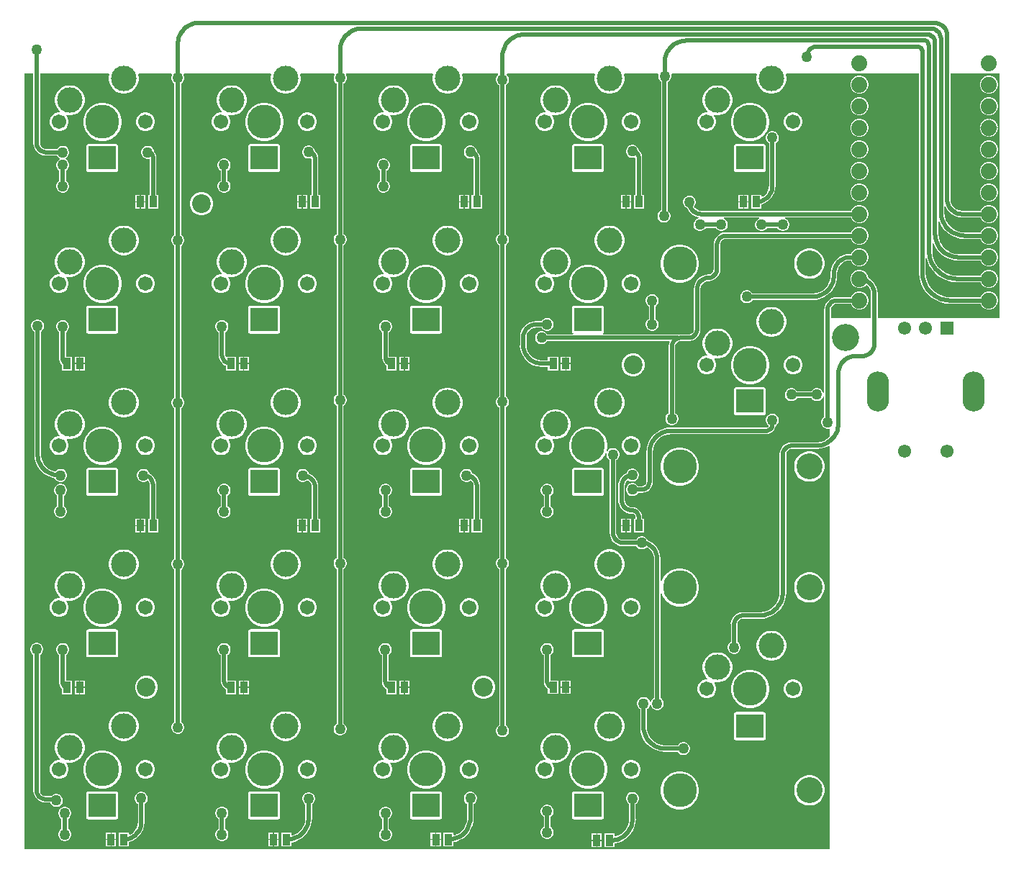
<source format=gtl>
G04*
G04 #@! TF.GenerationSoftware,Altium Limited,Altium Designer,22.1.2 (22)*
G04*
G04 Layer_Physical_Order=1*
G04 Layer_Color=255*
%FSLAX25Y25*%
%MOIN*%
G70*
G04*
G04 #@! TF.SameCoordinates,D61C2380-B101-4CEB-8AB1-AF92B03338ED*
G04*
G04*
G04 #@! TF.FilePolarity,Positive*
G04*
G01*
G75*
%ADD14R,0.03740X0.05315*%
G04:AMPARAMS|DCode=21|XSize=102.36mil|YSize=185.04mil|CornerRadius=51.18mil|HoleSize=0mil|Usage=FLASHONLY|Rotation=180.000|XOffset=0mil|YOffset=0mil|HoleType=Round|Shape=RoundedRectangle|*
%AMROUNDEDRECTD21*
21,1,0.10236,0.08268,0,0,180.0*
21,1,0.00000,0.18504,0,0,180.0*
1,1,0.10236,0.00000,0.04134*
1,1,0.10236,0.00000,0.04134*
1,1,0.10236,0.00000,-0.04134*
1,1,0.10236,0.00000,-0.04134*
%
%ADD21ROUNDEDRECTD21*%
%ADD22C,0.06102*%
%ADD23R,0.06102X0.06102*%
%ADD28C,0.02000*%
%ADD29C,0.08661*%
%ADD30C,0.15700*%
%ADD31C,0.06700*%
%ADD32C,0.11811*%
%ADD33R,0.12598X0.11024*%
%ADD34C,0.07400*%
%ADD35C,0.15701*%
%ADD36C,0.12000*%
%ADD37C,0.12598*%
%ADD38C,0.05000*%
G36*
X1964567Y719488D02*
X1908025Y719488D01*
Y730748D01*
X1908037D01*
X1907875Y732393D01*
X1907395Y733974D01*
X1906616Y735432D01*
X1905568Y736709D01*
X1904290Y737758D01*
X1903806Y738016D01*
Y738191D01*
X1903520Y739259D01*
X1902967Y740217D01*
X1902185Y740999D01*
X1901227Y741552D01*
X1900159Y741838D01*
X1899053D01*
X1897985Y741552D01*
X1897027Y740999D01*
X1896246Y740217D01*
X1895692Y739259D01*
X1895406Y738191D01*
Y737085D01*
X1895692Y736017D01*
X1896246Y735059D01*
X1897027Y734277D01*
X1897985Y733724D01*
X1899053Y733438D01*
X1900159D01*
X1901227Y733724D01*
X1902185Y734277D01*
X1902877Y734969D01*
X1903415Y734556D01*
X1904271Y733441D01*
X1904809Y732142D01*
X1904982Y730825D01*
X1904967Y730748D01*
Y719488D01*
X1895669D01*
X1886372D01*
Y723244D01*
X1886370Y723255D01*
X1886466Y723986D01*
X1886752Y724678D01*
X1887208Y725272D01*
X1887802Y725728D01*
X1888494Y726015D01*
X1889225Y726111D01*
X1889237Y726108D01*
X1895668D01*
X1895692Y726017D01*
X1896246Y725059D01*
X1897027Y724277D01*
X1897985Y723724D01*
X1899053Y723438D01*
X1900159D01*
X1901227Y723724D01*
X1902185Y724277D01*
X1902967Y725059D01*
X1903520Y726017D01*
X1903806Y727085D01*
Y728191D01*
X1903520Y729259D01*
X1902967Y730217D01*
X1902185Y730999D01*
X1901227Y731552D01*
X1900159Y731838D01*
X1899053D01*
X1897985Y731552D01*
X1897027Y730999D01*
X1896246Y730217D01*
X1895692Y729259D01*
X1895668Y729167D01*
X1889237D01*
X1889228Y729166D01*
X1888081Y729052D01*
X1886970Y728716D01*
X1885946Y728168D01*
X1885049Y727432D01*
X1884312Y726534D01*
X1883765Y725510D01*
X1883428Y724399D01*
X1883315Y723252D01*
X1883313Y723244D01*
Y684920D01*
X1882813Y684854D01*
X1882717Y685213D01*
X1882322Y685897D01*
X1881763Y686456D01*
X1881079Y686851D01*
X1880316Y687055D01*
X1879526D01*
X1878763Y686851D01*
X1878079Y686456D01*
X1877521Y685897D01*
X1877340Y685584D01*
X1870691D01*
X1870511Y685897D01*
X1869952Y686456D01*
X1869268Y686851D01*
X1868505Y687055D01*
X1867715D01*
X1866952Y686851D01*
X1866268Y686456D01*
X1865710Y685897D01*
X1865315Y685213D01*
X1865110Y684450D01*
Y683660D01*
X1865315Y682897D01*
X1865710Y682213D01*
X1866268Y681655D01*
X1866952Y681260D01*
X1867715Y681055D01*
X1868505D01*
X1869268Y681260D01*
X1869952Y681655D01*
X1870511Y682213D01*
X1870691Y682526D01*
X1877340D01*
X1877521Y682213D01*
X1878079Y681655D01*
X1878763Y681260D01*
X1879526Y681055D01*
X1880316D01*
X1881079Y681260D01*
X1881763Y681655D01*
X1882322Y682213D01*
X1882717Y682897D01*
X1882813Y683257D01*
X1883313Y683191D01*
Y673841D01*
X1883001Y673660D01*
X1882442Y673102D01*
X1882047Y672418D01*
X1881842Y671655D01*
Y670865D01*
X1882047Y670102D01*
X1882442Y669418D01*
X1883001Y668859D01*
X1883685Y668464D01*
X1884448Y668260D01*
X1885238D01*
X1885430Y668311D01*
X1885827Y668007D01*
Y664501D01*
X1885768Y664429D01*
X1884481Y663373D01*
X1883013Y662589D01*
X1881420Y662105D01*
X1879832Y661949D01*
X1879764Y661963D01*
X1868268D01*
Y661981D01*
X1866807Y661789D01*
X1865446Y661225D01*
X1864278Y660329D01*
X1863381Y659160D01*
X1862817Y657799D01*
X1862625Y656339D01*
X1862644D01*
Y592520D01*
X1862660Y592438D01*
X1862489Y590701D01*
X1861959Y588952D01*
X1861097Y587341D01*
X1859938Y585928D01*
X1858525Y584769D01*
X1856914Y583908D01*
X1855165Y583377D01*
X1853428Y583206D01*
X1853346Y583222D01*
X1845472D01*
Y583240D01*
X1844053Y583053D01*
X1842731Y582505D01*
X1841595Y581634D01*
X1840723Y580498D01*
X1840175Y579175D01*
X1839989Y577756D01*
X1840006D01*
Y569510D01*
X1839693Y569330D01*
X1839135Y568771D01*
X1838740Y568087D01*
X1838535Y567324D01*
Y566534D01*
X1838740Y565771D01*
X1839135Y565087D01*
X1839693Y564529D01*
X1840377Y564134D01*
X1841141Y563929D01*
X1841930D01*
X1842693Y564134D01*
X1843377Y564529D01*
X1843936Y565087D01*
X1844331Y565771D01*
X1844535Y566534D01*
Y567324D01*
X1844331Y568087D01*
X1843936Y568771D01*
X1843377Y569330D01*
X1843065Y569510D01*
Y577756D01*
X1843052Y577822D01*
X1843224Y578687D01*
X1843752Y579477D01*
X1844541Y580004D01*
X1845407Y580177D01*
X1845472Y580163D01*
X1853346D01*
Y580155D01*
X1855281Y580307D01*
X1857167Y580760D01*
X1858960Y581502D01*
X1860614Y582516D01*
X1862090Y583776D01*
X1863350Y585252D01*
X1864364Y586906D01*
X1865106Y588699D01*
X1865559Y590585D01*
X1865711Y592520D01*
X1865703D01*
Y656339D01*
X1865688Y656412D01*
X1865871Y657331D01*
X1866433Y658173D01*
X1867275Y658735D01*
X1868194Y658918D01*
X1868268Y658904D01*
X1879764D01*
Y658897D01*
X1881568Y659039D01*
X1883328Y659462D01*
X1885001Y660155D01*
X1885390Y660394D01*
X1885827Y660149D01*
Y473425D01*
X1512795D01*
Y832677D01*
X1516975D01*
Y800551D01*
X1516954D01*
X1517153Y799039D01*
X1517737Y797631D01*
X1518665Y796421D01*
X1519875Y795493D01*
X1521283Y794909D01*
X1522795Y794710D01*
Y794731D01*
X1527931D01*
X1528111Y794418D01*
X1528670Y793859D01*
X1529140Y793588D01*
Y793026D01*
X1528670Y792755D01*
X1528111Y792196D01*
X1527716Y791512D01*
X1527512Y790749D01*
Y789959D01*
X1527716Y789196D01*
X1528111Y788512D01*
X1528670Y787954D01*
X1528982Y787773D01*
Y783093D01*
X1528670Y782912D01*
X1528111Y782354D01*
X1527716Y781670D01*
X1527512Y780907D01*
Y780117D01*
X1527716Y779354D01*
X1528111Y778670D01*
X1528670Y778111D01*
X1529354Y777716D01*
X1530117Y777512D01*
X1530907D01*
X1531670Y777716D01*
X1532354Y778111D01*
X1532912Y778670D01*
X1533307Y779354D01*
X1533512Y780117D01*
Y780907D01*
X1533307Y781670D01*
X1532912Y782354D01*
X1532354Y782912D01*
X1532041Y783093D01*
Y787773D01*
X1532354Y787954D01*
X1532912Y788512D01*
X1533307Y789196D01*
X1533512Y789959D01*
Y790749D01*
X1533307Y791512D01*
X1532912Y792196D01*
X1532354Y792755D01*
X1531884Y793026D01*
Y793588D01*
X1532354Y793859D01*
X1532912Y794418D01*
X1533307Y795102D01*
X1533512Y795865D01*
Y796655D01*
X1533307Y797418D01*
X1532912Y798102D01*
X1532354Y798660D01*
X1531670Y799055D01*
X1530907Y799260D01*
X1530117D01*
X1529354Y799055D01*
X1528670Y798660D01*
X1528111Y798102D01*
X1527931Y797789D01*
X1522795D01*
X1522786Y797787D01*
X1522080Y797880D01*
X1521413Y798157D01*
X1520840Y798596D01*
X1520401Y799169D01*
X1520125Y799835D01*
X1520032Y800542D01*
X1520033Y800551D01*
Y832677D01*
X1551875D01*
X1552206Y832177D01*
X1551988Y831080D01*
Y829723D01*
X1552253Y828392D01*
X1552772Y827138D01*
X1553526Y826010D01*
X1554486Y825050D01*
X1555614Y824296D01*
X1556868Y823777D01*
X1558199Y823512D01*
X1559556D01*
X1560888Y823777D01*
X1562142Y824296D01*
X1563270Y825050D01*
X1564230Y826010D01*
X1564984Y827138D01*
X1565503Y828392D01*
X1565768Y829723D01*
Y831080D01*
X1565549Y832177D01*
X1565881Y832677D01*
X1580953D01*
X1581242Y832177D01*
X1581063Y831867D01*
X1580858Y831104D01*
Y830314D01*
X1581063Y829551D01*
X1581458Y828867D01*
X1582016Y828308D01*
X1582329Y828127D01*
Y758093D01*
X1582016Y757912D01*
X1581458Y757354D01*
X1581063Y756670D01*
X1580858Y755907D01*
Y755117D01*
X1581063Y754354D01*
X1581458Y753670D01*
X1582016Y753111D01*
X1582329Y752931D01*
Y682896D01*
X1582016Y682716D01*
X1581458Y682157D01*
X1581063Y681473D01*
X1580858Y680710D01*
Y679920D01*
X1581063Y679157D01*
X1581458Y678473D01*
X1582016Y677914D01*
X1582329Y677734D01*
Y608093D01*
X1582016Y607912D01*
X1581458Y607354D01*
X1581063Y606670D01*
X1580858Y605907D01*
Y605117D01*
X1581063Y604354D01*
X1581458Y603670D01*
X1582016Y603111D01*
X1582329Y602931D01*
Y532502D01*
X1582016Y532322D01*
X1581458Y531763D01*
X1581063Y531079D01*
X1580858Y530316D01*
Y529526D01*
X1581063Y528763D01*
X1581458Y528079D01*
X1582016Y527521D01*
X1582700Y527126D01*
X1583463Y526921D01*
X1584253D01*
X1585016Y527126D01*
X1585700Y527521D01*
X1586259Y528079D01*
X1586654Y528763D01*
X1586858Y529526D01*
Y530316D01*
X1586654Y531079D01*
X1586259Y531763D01*
X1585700Y532322D01*
X1585388Y532502D01*
Y602931D01*
X1585700Y603111D01*
X1586259Y603670D01*
X1586654Y604354D01*
X1586858Y605117D01*
Y605907D01*
X1586654Y606670D01*
X1586259Y607354D01*
X1585700Y607912D01*
X1585388Y608093D01*
Y677734D01*
X1585700Y677914D01*
X1586259Y678473D01*
X1586654Y679157D01*
X1586858Y679920D01*
Y680710D01*
X1586654Y681473D01*
X1586259Y682157D01*
X1585700Y682716D01*
X1585388Y682896D01*
Y752931D01*
X1585700Y753111D01*
X1586259Y753670D01*
X1586654Y754354D01*
X1586858Y755117D01*
Y755907D01*
X1586654Y756670D01*
X1586259Y757354D01*
X1585700Y757912D01*
X1585388Y758093D01*
Y828127D01*
X1585700Y828308D01*
X1586259Y828867D01*
X1586654Y829551D01*
X1586858Y830314D01*
Y831104D01*
X1586654Y831867D01*
X1586475Y832177D01*
X1586763Y832677D01*
X1626875D01*
X1627206Y832177D01*
X1626988Y831080D01*
Y829723D01*
X1627253Y828392D01*
X1627772Y827138D01*
X1628526Y826010D01*
X1629486Y825050D01*
X1630614Y824296D01*
X1631868Y823777D01*
X1633199Y823512D01*
X1634557D01*
X1635888Y823777D01*
X1637141Y824296D01*
X1638270Y825050D01*
X1639230Y826010D01*
X1639984Y827138D01*
X1640503Y828392D01*
X1640768Y829723D01*
Y831080D01*
X1640549Y832177D01*
X1640881Y832677D01*
X1656150D01*
X1656439Y832177D01*
X1656260Y831867D01*
X1656055Y831104D01*
Y830314D01*
X1656260Y829551D01*
X1656655Y828867D01*
X1657213Y828308D01*
X1657526Y828127D01*
Y758487D01*
X1657213Y758306D01*
X1656655Y757748D01*
X1656260Y757063D01*
X1656055Y756300D01*
Y755511D01*
X1656260Y754747D01*
X1656655Y754064D01*
X1657213Y753505D01*
X1657526Y753324D01*
Y684077D01*
X1657213Y683897D01*
X1656655Y683338D01*
X1656260Y682654D01*
X1656055Y681891D01*
Y681101D01*
X1656260Y680338D01*
X1656655Y679654D01*
X1657213Y679096D01*
X1657526Y678915D01*
Y608487D01*
X1657213Y608306D01*
X1656655Y607748D01*
X1656260Y607063D01*
X1656055Y606300D01*
Y605511D01*
X1656260Y604747D01*
X1656655Y604064D01*
X1657213Y603505D01*
X1657526Y603324D01*
Y531715D01*
X1657213Y531534D01*
X1656655Y530976D01*
X1656260Y530292D01*
X1656055Y529529D01*
Y528739D01*
X1656260Y527976D01*
X1656655Y527292D01*
X1657213Y526733D01*
X1657897Y526338D01*
X1658660Y526134D01*
X1659450D01*
X1660213Y526338D01*
X1660897Y526733D01*
X1661456Y527292D01*
X1661851Y527976D01*
X1662055Y528739D01*
Y529529D01*
X1661851Y530292D01*
X1661456Y530976D01*
X1660897Y531534D01*
X1660584Y531715D01*
Y603324D01*
X1660897Y603505D01*
X1661456Y604064D01*
X1661851Y604747D01*
X1662055Y605511D01*
Y606300D01*
X1661851Y607063D01*
X1661456Y607748D01*
X1660897Y608306D01*
X1660584Y608487D01*
Y678915D01*
X1660897Y679096D01*
X1661456Y679654D01*
X1661851Y680338D01*
X1662055Y681101D01*
Y681891D01*
X1661851Y682654D01*
X1661456Y683338D01*
X1660897Y683897D01*
X1660584Y684077D01*
Y753324D01*
X1660897Y753505D01*
X1661456Y754064D01*
X1661851Y754747D01*
X1662055Y755511D01*
Y756300D01*
X1661851Y757063D01*
X1661456Y757748D01*
X1660897Y758306D01*
X1660584Y758487D01*
Y828127D01*
X1660897Y828308D01*
X1661456Y828867D01*
X1661851Y829551D01*
X1662055Y830314D01*
Y831104D01*
X1661851Y831867D01*
X1661671Y832177D01*
X1661960Y832677D01*
X1701875D01*
X1702206Y832177D01*
X1701988Y831080D01*
Y829723D01*
X1702253Y828392D01*
X1702772Y827138D01*
X1703526Y826010D01*
X1704486Y825050D01*
X1705614Y824296D01*
X1706868Y823777D01*
X1708199Y823512D01*
X1709557D01*
X1710888Y823777D01*
X1712141Y824296D01*
X1713270Y825050D01*
X1714230Y826010D01*
X1714984Y827138D01*
X1715503Y828392D01*
X1715768Y829723D01*
Y831080D01*
X1715549Y832177D01*
X1715881Y832677D01*
X1732061D01*
X1732265Y832177D01*
X1731851Y831763D01*
X1731456Y831079D01*
X1731252Y830316D01*
Y829526D01*
X1731456Y828763D01*
X1731851Y828079D01*
X1732410Y827521D01*
X1732723Y827340D01*
Y758487D01*
X1732410Y758306D01*
X1731851Y757748D01*
X1731456Y757063D01*
X1731252Y756300D01*
Y755511D01*
X1731456Y754747D01*
X1731851Y754064D01*
X1732410Y753505D01*
X1732723Y753324D01*
Y683290D01*
X1732410Y683109D01*
X1731851Y682551D01*
X1731456Y681867D01*
X1731252Y681104D01*
Y680314D01*
X1731456Y679551D01*
X1731851Y678867D01*
X1732410Y678308D01*
X1732723Y678127D01*
Y608487D01*
X1732410Y608306D01*
X1731851Y607748D01*
X1731456Y607063D01*
X1731252Y606300D01*
Y605511D01*
X1731456Y604747D01*
X1731851Y604064D01*
X1732410Y603505D01*
X1732723Y603324D01*
Y530928D01*
X1732410Y530747D01*
X1731851Y530189D01*
X1731456Y529504D01*
X1731252Y528741D01*
Y527951D01*
X1731456Y527188D01*
X1731851Y526504D01*
X1732410Y525946D01*
X1733094Y525551D01*
X1733857Y525347D01*
X1734647D01*
X1735410Y525551D01*
X1736094Y525946D01*
X1736653Y526504D01*
X1737048Y527188D01*
X1737252Y527951D01*
Y528741D01*
X1737048Y529504D01*
X1736653Y530189D01*
X1736094Y530747D01*
X1735781Y530928D01*
Y603324D01*
X1736094Y603505D01*
X1736653Y604064D01*
X1737048Y604747D01*
X1737252Y605511D01*
Y606300D01*
X1737048Y607063D01*
X1736653Y607748D01*
X1736094Y608306D01*
X1735781Y608487D01*
Y678127D01*
X1736094Y678308D01*
X1736653Y678867D01*
X1737048Y679551D01*
X1737252Y680314D01*
Y681104D01*
X1737048Y681867D01*
X1736653Y682551D01*
X1736094Y683109D01*
X1735781Y683290D01*
Y753324D01*
X1736094Y753505D01*
X1736653Y754064D01*
X1737048Y754747D01*
X1737252Y755511D01*
Y756300D01*
X1737048Y757063D01*
X1736653Y757748D01*
X1736094Y758306D01*
X1735781Y758487D01*
Y827340D01*
X1736094Y827521D01*
X1736653Y828079D01*
X1737048Y828763D01*
X1737252Y829526D01*
Y830316D01*
X1737048Y831079D01*
X1736653Y831763D01*
X1736239Y832177D01*
X1736443Y832677D01*
X1776875D01*
X1777206Y832177D01*
X1776988Y831080D01*
Y829723D01*
X1777253Y828392D01*
X1777772Y827138D01*
X1778526Y826010D01*
X1779486Y825050D01*
X1780614Y824296D01*
X1781868Y823777D01*
X1783199Y823512D01*
X1784557D01*
X1785888Y823777D01*
X1787141Y824296D01*
X1788270Y825050D01*
X1789230Y826010D01*
X1789984Y827138D01*
X1790503Y828392D01*
X1790768Y829723D01*
Y831080D01*
X1790549Y832177D01*
X1790881Y832677D01*
X1806142D01*
X1806525Y832177D01*
X1806449Y831891D01*
Y831101D01*
X1806653Y830338D01*
X1807048Y829654D01*
X1807607Y829095D01*
X1807723Y829029D01*
Y769427D01*
X1807213Y769133D01*
X1806655Y768574D01*
X1806260Y767890D01*
X1806055Y767127D01*
Y766337D01*
X1806260Y765574D01*
X1806655Y764890D01*
X1807213Y764332D01*
X1807897Y763937D01*
X1808660Y763732D01*
X1809450D01*
X1810213Y763937D01*
X1810897Y764332D01*
X1811456Y764890D01*
X1811851Y765574D01*
X1812055Y766337D01*
Y767127D01*
X1811851Y767890D01*
X1811456Y768574D01*
X1810897Y769133D01*
X1810781Y769200D01*
Y828801D01*
X1811291Y829095D01*
X1811849Y829654D01*
X1812244Y830338D01*
X1812449Y831101D01*
Y831891D01*
X1812372Y832177D01*
X1812756Y832677D01*
X1851847D01*
X1852179Y832177D01*
X1851961Y831080D01*
Y829723D01*
X1852225Y828392D01*
X1852745Y827138D01*
X1853499Y826010D01*
X1854458Y825050D01*
X1855587Y824296D01*
X1856841Y823777D01*
X1858172Y823512D01*
X1859529D01*
X1860860Y823777D01*
X1862114Y824296D01*
X1863242Y825050D01*
X1864202Y826010D01*
X1864956Y827138D01*
X1865475Y828392D01*
X1865740Y829723D01*
Y831080D01*
X1865522Y832177D01*
X1865853Y832677D01*
X1927211D01*
Y740551D01*
X1927196D01*
X1927374Y738289D01*
X1927903Y736083D01*
X1928771Y733987D01*
X1929957Y732053D01*
X1931430Y730328D01*
X1933155Y728854D01*
X1935090Y727669D01*
X1937186Y726801D01*
X1939392Y726271D01*
X1941653Y726093D01*
Y726108D01*
X1955668D01*
X1955692Y726017D01*
X1956245Y725059D01*
X1957027Y724277D01*
X1957985Y723724D01*
X1959053Y723438D01*
X1960159D01*
X1961227Y723724D01*
X1962185Y724277D01*
X1962967Y725059D01*
X1963520Y726017D01*
X1963806Y727085D01*
Y728191D01*
X1963520Y729259D01*
X1962967Y730217D01*
X1962185Y730999D01*
X1961227Y731552D01*
X1960159Y731838D01*
X1959053D01*
X1957985Y731552D01*
X1957027Y730999D01*
X1956245Y730217D01*
X1955692Y729259D01*
X1955668Y729167D01*
X1941653D01*
X1941601Y729157D01*
X1939870Y729293D01*
X1938131Y729710D01*
X1936479Y730395D01*
X1934954Y731330D01*
X1933594Y732491D01*
X1932432Y733851D01*
X1931497Y735376D01*
X1930813Y737029D01*
X1930395Y738768D01*
X1930259Y740499D01*
X1930270Y740551D01*
Y747204D01*
X1930770Y747263D01*
X1931053Y746083D01*
X1931921Y743987D01*
X1933106Y742053D01*
X1934580Y740328D01*
X1936305Y738854D01*
X1938239Y737669D01*
X1940335Y736801D01*
X1942541Y736271D01*
X1944803Y736093D01*
Y736108D01*
X1955668D01*
X1955692Y736017D01*
X1956245Y735059D01*
X1957027Y734277D01*
X1957985Y733724D01*
X1959053Y733438D01*
X1960159D01*
X1961227Y733724D01*
X1962185Y734277D01*
X1962967Y735059D01*
X1963520Y736017D01*
X1963806Y737085D01*
Y738191D01*
X1963520Y739259D01*
X1962967Y740217D01*
X1962185Y740999D01*
X1961227Y741552D01*
X1960159Y741838D01*
X1959053D01*
X1957985Y741552D01*
X1957027Y740999D01*
X1956245Y740217D01*
X1955692Y739259D01*
X1955668Y739167D01*
X1944803D01*
X1944751Y739157D01*
X1943020Y739293D01*
X1941281Y739711D01*
X1939628Y740395D01*
X1938103Y741330D01*
X1936743Y742491D01*
X1935582Y743851D01*
X1934647Y745376D01*
X1933962Y747029D01*
X1933545Y748768D01*
X1933409Y750499D01*
X1933419Y750551D01*
Y754140D01*
X1933919Y754240D01*
X1934468Y752915D01*
X1935491Y751245D01*
X1936764Y749756D01*
X1938253Y748483D01*
X1939923Y747460D01*
X1941733Y746710D01*
X1943638Y746253D01*
X1945591Y746099D01*
Y746108D01*
X1955668D01*
X1955692Y746017D01*
X1956245Y745059D01*
X1957027Y744277D01*
X1957985Y743724D01*
X1959053Y743438D01*
X1960159D01*
X1961227Y743724D01*
X1962185Y744277D01*
X1962967Y745059D01*
X1963520Y746017D01*
X1963806Y747085D01*
Y748191D01*
X1963520Y749259D01*
X1962967Y750217D01*
X1962185Y750999D01*
X1961227Y751552D01*
X1960159Y751838D01*
X1959053D01*
X1957985Y751552D01*
X1957027Y750999D01*
X1956245Y750217D01*
X1955692Y749259D01*
X1955668Y749167D01*
X1945591D01*
X1945507Y749151D01*
X1943749Y749324D01*
X1941978Y749861D01*
X1940346Y750733D01*
X1938915Y751907D01*
X1937741Y753338D01*
X1936869Y754970D01*
X1936332Y756741D01*
X1936158Y758499D01*
X1936175Y758583D01*
Y764140D01*
X1936675Y764240D01*
X1937224Y762915D01*
X1938247Y761245D01*
X1939519Y759756D01*
X1941009Y758483D01*
X1942679Y757460D01*
X1944489Y756710D01*
X1946394Y756253D01*
X1948346Y756099D01*
Y756108D01*
X1955668D01*
X1955692Y756017D01*
X1956245Y755059D01*
X1957027Y754277D01*
X1957985Y753724D01*
X1959053Y753438D01*
X1960159D01*
X1961227Y753724D01*
X1962185Y754277D01*
X1962967Y755059D01*
X1963520Y756017D01*
X1963806Y757085D01*
Y758191D01*
X1963520Y759259D01*
X1962967Y760217D01*
X1962185Y760999D01*
X1961227Y761552D01*
X1960159Y761838D01*
X1959053D01*
X1957985Y761552D01*
X1957027Y760999D01*
X1956245Y760217D01*
X1955692Y759259D01*
X1955668Y759167D01*
X1948346D01*
X1948263Y759151D01*
X1946505Y759324D01*
X1944734Y759861D01*
X1943102Y760733D01*
X1941671Y761907D01*
X1940497Y763338D01*
X1939625Y764970D01*
X1939087Y766741D01*
X1938914Y768499D01*
X1938931Y768583D01*
Y771014D01*
X1939431Y771139D01*
X1940073Y769938D01*
X1941148Y768628D01*
X1942458Y767553D01*
X1943953Y766754D01*
X1945574Y766262D01*
X1947261Y766096D01*
Y766108D01*
X1955668D01*
X1955692Y766017D01*
X1956245Y765059D01*
X1957027Y764277D01*
X1957985Y763724D01*
X1959053Y763438D01*
X1960159D01*
X1961227Y763724D01*
X1962185Y764277D01*
X1962967Y765059D01*
X1963520Y766017D01*
X1963806Y767085D01*
Y768191D01*
X1963520Y769259D01*
X1962967Y770217D01*
X1962185Y770999D01*
X1961227Y771552D01*
X1960159Y771838D01*
X1959053D01*
X1957985Y771552D01*
X1957027Y770999D01*
X1956245Y770217D01*
X1955692Y769259D01*
X1955668Y769167D01*
X1947261D01*
X1947178Y769151D01*
X1945811Y769331D01*
X1944460Y769890D01*
X1943300Y770780D01*
X1942410Y771940D01*
X1941850Y773291D01*
X1941670Y774658D01*
X1941687Y774741D01*
Y832677D01*
X1964567D01*
Y719488D01*
D02*
G37*
%LPC*%
G36*
X1960159Y831838D02*
X1959053D01*
X1957985Y831552D01*
X1957027Y830999D01*
X1956245Y830217D01*
X1955692Y829259D01*
X1955406Y828191D01*
Y827085D01*
X1955692Y826017D01*
X1956245Y825059D01*
X1957027Y824277D01*
X1957985Y823724D01*
X1959053Y823438D01*
X1960159D01*
X1961227Y823724D01*
X1962185Y824277D01*
X1962967Y825059D01*
X1963520Y826017D01*
X1963806Y827085D01*
Y828191D01*
X1963520Y829259D01*
X1962967Y830217D01*
X1962185Y830999D01*
X1961227Y831552D01*
X1960159Y831838D01*
D02*
G37*
G36*
X1900159D02*
X1899053D01*
X1897985Y831552D01*
X1897027Y830999D01*
X1896246Y830217D01*
X1895692Y829259D01*
X1895406Y828191D01*
Y827085D01*
X1895692Y826017D01*
X1896246Y825059D01*
X1897027Y824277D01*
X1897985Y823724D01*
X1899053Y823438D01*
X1900159D01*
X1901227Y823724D01*
X1902185Y824277D01*
X1902967Y825059D01*
X1903520Y826017D01*
X1903806Y827085D01*
Y828191D01*
X1903520Y829259D01*
X1902967Y830217D01*
X1902185Y830999D01*
X1901227Y831552D01*
X1900159Y831838D01*
D02*
G37*
G36*
X1834529Y827291D02*
X1833172D01*
X1831841Y827027D01*
X1830587Y826507D01*
X1829458Y825753D01*
X1828499Y824794D01*
X1827745Y823665D01*
X1827225Y822411D01*
X1826961Y821080D01*
Y819723D01*
X1827225Y818392D01*
X1827745Y817138D01*
X1828499Y816010D01*
X1829272Y815236D01*
X1829065Y814736D01*
X1828280D01*
X1827177Y814440D01*
X1826189Y813870D01*
X1825382Y813063D01*
X1824812Y812074D01*
X1824516Y810972D01*
Y809831D01*
X1824812Y808729D01*
X1825382Y807740D01*
X1826189Y806933D01*
X1827177Y806363D01*
X1828280Y806067D01*
X1829421D01*
X1830523Y806363D01*
X1831512Y806933D01*
X1832319Y807740D01*
X1832889Y808729D01*
X1833185Y809831D01*
Y810972D01*
X1832889Y812074D01*
X1832319Y813063D01*
X1832183Y813199D01*
X1832429Y813660D01*
X1833172Y813512D01*
X1834529D01*
X1835860Y813777D01*
X1837114Y814296D01*
X1838242Y815050D01*
X1839202Y816010D01*
X1839956Y817138D01*
X1840475Y818392D01*
X1840740Y819723D01*
Y821080D01*
X1840475Y822411D01*
X1839956Y823665D01*
X1839202Y824794D01*
X1838242Y825753D01*
X1837114Y826507D01*
X1835860Y827027D01*
X1834529Y827291D01*
D02*
G37*
G36*
X1759557D02*
X1758199D01*
X1756868Y827027D01*
X1755614Y826507D01*
X1754486Y825753D01*
X1753526Y824794D01*
X1752772Y823665D01*
X1752253Y822411D01*
X1751988Y821080D01*
Y819723D01*
X1752253Y818392D01*
X1752772Y817138D01*
X1753526Y816010D01*
X1754300Y815236D01*
X1754093Y814736D01*
X1753307D01*
X1752205Y814440D01*
X1751217Y813870D01*
X1750410Y813063D01*
X1749839Y812074D01*
X1749544Y810972D01*
Y809831D01*
X1749839Y808729D01*
X1750410Y807740D01*
X1751217Y806933D01*
X1752205Y806363D01*
X1753307Y806067D01*
X1754449D01*
X1755551Y806363D01*
X1756539Y806933D01*
X1757346Y807740D01*
X1757917Y808729D01*
X1758212Y809831D01*
Y810972D01*
X1757917Y812074D01*
X1757346Y813063D01*
X1757210Y813199D01*
X1757457Y813660D01*
X1758199Y813512D01*
X1759557D01*
X1760888Y813777D01*
X1762141Y814296D01*
X1763270Y815050D01*
X1764230Y816010D01*
X1764984Y817138D01*
X1765503Y818392D01*
X1765768Y819723D01*
Y821080D01*
X1765503Y822411D01*
X1764984Y823665D01*
X1764230Y824794D01*
X1763270Y825753D01*
X1762141Y826507D01*
X1760888Y827027D01*
X1759557Y827291D01*
D02*
G37*
G36*
X1684557D02*
X1683199D01*
X1681868Y827027D01*
X1680614Y826507D01*
X1679486Y825753D01*
X1678526Y824794D01*
X1677772Y823665D01*
X1677253Y822411D01*
X1676988Y821080D01*
Y819723D01*
X1677253Y818392D01*
X1677772Y817138D01*
X1678526Y816010D01*
X1679300Y815236D01*
X1679093Y814736D01*
X1678307D01*
X1677205Y814440D01*
X1676217Y813870D01*
X1675410Y813063D01*
X1674839Y812074D01*
X1674544Y810972D01*
Y809831D01*
X1674839Y808729D01*
X1675410Y807740D01*
X1676217Y806933D01*
X1677205Y806363D01*
X1678307Y806067D01*
X1679449D01*
X1680551Y806363D01*
X1681539Y806933D01*
X1682346Y807740D01*
X1682917Y808729D01*
X1683212Y809831D01*
Y810972D01*
X1682917Y812074D01*
X1682346Y813063D01*
X1682210Y813199D01*
X1682457Y813660D01*
X1683199Y813512D01*
X1684557D01*
X1685888Y813777D01*
X1687141Y814296D01*
X1688270Y815050D01*
X1689230Y816010D01*
X1689984Y817138D01*
X1690503Y818392D01*
X1690768Y819723D01*
Y821080D01*
X1690503Y822411D01*
X1689984Y823665D01*
X1689230Y824794D01*
X1688270Y825753D01*
X1687141Y826507D01*
X1685888Y827027D01*
X1684557Y827291D01*
D02*
G37*
G36*
X1609557D02*
X1608199D01*
X1606868Y827027D01*
X1605614Y826507D01*
X1604486Y825753D01*
X1603526Y824794D01*
X1602772Y823665D01*
X1602253Y822411D01*
X1601988Y821080D01*
Y819723D01*
X1602253Y818392D01*
X1602772Y817138D01*
X1603526Y816010D01*
X1604300Y815236D01*
X1604093Y814736D01*
X1603307D01*
X1602205Y814440D01*
X1601217Y813870D01*
X1600410Y813063D01*
X1599839Y812074D01*
X1599544Y810972D01*
Y809831D01*
X1599839Y808729D01*
X1600410Y807740D01*
X1601217Y806933D01*
X1602205Y806363D01*
X1603307Y806067D01*
X1604449D01*
X1605551Y806363D01*
X1606539Y806933D01*
X1607346Y807740D01*
X1607917Y808729D01*
X1608212Y809831D01*
Y810972D01*
X1607917Y812074D01*
X1607346Y813063D01*
X1607210Y813199D01*
X1607457Y813660D01*
X1608199Y813512D01*
X1609557D01*
X1610888Y813777D01*
X1612141Y814296D01*
X1613270Y815050D01*
X1614230Y816010D01*
X1614984Y817138D01*
X1615503Y818392D01*
X1615768Y819723D01*
Y821080D01*
X1615503Y822411D01*
X1614984Y823665D01*
X1614230Y824794D01*
X1613270Y825753D01*
X1612141Y826507D01*
X1610888Y827027D01*
X1609557Y827291D01*
D02*
G37*
G36*
X1534556D02*
X1533199D01*
X1531868Y827027D01*
X1530614Y826507D01*
X1529486Y825753D01*
X1528526Y824794D01*
X1527772Y823665D01*
X1527253Y822411D01*
X1526988Y821080D01*
Y819723D01*
X1527253Y818392D01*
X1527772Y817138D01*
X1528526Y816010D01*
X1529300Y815236D01*
X1529093Y814736D01*
X1528307D01*
X1527205Y814440D01*
X1526217Y813870D01*
X1525410Y813063D01*
X1524839Y812074D01*
X1524544Y810972D01*
Y809831D01*
X1524839Y808729D01*
X1525410Y807740D01*
X1526217Y806933D01*
X1527205Y806363D01*
X1528307Y806067D01*
X1529449D01*
X1530551Y806363D01*
X1531539Y806933D01*
X1532346Y807740D01*
X1532917Y808729D01*
X1533212Y809831D01*
Y810972D01*
X1532917Y812074D01*
X1532346Y813063D01*
X1532210Y813199D01*
X1532457Y813660D01*
X1533199Y813512D01*
X1534556D01*
X1535888Y813777D01*
X1537142Y814296D01*
X1538270Y815050D01*
X1539230Y816010D01*
X1539984Y817138D01*
X1540503Y818392D01*
X1540768Y819723D01*
Y821080D01*
X1540503Y822411D01*
X1539984Y823665D01*
X1539230Y824794D01*
X1538270Y825753D01*
X1537142Y826507D01*
X1535888Y827027D01*
X1534556Y827291D01*
D02*
G37*
G36*
X1960159Y821838D02*
X1959053D01*
X1957985Y821552D01*
X1957027Y820999D01*
X1956245Y820217D01*
X1955692Y819259D01*
X1955406Y818191D01*
Y817085D01*
X1955692Y816017D01*
X1956245Y815059D01*
X1957027Y814277D01*
X1957985Y813724D01*
X1959053Y813438D01*
X1960159D01*
X1961227Y813724D01*
X1962185Y814277D01*
X1962967Y815059D01*
X1963520Y816017D01*
X1963806Y817085D01*
Y818191D01*
X1963520Y819259D01*
X1962967Y820217D01*
X1962185Y820999D01*
X1961227Y821552D01*
X1960159Y821838D01*
D02*
G37*
G36*
X1900159D02*
X1899053D01*
X1897985Y821552D01*
X1897027Y820999D01*
X1896246Y820217D01*
X1895692Y819259D01*
X1895406Y818191D01*
Y817085D01*
X1895692Y816017D01*
X1896246Y815059D01*
X1897027Y814277D01*
X1897985Y813724D01*
X1899053Y813438D01*
X1900159D01*
X1901227Y813724D01*
X1902185Y814277D01*
X1902967Y815059D01*
X1903520Y816017D01*
X1903806Y817085D01*
Y818191D01*
X1903520Y819259D01*
X1902967Y820217D01*
X1902185Y820999D01*
X1901227Y821552D01*
X1900159Y821838D01*
D02*
G37*
G36*
X1960159Y811838D02*
X1959856D01*
Y807888D01*
X1963806D01*
Y808191D01*
X1963520Y809259D01*
X1962967Y810217D01*
X1962185Y810999D01*
X1961227Y811552D01*
X1960159Y811838D01*
D02*
G37*
G36*
X1959356D02*
X1959053D01*
X1957985Y811552D01*
X1957027Y810999D01*
X1956245Y810217D01*
X1955692Y809259D01*
X1955406Y808191D01*
Y807888D01*
X1959356D01*
Y811838D01*
D02*
G37*
G36*
X1869421Y814736D02*
X1868280D01*
X1867177Y814440D01*
X1866189Y813870D01*
X1865382Y813063D01*
X1864812Y812074D01*
X1864516Y810972D01*
Y809831D01*
X1864812Y808729D01*
X1865382Y807740D01*
X1866189Y806933D01*
X1867177Y806363D01*
X1868280Y806067D01*
X1869421D01*
X1870523Y806363D01*
X1871512Y806933D01*
X1872319Y807740D01*
X1872889Y808729D01*
X1873185Y809831D01*
Y810972D01*
X1872889Y812074D01*
X1872319Y813063D01*
X1871512Y813870D01*
X1870523Y814440D01*
X1869421Y814736D01*
D02*
G37*
G36*
X1794449D02*
X1793307D01*
X1792205Y814440D01*
X1791217Y813870D01*
X1790410Y813063D01*
X1789839Y812074D01*
X1789544Y810972D01*
Y809831D01*
X1789839Y808729D01*
X1790410Y807740D01*
X1791217Y806933D01*
X1792205Y806363D01*
X1793307Y806067D01*
X1794449D01*
X1795551Y806363D01*
X1796539Y806933D01*
X1797346Y807740D01*
X1797917Y808729D01*
X1798212Y809831D01*
Y810972D01*
X1797917Y812074D01*
X1797346Y813063D01*
X1796539Y813870D01*
X1795551Y814440D01*
X1794449Y814736D01*
D02*
G37*
G36*
X1719449D02*
X1718307D01*
X1717205Y814440D01*
X1716217Y813870D01*
X1715410Y813063D01*
X1714839Y812074D01*
X1714544Y810972D01*
Y809831D01*
X1714839Y808729D01*
X1715410Y807740D01*
X1716217Y806933D01*
X1717205Y806363D01*
X1718307Y806067D01*
X1719449D01*
X1720551Y806363D01*
X1721539Y806933D01*
X1722346Y807740D01*
X1722917Y808729D01*
X1723212Y809831D01*
Y810972D01*
X1722917Y812074D01*
X1722346Y813063D01*
X1721539Y813870D01*
X1720551Y814440D01*
X1719449Y814736D01*
D02*
G37*
G36*
X1644449D02*
X1643307D01*
X1642205Y814440D01*
X1641217Y813870D01*
X1640410Y813063D01*
X1639839Y812074D01*
X1639544Y810972D01*
Y809831D01*
X1639839Y808729D01*
X1640410Y807740D01*
X1641217Y806933D01*
X1642205Y806363D01*
X1643307Y806067D01*
X1644449D01*
X1645551Y806363D01*
X1646539Y806933D01*
X1647346Y807740D01*
X1647917Y808729D01*
X1648212Y809831D01*
Y810972D01*
X1647917Y812074D01*
X1647346Y813063D01*
X1646539Y813870D01*
X1645551Y814440D01*
X1644449Y814736D01*
D02*
G37*
G36*
X1569449D02*
X1568307D01*
X1567205Y814440D01*
X1566217Y813870D01*
X1565410Y813063D01*
X1564839Y812074D01*
X1564544Y810972D01*
Y809831D01*
X1564839Y808729D01*
X1565410Y807740D01*
X1566217Y806933D01*
X1567205Y806363D01*
X1568307Y806067D01*
X1569449D01*
X1570551Y806363D01*
X1571539Y806933D01*
X1572346Y807740D01*
X1572917Y808729D01*
X1573212Y809831D01*
Y810972D01*
X1572917Y812074D01*
X1572346Y813063D01*
X1571539Y813870D01*
X1570551Y814440D01*
X1569449Y814736D01*
D02*
G37*
G36*
X1963806Y807388D02*
X1959856D01*
Y803438D01*
X1960159D01*
X1961227Y803724D01*
X1962185Y804277D01*
X1962967Y805059D01*
X1963520Y806017D01*
X1963806Y807085D01*
Y807388D01*
D02*
G37*
G36*
X1959356D02*
X1955406D01*
Y807085D01*
X1955692Y806017D01*
X1956245Y805059D01*
X1957027Y804277D01*
X1957985Y803724D01*
X1959053Y803438D01*
X1959356D01*
Y807388D01*
D02*
G37*
G36*
X1900159Y811838D02*
X1899053D01*
X1897985Y811552D01*
X1897027Y810999D01*
X1896246Y810217D01*
X1895692Y809259D01*
X1895406Y808191D01*
Y807085D01*
X1895692Y806017D01*
X1896246Y805059D01*
X1897027Y804277D01*
X1897985Y803724D01*
X1899053Y803438D01*
X1900159D01*
X1901227Y803724D01*
X1902185Y804277D01*
X1902967Y805059D01*
X1903520Y806017D01*
X1903806Y807085D01*
Y808191D01*
X1903520Y809259D01*
X1902967Y810217D01*
X1902185Y810999D01*
X1901227Y811552D01*
X1900159Y811838D01*
D02*
G37*
G36*
X1849721Y819236D02*
X1847980D01*
X1846273Y818896D01*
X1844666Y818230D01*
X1843219Y817264D01*
X1841988Y816033D01*
X1841022Y814586D01*
X1840356Y812978D01*
X1840016Y811272D01*
Y809531D01*
X1840356Y807825D01*
X1841022Y806217D01*
X1841988Y804770D01*
X1843219Y803540D01*
X1844666Y802573D01*
X1846273Y801907D01*
X1847980Y801567D01*
X1849721D01*
X1851427Y801907D01*
X1853035Y802573D01*
X1854482Y803540D01*
X1855712Y804770D01*
X1856679Y806217D01*
X1857345Y807825D01*
X1857685Y809531D01*
Y811272D01*
X1857345Y812978D01*
X1856679Y814586D01*
X1855712Y816033D01*
X1854482Y817264D01*
X1853035Y818230D01*
X1851427Y818896D01*
X1849721Y819236D01*
D02*
G37*
G36*
X1774748D02*
X1773008D01*
X1771301Y818896D01*
X1769693Y818230D01*
X1768246Y817264D01*
X1767016Y816033D01*
X1766049Y814586D01*
X1765383Y812978D01*
X1765044Y811272D01*
Y809531D01*
X1765383Y807825D01*
X1766049Y806217D01*
X1767016Y804770D01*
X1768246Y803540D01*
X1769693Y802573D01*
X1771301Y801907D01*
X1773008Y801567D01*
X1774748D01*
X1776455Y801907D01*
X1778062Y802573D01*
X1779510Y803540D01*
X1780740Y804770D01*
X1781707Y806217D01*
X1782373Y807825D01*
X1782712Y809531D01*
Y811272D01*
X1782373Y812978D01*
X1781707Y814586D01*
X1780740Y816033D01*
X1779510Y817264D01*
X1778062Y818230D01*
X1776455Y818896D01*
X1774748Y819236D01*
D02*
G37*
G36*
X1699748D02*
X1698008D01*
X1696301Y818896D01*
X1694693Y818230D01*
X1693246Y817264D01*
X1692016Y816033D01*
X1691049Y814586D01*
X1690383Y812978D01*
X1690044Y811272D01*
Y809531D01*
X1690383Y807825D01*
X1691049Y806217D01*
X1692016Y804770D01*
X1693246Y803540D01*
X1694693Y802573D01*
X1696301Y801907D01*
X1698008Y801567D01*
X1699748D01*
X1701455Y801907D01*
X1703062Y802573D01*
X1704510Y803540D01*
X1705740Y804770D01*
X1706707Y806217D01*
X1707373Y807825D01*
X1707712Y809531D01*
Y811272D01*
X1707373Y812978D01*
X1706707Y814586D01*
X1705740Y816033D01*
X1704510Y817264D01*
X1703062Y818230D01*
X1701455Y818896D01*
X1699748Y819236D01*
D02*
G37*
G36*
X1624748D02*
X1623008D01*
X1621301Y818896D01*
X1619693Y818230D01*
X1618246Y817264D01*
X1617016Y816033D01*
X1616049Y814586D01*
X1615383Y812978D01*
X1615044Y811272D01*
Y809531D01*
X1615383Y807825D01*
X1616049Y806217D01*
X1617016Y804770D01*
X1618246Y803540D01*
X1619693Y802573D01*
X1621301Y801907D01*
X1623008Y801567D01*
X1624748D01*
X1626455Y801907D01*
X1628062Y802573D01*
X1629510Y803540D01*
X1630740Y804770D01*
X1631707Y806217D01*
X1632373Y807825D01*
X1632712Y809531D01*
Y811272D01*
X1632373Y812978D01*
X1631707Y814586D01*
X1630740Y816033D01*
X1629510Y817264D01*
X1628062Y818230D01*
X1626455Y818896D01*
X1624748Y819236D01*
D02*
G37*
G36*
X1549748D02*
X1548008D01*
X1546301Y818896D01*
X1544693Y818230D01*
X1543246Y817264D01*
X1542016Y816033D01*
X1541049Y814586D01*
X1540383Y812978D01*
X1540044Y811272D01*
Y809531D01*
X1540383Y807825D01*
X1541049Y806217D01*
X1542016Y804770D01*
X1543246Y803540D01*
X1544693Y802573D01*
X1546301Y801907D01*
X1548008Y801567D01*
X1549748D01*
X1551455Y801907D01*
X1553063Y802573D01*
X1554510Y803540D01*
X1555740Y804770D01*
X1556707Y806217D01*
X1557373Y807825D01*
X1557712Y809531D01*
Y811272D01*
X1557373Y812978D01*
X1556707Y814586D01*
X1555740Y816033D01*
X1554510Y817264D01*
X1553063Y818230D01*
X1551455Y818896D01*
X1549748Y819236D01*
D02*
G37*
G36*
X1960159Y801838D02*
X1959053D01*
X1957985Y801552D01*
X1957027Y800999D01*
X1956245Y800217D01*
X1955692Y799259D01*
X1955406Y798191D01*
Y797085D01*
X1955692Y796017D01*
X1956245Y795059D01*
X1957027Y794277D01*
X1957985Y793724D01*
X1959053Y793438D01*
X1960159D01*
X1961227Y793724D01*
X1962185Y794277D01*
X1962967Y795059D01*
X1963520Y796017D01*
X1963806Y797085D01*
Y798191D01*
X1963520Y799259D01*
X1962967Y800217D01*
X1962185Y800999D01*
X1961227Y801552D01*
X1960159Y801838D01*
D02*
G37*
G36*
X1900159D02*
X1899053D01*
X1897985Y801552D01*
X1897027Y800999D01*
X1896246Y800217D01*
X1895692Y799259D01*
X1895406Y798191D01*
Y797085D01*
X1895692Y796017D01*
X1896246Y795059D01*
X1897027Y794277D01*
X1897985Y793724D01*
X1899053Y793438D01*
X1900159D01*
X1901227Y793724D01*
X1902185Y794277D01*
X1902967Y795059D01*
X1903520Y796017D01*
X1903806Y797085D01*
Y798191D01*
X1903520Y799259D01*
X1902967Y800217D01*
X1902185Y800999D01*
X1901227Y801552D01*
X1900159Y801838D01*
D02*
G37*
G36*
X1855177Y800278D02*
X1842579D01*
X1842195Y800201D01*
X1841869Y799984D01*
X1841652Y799658D01*
X1841575Y799274D01*
Y788250D01*
X1841652Y787866D01*
X1841869Y787541D01*
X1842195Y787323D01*
X1842579Y787247D01*
X1855177D01*
X1855561Y787323D01*
X1855887Y787541D01*
X1856104Y787866D01*
X1856181Y788250D01*
Y799274D01*
X1856104Y799658D01*
X1855887Y799984D01*
X1855561Y800201D01*
X1855177Y800278D01*
D02*
G37*
G36*
X1780177D02*
X1767579D01*
X1767195Y800201D01*
X1766869Y799984D01*
X1766652Y799658D01*
X1766575Y799274D01*
Y788250D01*
X1766652Y787866D01*
X1766869Y787541D01*
X1767195Y787323D01*
X1767579Y787247D01*
X1780177D01*
X1780561Y787323D01*
X1780887Y787541D01*
X1781104Y787866D01*
X1781181Y788250D01*
Y799274D01*
X1781104Y799658D01*
X1780887Y799984D01*
X1780561Y800201D01*
X1780177Y800278D01*
D02*
G37*
G36*
X1705177D02*
X1692579D01*
X1692195Y800201D01*
X1691869Y799984D01*
X1691652Y799658D01*
X1691575Y799274D01*
Y788250D01*
X1691652Y787866D01*
X1691869Y787541D01*
X1692195Y787323D01*
X1692579Y787247D01*
X1705177D01*
X1705561Y787323D01*
X1705887Y787541D01*
X1706104Y787866D01*
X1706181Y788250D01*
Y799274D01*
X1706104Y799658D01*
X1705887Y799984D01*
X1705561Y800201D01*
X1705177Y800278D01*
D02*
G37*
G36*
X1630177D02*
X1617579D01*
X1617195Y800201D01*
X1616869Y799984D01*
X1616652Y799658D01*
X1616575Y799274D01*
Y788250D01*
X1616652Y787866D01*
X1616869Y787541D01*
X1617195Y787323D01*
X1617579Y787247D01*
X1630177D01*
X1630561Y787323D01*
X1630887Y787541D01*
X1631104Y787866D01*
X1631181Y788250D01*
Y799274D01*
X1631104Y799658D01*
X1630887Y799984D01*
X1630561Y800201D01*
X1630177Y800278D01*
D02*
G37*
G36*
X1555177D02*
X1542579D01*
X1542195Y800201D01*
X1541869Y799984D01*
X1541652Y799658D01*
X1541575Y799274D01*
Y788250D01*
X1541652Y787866D01*
X1541869Y787541D01*
X1542195Y787323D01*
X1542579Y787247D01*
X1555177D01*
X1555561Y787323D01*
X1555887Y787541D01*
X1556104Y787866D01*
X1556181Y788250D01*
Y799274D01*
X1556104Y799658D01*
X1555887Y799984D01*
X1555561Y800201D01*
X1555177Y800278D01*
D02*
G37*
G36*
X1960159Y791838D02*
X1959053D01*
X1957985Y791552D01*
X1957027Y790999D01*
X1956245Y790217D01*
X1955692Y789259D01*
X1955406Y788191D01*
Y787085D01*
X1955692Y786017D01*
X1956245Y785059D01*
X1957027Y784277D01*
X1957985Y783724D01*
X1959053Y783438D01*
X1960159D01*
X1961227Y783724D01*
X1962185Y784277D01*
X1962967Y785059D01*
X1963520Y786017D01*
X1963806Y787085D01*
Y788191D01*
X1963520Y789259D01*
X1962967Y790217D01*
X1962185Y790999D01*
X1961227Y791552D01*
X1960159Y791838D01*
D02*
G37*
G36*
X1900159D02*
X1899053D01*
X1897985Y791552D01*
X1897027Y790999D01*
X1896246Y790217D01*
X1895692Y789259D01*
X1895406Y788191D01*
Y787085D01*
X1895692Y786017D01*
X1896246Y785059D01*
X1897027Y784277D01*
X1897985Y783724D01*
X1899053Y783438D01*
X1900159D01*
X1901227Y783724D01*
X1902185Y784277D01*
X1902967Y785059D01*
X1903520Y786017D01*
X1903806Y787085D01*
Y788191D01*
X1903520Y789259D01*
X1902967Y790217D01*
X1902185Y790999D01*
X1901227Y791552D01*
X1900159Y791838D01*
D02*
G37*
G36*
X1679529Y793354D02*
X1678739D01*
X1677976Y793150D01*
X1677292Y792755D01*
X1676733Y792196D01*
X1676338Y791512D01*
X1676134Y790749D01*
Y789959D01*
X1676338Y789196D01*
X1676733Y788512D01*
X1677292Y787954D01*
X1677604Y787773D01*
Y783093D01*
X1677292Y782912D01*
X1676733Y782354D01*
X1676338Y781670D01*
X1676134Y780907D01*
Y780117D01*
X1676338Y779354D01*
X1676733Y778670D01*
X1677292Y778111D01*
X1677976Y777716D01*
X1678739Y777512D01*
X1679529D01*
X1680292Y777716D01*
X1680976Y778111D01*
X1681535Y778670D01*
X1681929Y779354D01*
X1682134Y780117D01*
Y780907D01*
X1681929Y781670D01*
X1681535Y782354D01*
X1680976Y782912D01*
X1680663Y783093D01*
Y787773D01*
X1680976Y787954D01*
X1681535Y788512D01*
X1681929Y789196D01*
X1682134Y789959D01*
Y790749D01*
X1681929Y791512D01*
X1681535Y792196D01*
X1680976Y792755D01*
X1680292Y793150D01*
X1679529Y793354D01*
D02*
G37*
G36*
X1605710D02*
X1604920D01*
X1604157Y793150D01*
X1603473Y792755D01*
X1602914Y792196D01*
X1602519Y791512D01*
X1602315Y790749D01*
Y789959D01*
X1602519Y789196D01*
X1602914Y788512D01*
X1603473Y787954D01*
X1603786Y787773D01*
Y783093D01*
X1603473Y782912D01*
X1602914Y782354D01*
X1602519Y781670D01*
X1602315Y780907D01*
Y780117D01*
X1602519Y779354D01*
X1602914Y778670D01*
X1603473Y778111D01*
X1604157Y777716D01*
X1604920Y777512D01*
X1605710D01*
X1606473Y777716D01*
X1607157Y778111D01*
X1607716Y778670D01*
X1608110Y779354D01*
X1608315Y780117D01*
Y780907D01*
X1608110Y781670D01*
X1607716Y782354D01*
X1607157Y782912D01*
X1606844Y783093D01*
Y787773D01*
X1607157Y787954D01*
X1607716Y788512D01*
X1608110Y789196D01*
X1608315Y789959D01*
Y790749D01*
X1608110Y791512D01*
X1607716Y792196D01*
X1607157Y792755D01*
X1606473Y793150D01*
X1605710Y793354D01*
D02*
G37*
G36*
X1859647Y806150D02*
X1858857D01*
X1858094Y805945D01*
X1857410Y805550D01*
X1856851Y804992D01*
X1856456Y804308D01*
X1856252Y803545D01*
Y802755D01*
X1856456Y801992D01*
X1856851Y801308D01*
X1857410Y800749D01*
X1857723Y800568D01*
Y780823D01*
X1857728Y780797D01*
X1857617Y779672D01*
X1857281Y778565D01*
X1856736Y777545D01*
X1856002Y776651D01*
X1855108Y775917D01*
X1854630Y775662D01*
X1854201Y775919D01*
Y776559D01*
X1849461D01*
Y770244D01*
X1854201D01*
Y772219D01*
X1855261Y772541D01*
X1856811Y773369D01*
X1858170Y774484D01*
X1859284Y775843D01*
X1860113Y777392D01*
X1860623Y779074D01*
X1860795Y780823D01*
X1860781D01*
Y800568D01*
X1861094Y800749D01*
X1861653Y801308D01*
X1862048Y801992D01*
X1862252Y802755D01*
Y803545D01*
X1862048Y804308D01*
X1861653Y804992D01*
X1861094Y805550D01*
X1860410Y805945D01*
X1859647Y806150D01*
D02*
G37*
G36*
X1793882Y776559D02*
X1791762D01*
Y773652D01*
X1793882D01*
Y776559D01*
D02*
G37*
G36*
X1718797D02*
X1716677D01*
Y773652D01*
X1718797D01*
Y776559D01*
D02*
G37*
G36*
X1568906D02*
X1566785D01*
Y773652D01*
X1568906D01*
Y776559D01*
D02*
G37*
G36*
X1848295D02*
X1846175D01*
Y773652D01*
X1848295D01*
Y776559D01*
D02*
G37*
G36*
X1643905D02*
X1641785D01*
Y773652D01*
X1643905D01*
Y776559D01*
D02*
G37*
G36*
X1845675D02*
X1843555D01*
Y773652D01*
X1845675D01*
Y776559D01*
D02*
G37*
G36*
X1641285D02*
X1639165D01*
Y773652D01*
X1641285D01*
Y776559D01*
D02*
G37*
G36*
X1566285D02*
X1564165D01*
Y773652D01*
X1566285D01*
Y776559D01*
D02*
G37*
G36*
X1716177D02*
X1714057D01*
Y773652D01*
X1716177D01*
Y776559D01*
D02*
G37*
G36*
X1791262D02*
X1789142D01*
Y773652D01*
X1791262D01*
Y776559D01*
D02*
G37*
G36*
X1960159Y781838D02*
X1959053D01*
X1957985Y781552D01*
X1957027Y780999D01*
X1956245Y780217D01*
X1955692Y779259D01*
X1955406Y778191D01*
Y777085D01*
X1955692Y776017D01*
X1956245Y775059D01*
X1957027Y774277D01*
X1957985Y773724D01*
X1959053Y773438D01*
X1960159D01*
X1961227Y773724D01*
X1962185Y774277D01*
X1962967Y775059D01*
X1963520Y776017D01*
X1963806Y777085D01*
Y778191D01*
X1963520Y779259D01*
X1962967Y780217D01*
X1962185Y780999D01*
X1961227Y781552D01*
X1960159Y781838D01*
D02*
G37*
G36*
X1900159D02*
X1899053D01*
X1897985Y781552D01*
X1897027Y780999D01*
X1896246Y780217D01*
X1895692Y779259D01*
X1895406Y778191D01*
Y777085D01*
X1895692Y776017D01*
X1896246Y775059D01*
X1897027Y774277D01*
X1897985Y773724D01*
X1899053Y773438D01*
X1900159D01*
X1901227Y773724D01*
X1902185Y774277D01*
X1902967Y775059D01*
X1903520Y776017D01*
X1903806Y777085D01*
Y778191D01*
X1903520Y779259D01*
X1902967Y780217D01*
X1902185Y780999D01*
X1901227Y781552D01*
X1900159Y781838D01*
D02*
G37*
G36*
X1848295Y773152D02*
X1846175D01*
Y770244D01*
X1848295D01*
Y773152D01*
D02*
G37*
G36*
X1845675D02*
X1843555D01*
Y770244D01*
X1845675D01*
Y773152D01*
D02*
G37*
G36*
X1794860Y799709D02*
X1794070D01*
X1793307Y799505D01*
X1792623Y799110D01*
X1792064Y798552D01*
X1791669Y797867D01*
X1791465Y797104D01*
Y796314D01*
X1791669Y795551D01*
X1792064Y794867D01*
X1792623Y794309D01*
X1793307Y793914D01*
X1794070Y793709D01*
X1794860D01*
X1795368Y793846D01*
X1795477Y793831D01*
X1795837Y793572D01*
X1795889Y793490D01*
Y776559D01*
X1795048D01*
Y770244D01*
X1799788D01*
Y776559D01*
X1798947D01*
Y793757D01*
X1798956D01*
X1798803Y794919D01*
X1798355Y796002D01*
X1797641Y796932D01*
X1797465Y797067D01*
Y797104D01*
X1797261Y797867D01*
X1796866Y798552D01*
X1796307Y799110D01*
X1795623Y799505D01*
X1794860Y799709D01*
D02*
G37*
G36*
X1793882Y773152D02*
X1791762D01*
Y770244D01*
X1793882D01*
Y773152D01*
D02*
G37*
G36*
X1791262D02*
X1789142D01*
Y770244D01*
X1791262D01*
Y773152D01*
D02*
G37*
G36*
X1719775Y799404D02*
X1718985D01*
X1718222Y799200D01*
X1717538Y798805D01*
X1716979Y798246D01*
X1716584Y797562D01*
X1716380Y796799D01*
Y796009D01*
X1716584Y795246D01*
X1716979Y794562D01*
X1717538Y794003D01*
X1718222Y793608D01*
X1718985Y793404D01*
X1719775D01*
X1720283Y793540D01*
X1720392Y793525D01*
X1720752Y793267D01*
X1720803Y793184D01*
Y776559D01*
X1719963D01*
Y770244D01*
X1724703D01*
Y776559D01*
X1723862D01*
Y793451D01*
X1723871D01*
X1723718Y794614D01*
X1723269Y795697D01*
X1722556Y796627D01*
X1722380Y796762D01*
Y796799D01*
X1722175Y797562D01*
X1721780Y798246D01*
X1721222Y798805D01*
X1720538Y799200D01*
X1719775Y799404D01*
D02*
G37*
G36*
X1718797Y773152D02*
X1716677D01*
Y770244D01*
X1718797D01*
Y773152D01*
D02*
G37*
G36*
X1716177D02*
X1714057D01*
Y770244D01*
X1716177D01*
Y773152D01*
D02*
G37*
G36*
X1644883Y799354D02*
X1644093D01*
X1643330Y799149D01*
X1642646Y798754D01*
X1642088Y798196D01*
X1641693Y797511D01*
X1641488Y796748D01*
Y795959D01*
X1641693Y795196D01*
X1642088Y794512D01*
X1642646Y793953D01*
X1643330Y793558D01*
X1644093Y793354D01*
X1644883D01*
X1645394Y793491D01*
X1645495Y793478D01*
X1645860Y793217D01*
X1645912Y793134D01*
Y776559D01*
X1645071D01*
Y770244D01*
X1649811D01*
Y776559D01*
X1648970D01*
Y793401D01*
X1648981D01*
X1648822Y794610D01*
X1648355Y795738D01*
X1647612Y796705D01*
X1647471Y796814D01*
X1647284Y797511D01*
X1646889Y798196D01*
X1646330Y798754D01*
X1645646Y799149D01*
X1644883Y799354D01*
D02*
G37*
G36*
X1643905Y773152D02*
X1641785D01*
Y770244D01*
X1643905D01*
Y773152D01*
D02*
G37*
G36*
X1641285D02*
X1639165D01*
Y770244D01*
X1641285D01*
Y773152D01*
D02*
G37*
G36*
X1570277Y799260D02*
X1569487D01*
X1568724Y799055D01*
X1568040Y798660D01*
X1567481Y798102D01*
X1567086Y797418D01*
X1566882Y796655D01*
Y795865D01*
X1567086Y795102D01*
X1567481Y794418D01*
X1568040Y793859D01*
X1568724Y793464D01*
X1569487Y793260D01*
X1570277D01*
X1570515Y793324D01*
X1570912Y793019D01*
Y776559D01*
X1570071D01*
Y770244D01*
X1574811D01*
Y776559D01*
X1573970D01*
Y793701D01*
X1573976D01*
X1573837Y794760D01*
X1573427Y795748D01*
X1572882Y796459D01*
Y796655D01*
X1572677Y797418D01*
X1572283Y798102D01*
X1571724Y798660D01*
X1571040Y799055D01*
X1570277Y799260D01*
D02*
G37*
G36*
X1568906Y773152D02*
X1566785D01*
Y770244D01*
X1568906D01*
Y773152D01*
D02*
G37*
G36*
X1566285D02*
X1564165D01*
Y770244D01*
X1566285D01*
Y773152D01*
D02*
G37*
G36*
X1595582Y777748D02*
X1594182D01*
X1592830Y777386D01*
X1591618Y776686D01*
X1590629Y775697D01*
X1589929Y774485D01*
X1589567Y773133D01*
Y771733D01*
X1589929Y770382D01*
X1590629Y769170D01*
X1591618Y768180D01*
X1592830Y767480D01*
X1594182Y767118D01*
X1595582D01*
X1596933Y767480D01*
X1598145Y768180D01*
X1599135Y769170D01*
X1599835Y770382D01*
X1600197Y771733D01*
Y773133D01*
X1599835Y774485D01*
X1599135Y775697D01*
X1598145Y776686D01*
X1596933Y777386D01*
X1595582Y777748D01*
D02*
G37*
G36*
X1821261Y776228D02*
X1820471D01*
X1819708Y776024D01*
X1819024Y775629D01*
X1818465Y775070D01*
X1818071Y774386D01*
X1817866Y773623D01*
Y772833D01*
X1818071Y772070D01*
X1818465Y771386D01*
X1819024Y770828D01*
X1819708Y770433D01*
X1819945Y770369D01*
X1820533Y769270D01*
X1821419Y768190D01*
X1822498Y767304D01*
X1823730Y766646D01*
X1825067Y766240D01*
X1825107Y766236D01*
X1825149Y765730D01*
X1824629Y765591D01*
X1823945Y765196D01*
X1823387Y764637D01*
X1822992Y763953D01*
X1822787Y763190D01*
Y762400D01*
X1822992Y761637D01*
X1823387Y760953D01*
X1823945Y760395D01*
X1824629Y760000D01*
X1825392Y759795D01*
X1826182D01*
X1826945Y760000D01*
X1827629Y760395D01*
X1828188Y760953D01*
X1828369Y761266D01*
X1833049D01*
X1833229Y760953D01*
X1833788Y760395D01*
X1834472Y760000D01*
X1835235Y759795D01*
X1836025D01*
X1836788Y760000D01*
X1837472Y760395D01*
X1838030Y760953D01*
X1838425Y761637D01*
X1838630Y762400D01*
Y763190D01*
X1838425Y763953D01*
X1838030Y764637D01*
X1837472Y765196D01*
X1836788Y765591D01*
X1836722Y765608D01*
X1836788Y766108D01*
X1853172D01*
X1853238Y765608D01*
X1853173Y765591D01*
X1852489Y765196D01*
X1851930Y764637D01*
X1851535Y763953D01*
X1851331Y763190D01*
Y762400D01*
X1851535Y761637D01*
X1851930Y760953D01*
X1852489Y760395D01*
X1853173Y760000D01*
X1853936Y759795D01*
X1854726D01*
X1855489Y760000D01*
X1856173Y760395D01*
X1856731Y760953D01*
X1856912Y761266D01*
X1861592D01*
X1861773Y760953D01*
X1862331Y760395D01*
X1863015Y760000D01*
X1863778Y759795D01*
X1864568D01*
X1865331Y760000D01*
X1866015Y760395D01*
X1866574Y760953D01*
X1866969Y761637D01*
X1867173Y762400D01*
Y763190D01*
X1866969Y763953D01*
X1866574Y764637D01*
X1866015Y765196D01*
X1865331Y765591D01*
X1865266Y765608D01*
X1865331Y766108D01*
X1895668D01*
X1895692Y766017D01*
X1896246Y765059D01*
X1897027Y764277D01*
X1897985Y763724D01*
X1899053Y763438D01*
X1900159D01*
X1901227Y763724D01*
X1902185Y764277D01*
X1902967Y765059D01*
X1903520Y766017D01*
X1903806Y767085D01*
Y768191D01*
X1903520Y769259D01*
X1902967Y770217D01*
X1902185Y770999D01*
X1901227Y771552D01*
X1900159Y771838D01*
X1899053D01*
X1897985Y771552D01*
X1897027Y770999D01*
X1896246Y770217D01*
X1895692Y769259D01*
X1895668Y769167D01*
X1826457D01*
X1826414Y769159D01*
X1825402Y769292D01*
X1824419Y769699D01*
X1823575Y770347D01*
X1822990Y771109D01*
X1823267Y771386D01*
X1823662Y772070D01*
X1823866Y772833D01*
Y773623D01*
X1823662Y774386D01*
X1823267Y775070D01*
X1822708Y775629D01*
X1822024Y776024D01*
X1821261Y776228D01*
D02*
G37*
G36*
X1900159Y761838D02*
X1899053D01*
X1897985Y761552D01*
X1897027Y760999D01*
X1896246Y760217D01*
X1895692Y759259D01*
X1895668Y759167D01*
X1837795D01*
Y759186D01*
X1836325Y758993D01*
X1834954Y758425D01*
X1833777Y757522D01*
X1832874Y756345D01*
X1832306Y754975D01*
X1832113Y753504D01*
X1832132D01*
Y742126D01*
X1832145Y742060D01*
X1831973Y741195D01*
X1831445Y740405D01*
X1830656Y739878D01*
X1830198Y739786D01*
X1829724Y739722D01*
Y739722D01*
X1828388Y739590D01*
X1827104Y739201D01*
X1825920Y738568D01*
X1824882Y737716D01*
X1824031Y736679D01*
X1823398Y735495D01*
X1823008Y734210D01*
X1822877Y732874D01*
X1822880D01*
Y714134D01*
X1822891Y714080D01*
X1822735Y713295D01*
X1822259Y712583D01*
X1821548Y712108D01*
X1820763Y711952D01*
X1820709Y711963D01*
X1817129D01*
X1816929Y711982D01*
Y711982D01*
X1816076Y711870D01*
X1815613Y711963D01*
X1780875D01*
X1780723Y712463D01*
X1780887Y712572D01*
X1781104Y712897D01*
X1781181Y713281D01*
Y724305D01*
X1781104Y724689D01*
X1780887Y725015D01*
X1780561Y725232D01*
X1780177Y725309D01*
X1767579D01*
X1767195Y725232D01*
X1766869Y725015D01*
X1766652Y724689D01*
X1766575Y724305D01*
Y713281D01*
X1766652Y712897D01*
X1766869Y712572D01*
X1767033Y712463D01*
X1766881Y711963D01*
X1754959D01*
X1754779Y712275D01*
X1754220Y712834D01*
X1753536Y713229D01*
X1752773Y713433D01*
X1751983D01*
X1751220Y713229D01*
X1750536Y712834D01*
X1749977Y712275D01*
X1749582Y711591D01*
X1749378Y710828D01*
Y710038D01*
X1749582Y709275D01*
X1749977Y708591D01*
X1750536Y708033D01*
X1751220Y707638D01*
X1751983Y707433D01*
X1752773D01*
X1753536Y707638D01*
X1754220Y708033D01*
X1754779Y708591D01*
X1754959Y708904D01*
X1811394D01*
X1811672Y708488D01*
X1811344Y707697D01*
X1811147Y706201D01*
X1811168D01*
Y675416D01*
X1810855Y675235D01*
X1810296Y674677D01*
X1809901Y673993D01*
X1809697Y673230D01*
Y672440D01*
X1809901Y671677D01*
X1810296Y670993D01*
X1810855Y670434D01*
X1811539Y670039D01*
X1812302Y669835D01*
X1813092D01*
X1813855Y670039D01*
X1814539Y670434D01*
X1815097Y670993D01*
X1815492Y671677D01*
X1815697Y672440D01*
Y673230D01*
X1815492Y673993D01*
X1815097Y674677D01*
X1814539Y675235D01*
X1814226Y675416D01*
Y706201D01*
X1814225Y706209D01*
X1814316Y706901D01*
X1814586Y707553D01*
X1815016Y708114D01*
X1815576Y708544D01*
X1816229Y708814D01*
X1816458Y708844D01*
X1816929Y708904D01*
X1817423Y708904D01*
X1820709D01*
Y708888D01*
X1822066Y709067D01*
X1823331Y709591D01*
X1824418Y710425D01*
X1825252Y711511D01*
X1825776Y712776D01*
X1825954Y714134D01*
X1825939D01*
Y732874D01*
X1825932Y732910D01*
X1826056Y733857D01*
X1826436Y734773D01*
X1827039Y735559D01*
X1827826Y736163D01*
X1828742Y736542D01*
X1829239Y736608D01*
X1829724Y736642D01*
Y736642D01*
X1831144Y736829D01*
X1832466Y737377D01*
X1833602Y738248D01*
X1834474Y739384D01*
X1835022Y740707D01*
X1835208Y742126D01*
X1835191D01*
Y753504D01*
X1835190Y753509D01*
X1835278Y754178D01*
X1835538Y754807D01*
X1835952Y755347D01*
X1836492Y755761D01*
X1837121Y756021D01*
X1837790Y756109D01*
X1837795Y756108D01*
X1895668D01*
X1895692Y756017D01*
X1896246Y755059D01*
X1897027Y754277D01*
X1897985Y753724D01*
X1899053Y753438D01*
X1900159D01*
X1901227Y753724D01*
X1902185Y754277D01*
X1902967Y755059D01*
X1903520Y756017D01*
X1903806Y757085D01*
Y758191D01*
X1903520Y759259D01*
X1902967Y760217D01*
X1902185Y760999D01*
X1901227Y761552D01*
X1900159Y761838D01*
D02*
G37*
G36*
X1784557Y762323D02*
X1783199D01*
X1781868Y762058D01*
X1780614Y761539D01*
X1779486Y760785D01*
X1778526Y759825D01*
X1777772Y758697D01*
X1777253Y757443D01*
X1776988Y756112D01*
Y754754D01*
X1777253Y753423D01*
X1777772Y752170D01*
X1778526Y751041D01*
X1779486Y750081D01*
X1780614Y749327D01*
X1781868Y748808D01*
X1783199Y748543D01*
X1784557D01*
X1785888Y748808D01*
X1787141Y749327D01*
X1788270Y750081D01*
X1789230Y751041D01*
X1789984Y752170D01*
X1790503Y753423D01*
X1790768Y754754D01*
Y756112D01*
X1790503Y757443D01*
X1789984Y758697D01*
X1789230Y759825D01*
X1788270Y760785D01*
X1787141Y761539D01*
X1785888Y762058D01*
X1784557Y762323D01*
D02*
G37*
G36*
X1709557D02*
X1708199D01*
X1706868Y762058D01*
X1705614Y761539D01*
X1704486Y760785D01*
X1703526Y759825D01*
X1702772Y758697D01*
X1702253Y757443D01*
X1701988Y756112D01*
Y754754D01*
X1702253Y753423D01*
X1702772Y752170D01*
X1703526Y751041D01*
X1704486Y750081D01*
X1705614Y749327D01*
X1706868Y748808D01*
X1708199Y748543D01*
X1709557D01*
X1710888Y748808D01*
X1712141Y749327D01*
X1713270Y750081D01*
X1714230Y751041D01*
X1714984Y752170D01*
X1715503Y753423D01*
X1715768Y754754D01*
Y756112D01*
X1715503Y757443D01*
X1714984Y758697D01*
X1714230Y759825D01*
X1713270Y760785D01*
X1712141Y761539D01*
X1710888Y762058D01*
X1709557Y762323D01*
D02*
G37*
G36*
X1634557D02*
X1633199D01*
X1631868Y762058D01*
X1630614Y761539D01*
X1629486Y760785D01*
X1628526Y759825D01*
X1627772Y758697D01*
X1627253Y757443D01*
X1626988Y756112D01*
Y754754D01*
X1627253Y753423D01*
X1627772Y752170D01*
X1628526Y751041D01*
X1629486Y750081D01*
X1630614Y749327D01*
X1631868Y748808D01*
X1633199Y748543D01*
X1634557D01*
X1635888Y748808D01*
X1637141Y749327D01*
X1638270Y750081D01*
X1639230Y751041D01*
X1639984Y752170D01*
X1640503Y753423D01*
X1640768Y754754D01*
Y756112D01*
X1640503Y757443D01*
X1639984Y758697D01*
X1639230Y759825D01*
X1638270Y760785D01*
X1637141Y761539D01*
X1635888Y762058D01*
X1634557Y762323D01*
D02*
G37*
G36*
X1559556D02*
X1558199D01*
X1556868Y762058D01*
X1555614Y761539D01*
X1554486Y760785D01*
X1553526Y759825D01*
X1552772Y758697D01*
X1552253Y757443D01*
X1551988Y756112D01*
Y754754D01*
X1552253Y753423D01*
X1552772Y752170D01*
X1553526Y751041D01*
X1554486Y750081D01*
X1555614Y749327D01*
X1556868Y748808D01*
X1558199Y748543D01*
X1559556D01*
X1560888Y748808D01*
X1562142Y749327D01*
X1563270Y750081D01*
X1564230Y751041D01*
X1564984Y752170D01*
X1565503Y753423D01*
X1565768Y754754D01*
Y756112D01*
X1565503Y757443D01*
X1564984Y758697D01*
X1564230Y759825D01*
X1563270Y760785D01*
X1562142Y761539D01*
X1560888Y762058D01*
X1559556Y762323D01*
D02*
G37*
G36*
X1900159Y751838D02*
X1899053D01*
X1897985Y751552D01*
X1897027Y750999D01*
X1896246Y750217D01*
X1895722Y749310D01*
X1895276Y749181D01*
Y749181D01*
X1893515Y749008D01*
X1891822Y748494D01*
X1890262Y747660D01*
X1888895Y746538D01*
X1887773Y745171D01*
X1886939Y743611D01*
X1886425Y741918D01*
X1886252Y740158D01*
X1886266D01*
Y739331D01*
X1886279Y739262D01*
X1886123Y737674D01*
X1885640Y736081D01*
X1884855Y734613D01*
X1883799Y733327D01*
X1882513Y732271D01*
X1881045Y731486D01*
X1879452Y731003D01*
X1877864Y730847D01*
X1877795Y730860D01*
X1850022D01*
X1849841Y731173D01*
X1849283Y731731D01*
X1848599Y732126D01*
X1847836Y732331D01*
X1847046D01*
X1846283Y732126D01*
X1845599Y731731D01*
X1845040Y731173D01*
X1844645Y730489D01*
X1844441Y729726D01*
Y728936D01*
X1844645Y728173D01*
X1845040Y727489D01*
X1845599Y726930D01*
X1846283Y726535D01*
X1847046Y726331D01*
X1847836D01*
X1848599Y726535D01*
X1849283Y726930D01*
X1849841Y727489D01*
X1850022Y727801D01*
X1877795D01*
Y727795D01*
X1879600Y727937D01*
X1881360Y728360D01*
X1883032Y729052D01*
X1884576Y729998D01*
X1885952Y731174D01*
X1887128Y732550D01*
X1888074Y734094D01*
X1888766Y735766D01*
X1889189Y737526D01*
X1889331Y739331D01*
X1889325D01*
Y740158D01*
X1889319Y740185D01*
X1889431Y741320D01*
X1889770Y742438D01*
X1890321Y743468D01*
X1891062Y744371D01*
X1891965Y745112D01*
X1892995Y745663D01*
X1894113Y746002D01*
X1895248Y746114D01*
X1895276Y746108D01*
X1895668D01*
X1895692Y746017D01*
X1896246Y745059D01*
X1897027Y744277D01*
X1897985Y743724D01*
X1899053Y743438D01*
X1900159D01*
X1901227Y743724D01*
X1902185Y744277D01*
X1902967Y745059D01*
X1903520Y746017D01*
X1903806Y747085D01*
Y748191D01*
X1903520Y749259D01*
X1902967Y750217D01*
X1902185Y750999D01*
X1901227Y751552D01*
X1900159Y751838D01*
D02*
G37*
G36*
X1759557Y752323D02*
X1758199D01*
X1756868Y752058D01*
X1755614Y751539D01*
X1754486Y750785D01*
X1753526Y749825D01*
X1752772Y748697D01*
X1752253Y747443D01*
X1751988Y746112D01*
Y744755D01*
X1752253Y743423D01*
X1752772Y742170D01*
X1753526Y741041D01*
X1754300Y740267D01*
X1754093Y739767D01*
X1753307D01*
X1752205Y739472D01*
X1751217Y738901D01*
X1750410Y738094D01*
X1749839Y737106D01*
X1749544Y736004D01*
Y734863D01*
X1749839Y733760D01*
X1750410Y732772D01*
X1751217Y731965D01*
X1752205Y731394D01*
X1753307Y731099D01*
X1754449D01*
X1755551Y731394D01*
X1756539Y731965D01*
X1757346Y732772D01*
X1757917Y733760D01*
X1758212Y734863D01*
Y736004D01*
X1757917Y737106D01*
X1757346Y738094D01*
X1757210Y738230D01*
X1757457Y738691D01*
X1758199Y738543D01*
X1759557D01*
X1760888Y738808D01*
X1762141Y739327D01*
X1763270Y740081D01*
X1764230Y741041D01*
X1764984Y742170D01*
X1765503Y743423D01*
X1765768Y744755D01*
Y746112D01*
X1765503Y747443D01*
X1764984Y748697D01*
X1764230Y749825D01*
X1763270Y750785D01*
X1762141Y751539D01*
X1760888Y752058D01*
X1759557Y752323D01*
D02*
G37*
G36*
X1684557D02*
X1683199D01*
X1681868Y752058D01*
X1680614Y751539D01*
X1679486Y750785D01*
X1678526Y749825D01*
X1677772Y748697D01*
X1677253Y747443D01*
X1676988Y746112D01*
Y744755D01*
X1677253Y743423D01*
X1677772Y742170D01*
X1678526Y741041D01*
X1679300Y740267D01*
X1679093Y739767D01*
X1678307D01*
X1677205Y739472D01*
X1676217Y738901D01*
X1675410Y738094D01*
X1674839Y737106D01*
X1674544Y736004D01*
Y734863D01*
X1674839Y733760D01*
X1675410Y732772D01*
X1676217Y731965D01*
X1677205Y731394D01*
X1678307Y731099D01*
X1679449D01*
X1680551Y731394D01*
X1681539Y731965D01*
X1682346Y732772D01*
X1682917Y733760D01*
X1683212Y734863D01*
Y736004D01*
X1682917Y737106D01*
X1682346Y738094D01*
X1682210Y738230D01*
X1682457Y738691D01*
X1683199Y738543D01*
X1684557D01*
X1685888Y738808D01*
X1687141Y739327D01*
X1688270Y740081D01*
X1689230Y741041D01*
X1689984Y742170D01*
X1690503Y743423D01*
X1690768Y744755D01*
Y746112D01*
X1690503Y747443D01*
X1689984Y748697D01*
X1689230Y749825D01*
X1688270Y750785D01*
X1687141Y751539D01*
X1685888Y752058D01*
X1684557Y752323D01*
D02*
G37*
G36*
X1609557D02*
X1608199D01*
X1606868Y752058D01*
X1605614Y751539D01*
X1604486Y750785D01*
X1603526Y749825D01*
X1602772Y748697D01*
X1602253Y747443D01*
X1601988Y746112D01*
Y744755D01*
X1602253Y743423D01*
X1602772Y742170D01*
X1603526Y741041D01*
X1604300Y740267D01*
X1604093Y739767D01*
X1603307D01*
X1602205Y739472D01*
X1601217Y738901D01*
X1600410Y738094D01*
X1599839Y737106D01*
X1599544Y736004D01*
Y734863D01*
X1599839Y733760D01*
X1600410Y732772D01*
X1601217Y731965D01*
X1602205Y731394D01*
X1603307Y731099D01*
X1604449D01*
X1605551Y731394D01*
X1606539Y731965D01*
X1607346Y732772D01*
X1607917Y733760D01*
X1608212Y734863D01*
Y736004D01*
X1607917Y737106D01*
X1607346Y738094D01*
X1607210Y738230D01*
X1607457Y738691D01*
X1608199Y738543D01*
X1609557D01*
X1610888Y738808D01*
X1612141Y739327D01*
X1613270Y740081D01*
X1614230Y741041D01*
X1614984Y742170D01*
X1615503Y743423D01*
X1615768Y744755D01*
Y746112D01*
X1615503Y747443D01*
X1614984Y748697D01*
X1614230Y749825D01*
X1613270Y750785D01*
X1612141Y751539D01*
X1610888Y752058D01*
X1609557Y752323D01*
D02*
G37*
G36*
X1534556D02*
X1533199D01*
X1531868Y752058D01*
X1530614Y751539D01*
X1529486Y750785D01*
X1528526Y749825D01*
X1527772Y748697D01*
X1527253Y747443D01*
X1526988Y746112D01*
Y744755D01*
X1527253Y743423D01*
X1527772Y742170D01*
X1528526Y741041D01*
X1529300Y740267D01*
X1529093Y739767D01*
X1528307D01*
X1527205Y739472D01*
X1526217Y738901D01*
X1525410Y738094D01*
X1524839Y737106D01*
X1524544Y736004D01*
Y734863D01*
X1524839Y733760D01*
X1525410Y732772D01*
X1526217Y731965D01*
X1527205Y731394D01*
X1528307Y731099D01*
X1529449D01*
X1530551Y731394D01*
X1531539Y731965D01*
X1532346Y732772D01*
X1532917Y733760D01*
X1533212Y734863D01*
Y736004D01*
X1532917Y737106D01*
X1532346Y738094D01*
X1532210Y738230D01*
X1532457Y738691D01*
X1533199Y738543D01*
X1534556D01*
X1535888Y738808D01*
X1537142Y739327D01*
X1538270Y740081D01*
X1539230Y741041D01*
X1539984Y742170D01*
X1540503Y743423D01*
X1540768Y744755D01*
Y746112D01*
X1540503Y747443D01*
X1539984Y748697D01*
X1539230Y749825D01*
X1538270Y750785D01*
X1537142Y751539D01*
X1535888Y752058D01*
X1534556Y752323D01*
D02*
G37*
G36*
X1877066Y751689D02*
X1875690D01*
X1874341Y751421D01*
X1873070Y750894D01*
X1871926Y750130D01*
X1870953Y749157D01*
X1870189Y748013D01*
X1869662Y746742D01*
X1869394Y745393D01*
Y744017D01*
X1869662Y742667D01*
X1870189Y741396D01*
X1870953Y740252D01*
X1871926Y739280D01*
X1873070Y738515D01*
X1874341Y737989D01*
X1875690Y737720D01*
X1877066D01*
X1878415Y737989D01*
X1879686Y738515D01*
X1880830Y739280D01*
X1881803Y740252D01*
X1882567Y741396D01*
X1883094Y742667D01*
X1883362Y744017D01*
Y745393D01*
X1883094Y746742D01*
X1882567Y748013D01*
X1881803Y749157D01*
X1880830Y750130D01*
X1879686Y750894D01*
X1878415Y751421D01*
X1877066Y751689D01*
D02*
G37*
G36*
X1817248Y753539D02*
X1815508D01*
X1813801Y753200D01*
X1812193Y752534D01*
X1810746Y751567D01*
X1809516Y750337D01*
X1808549Y748889D01*
X1807883Y747282D01*
X1807543Y745575D01*
Y743835D01*
X1807883Y742128D01*
X1808549Y740520D01*
X1809516Y739073D01*
X1810746Y737842D01*
X1812193Y736876D01*
X1813801Y736210D01*
X1815508Y735870D01*
X1817248D01*
X1818955Y736210D01*
X1820563Y736876D01*
X1822010Y737842D01*
X1823240Y739073D01*
X1824207Y740520D01*
X1824873Y742128D01*
X1825213Y743835D01*
Y745575D01*
X1824873Y747282D01*
X1824207Y748889D01*
X1823240Y750337D01*
X1822010Y751567D01*
X1820563Y752534D01*
X1818955Y753200D01*
X1817248Y753539D01*
D02*
G37*
G36*
X1794449Y739767D02*
X1793307D01*
X1792205Y739472D01*
X1791217Y738901D01*
X1790410Y738094D01*
X1789839Y737106D01*
X1789544Y736004D01*
Y734863D01*
X1789839Y733760D01*
X1790410Y732772D01*
X1791217Y731965D01*
X1792205Y731394D01*
X1793307Y731099D01*
X1794449D01*
X1795551Y731394D01*
X1796539Y731965D01*
X1797346Y732772D01*
X1797917Y733760D01*
X1798212Y734863D01*
Y736004D01*
X1797917Y737106D01*
X1797346Y738094D01*
X1796539Y738901D01*
X1795551Y739472D01*
X1794449Y739767D01*
D02*
G37*
G36*
X1719449D02*
X1718307D01*
X1717205Y739472D01*
X1716217Y738901D01*
X1715410Y738094D01*
X1714839Y737106D01*
X1714544Y736004D01*
Y734863D01*
X1714839Y733760D01*
X1715410Y732772D01*
X1716217Y731965D01*
X1717205Y731394D01*
X1718307Y731099D01*
X1719449D01*
X1720551Y731394D01*
X1721539Y731965D01*
X1722346Y732772D01*
X1722917Y733760D01*
X1723212Y734863D01*
Y736004D01*
X1722917Y737106D01*
X1722346Y738094D01*
X1721539Y738901D01*
X1720551Y739472D01*
X1719449Y739767D01*
D02*
G37*
G36*
X1644449D02*
X1643307D01*
X1642205Y739472D01*
X1641217Y738901D01*
X1640410Y738094D01*
X1639839Y737106D01*
X1639544Y736004D01*
Y734863D01*
X1639839Y733760D01*
X1640410Y732772D01*
X1641217Y731965D01*
X1642205Y731394D01*
X1643307Y731099D01*
X1644449D01*
X1645551Y731394D01*
X1646539Y731965D01*
X1647346Y732772D01*
X1647917Y733760D01*
X1648212Y734863D01*
Y736004D01*
X1647917Y737106D01*
X1647346Y738094D01*
X1646539Y738901D01*
X1645551Y739472D01*
X1644449Y739767D01*
D02*
G37*
G36*
X1569449D02*
X1568307D01*
X1567205Y739472D01*
X1566217Y738901D01*
X1565410Y738094D01*
X1564839Y737106D01*
X1564544Y736004D01*
Y734863D01*
X1564839Y733760D01*
X1565410Y732772D01*
X1566217Y731965D01*
X1567205Y731394D01*
X1568307Y731099D01*
X1569449D01*
X1570551Y731394D01*
X1571539Y731965D01*
X1572346Y732772D01*
X1572917Y733760D01*
X1573212Y734863D01*
Y736004D01*
X1572917Y737106D01*
X1572346Y738094D01*
X1571539Y738901D01*
X1570551Y739472D01*
X1569449Y739767D01*
D02*
G37*
G36*
X1774748Y744267D02*
X1773008D01*
X1771301Y743928D01*
X1769693Y743262D01*
X1768246Y742295D01*
X1767016Y741065D01*
X1766049Y739618D01*
X1765383Y738010D01*
X1765044Y736303D01*
Y734563D01*
X1765383Y732856D01*
X1766049Y731249D01*
X1767016Y729802D01*
X1768246Y728571D01*
X1769693Y727604D01*
X1771301Y726938D01*
X1773008Y726599D01*
X1774748D01*
X1776455Y726938D01*
X1778062Y727604D01*
X1779510Y728571D01*
X1780740Y729802D01*
X1781707Y731249D01*
X1782373Y732856D01*
X1782712Y734563D01*
Y736303D01*
X1782373Y738010D01*
X1781707Y739618D01*
X1780740Y741065D01*
X1779510Y742295D01*
X1778062Y743262D01*
X1776455Y743928D01*
X1774748Y744267D01*
D02*
G37*
G36*
X1699748D02*
X1698008D01*
X1696301Y743928D01*
X1694693Y743262D01*
X1693246Y742295D01*
X1692016Y741065D01*
X1691049Y739618D01*
X1690383Y738010D01*
X1690044Y736303D01*
Y734563D01*
X1690383Y732856D01*
X1691049Y731249D01*
X1692016Y729802D01*
X1693246Y728571D01*
X1694693Y727604D01*
X1696301Y726938D01*
X1698008Y726599D01*
X1699748D01*
X1701455Y726938D01*
X1703062Y727604D01*
X1704510Y728571D01*
X1705740Y729802D01*
X1706707Y731249D01*
X1707373Y732856D01*
X1707712Y734563D01*
Y736303D01*
X1707373Y738010D01*
X1706707Y739618D01*
X1705740Y741065D01*
X1704510Y742295D01*
X1703062Y743262D01*
X1701455Y743928D01*
X1699748Y744267D01*
D02*
G37*
G36*
X1624748D02*
X1623008D01*
X1621301Y743928D01*
X1619693Y743262D01*
X1618246Y742295D01*
X1617016Y741065D01*
X1616049Y739618D01*
X1615383Y738010D01*
X1615044Y736303D01*
Y734563D01*
X1615383Y732856D01*
X1616049Y731249D01*
X1617016Y729802D01*
X1618246Y728571D01*
X1619693Y727604D01*
X1621301Y726938D01*
X1623008Y726599D01*
X1624748D01*
X1626455Y726938D01*
X1628062Y727604D01*
X1629510Y728571D01*
X1630740Y729802D01*
X1631707Y731249D01*
X1632373Y732856D01*
X1632712Y734563D01*
Y736303D01*
X1632373Y738010D01*
X1631707Y739618D01*
X1630740Y741065D01*
X1629510Y742295D01*
X1628062Y743262D01*
X1626455Y743928D01*
X1624748Y744267D01*
D02*
G37*
G36*
X1549748D02*
X1548008D01*
X1546301Y743928D01*
X1544693Y743262D01*
X1543246Y742295D01*
X1542016Y741065D01*
X1541049Y739618D01*
X1540383Y738010D01*
X1540044Y736303D01*
Y734563D01*
X1540383Y732856D01*
X1541049Y731249D01*
X1542016Y729802D01*
X1543246Y728571D01*
X1544693Y727604D01*
X1546301Y726938D01*
X1548008Y726599D01*
X1549748D01*
X1551455Y726938D01*
X1553063Y727604D01*
X1554510Y728571D01*
X1555740Y729802D01*
X1556707Y731249D01*
X1557373Y732856D01*
X1557712Y734563D01*
Y736303D01*
X1557373Y738010D01*
X1556707Y739618D01*
X1555740Y741065D01*
X1554510Y742295D01*
X1553063Y743262D01*
X1551455Y743928D01*
X1549748Y744267D01*
D02*
G37*
G36*
X1755316Y719535D02*
X1754526D01*
X1753763Y719331D01*
X1753079Y718936D01*
X1752521Y718377D01*
X1752340Y718065D01*
X1749882D01*
Y718072D01*
X1748411Y717927D01*
X1746996Y717498D01*
X1745693Y716801D01*
X1744550Y715863D01*
X1743612Y714721D01*
X1742916Y713417D01*
X1742487Y712003D01*
X1742342Y710532D01*
X1742349D01*
Y706910D01*
X1742330D01*
X1742522Y704954D01*
X1743093Y703073D01*
X1744019Y701340D01*
X1745266Y699821D01*
X1746785Y698574D01*
X1748518Y697648D01*
X1750399Y697077D01*
X1752354Y696885D01*
Y696904D01*
X1755307D01*
Y695276D01*
X1760047D01*
Y701590D01*
X1755307D01*
Y699963D01*
X1752354D01*
X1752311Y699954D01*
X1750997Y700083D01*
X1749691Y700479D01*
X1748488Y701123D01*
X1747433Y701988D01*
X1746567Y703043D01*
X1745924Y704246D01*
X1745528Y705552D01*
X1745399Y706866D01*
X1745407Y706910D01*
Y710532D01*
X1745397Y710585D01*
X1745543Y711694D01*
X1745991Y712778D01*
X1746705Y713708D01*
X1747636Y714422D01*
X1748719Y714871D01*
X1749828Y715017D01*
X1749882Y715006D01*
X1752340D01*
X1752521Y714693D01*
X1753079Y714135D01*
X1753763Y713740D01*
X1754526Y713535D01*
X1755316D01*
X1756079Y713740D01*
X1756763Y714135D01*
X1757322Y714693D01*
X1757717Y715378D01*
X1757921Y716141D01*
Y716930D01*
X1757717Y717693D01*
X1757322Y718377D01*
X1756763Y718936D01*
X1756079Y719331D01*
X1755316Y719535D01*
D02*
G37*
G36*
X1803938Y730559D02*
X1803148D01*
X1802385Y730355D01*
X1801701Y729960D01*
X1801143Y729401D01*
X1800748Y728717D01*
X1800543Y727954D01*
Y727164D01*
X1800748Y726401D01*
X1801143Y725717D01*
X1801701Y725159D01*
X1802014Y724978D01*
Y719116D01*
X1801701Y718936D01*
X1801143Y718377D01*
X1800748Y717693D01*
X1800543Y716930D01*
Y716141D01*
X1800748Y715378D01*
X1801143Y714693D01*
X1801701Y714135D01*
X1802385Y713740D01*
X1803148Y713535D01*
X1803938D01*
X1804701Y713740D01*
X1805385Y714135D01*
X1805944Y714693D01*
X1806339Y715378D01*
X1806543Y716141D01*
Y716930D01*
X1806339Y717693D01*
X1805944Y718377D01*
X1805385Y718936D01*
X1805073Y719116D01*
Y724978D01*
X1805385Y725159D01*
X1805944Y725717D01*
X1806339Y726401D01*
X1806543Y727164D01*
Y727954D01*
X1806339Y728717D01*
X1805944Y729401D01*
X1805385Y729960D01*
X1804701Y730355D01*
X1803938Y730559D01*
D02*
G37*
G36*
X1705177Y725309D02*
X1692579D01*
X1692195Y725232D01*
X1691869Y725015D01*
X1691652Y724689D01*
X1691575Y724305D01*
Y713281D01*
X1691652Y712897D01*
X1691869Y712572D01*
X1692195Y712354D01*
X1692579Y712278D01*
X1705177D01*
X1705561Y712354D01*
X1705887Y712572D01*
X1706104Y712897D01*
X1706181Y713281D01*
Y724305D01*
X1706104Y724689D01*
X1705887Y725015D01*
X1705561Y725232D01*
X1705177Y725309D01*
D02*
G37*
G36*
X1630177D02*
X1617579D01*
X1617195Y725232D01*
X1616869Y725015D01*
X1616652Y724689D01*
X1616575Y724305D01*
Y713281D01*
X1616652Y712897D01*
X1616869Y712572D01*
X1617195Y712354D01*
X1617579Y712278D01*
X1630177D01*
X1630561Y712354D01*
X1630887Y712572D01*
X1631104Y712897D01*
X1631181Y713281D01*
Y724305D01*
X1631104Y724689D01*
X1630887Y725015D01*
X1630561Y725232D01*
X1630177Y725309D01*
D02*
G37*
G36*
X1555177D02*
X1542579D01*
X1542195Y725232D01*
X1541869Y725015D01*
X1541652Y724689D01*
X1541575Y724305D01*
Y713281D01*
X1541652Y712897D01*
X1541869Y712572D01*
X1542195Y712354D01*
X1542579Y712278D01*
X1555177D01*
X1555561Y712354D01*
X1555887Y712572D01*
X1556104Y712897D01*
X1556181Y713281D01*
Y724305D01*
X1556104Y724689D01*
X1555887Y725015D01*
X1555561Y725232D01*
X1555177Y725309D01*
D02*
G37*
G36*
X1859557Y724594D02*
X1858199D01*
X1856868Y724330D01*
X1855614Y723810D01*
X1854486Y723056D01*
X1853526Y722097D01*
X1852772Y720968D01*
X1852253Y719714D01*
X1851988Y718383D01*
Y717026D01*
X1852253Y715695D01*
X1852772Y714441D01*
X1853526Y713313D01*
X1854486Y712353D01*
X1855614Y711599D01*
X1856868Y711080D01*
X1858199Y710815D01*
X1859557D01*
X1860888Y711080D01*
X1862141Y711599D01*
X1863270Y712353D01*
X1864230Y713313D01*
X1864984Y714441D01*
X1865503Y715695D01*
X1865768Y717026D01*
Y718383D01*
X1865503Y719714D01*
X1864984Y720968D01*
X1864230Y722097D01*
X1863270Y723056D01*
X1862141Y723810D01*
X1860888Y724330D01*
X1859557Y724594D01*
D02*
G37*
G36*
X1834557Y714595D02*
X1833199D01*
X1831868Y714330D01*
X1830614Y713810D01*
X1829486Y713056D01*
X1828526Y712097D01*
X1827772Y710968D01*
X1827253Y709714D01*
X1826988Y708383D01*
Y707026D01*
X1827253Y705695D01*
X1827772Y704441D01*
X1828526Y703313D01*
X1829300Y702539D01*
X1829093Y702039D01*
X1828307D01*
X1827205Y701744D01*
X1826217Y701173D01*
X1825410Y700366D01*
X1824839Y699378D01*
X1824544Y698275D01*
Y697134D01*
X1824839Y696032D01*
X1825410Y695043D01*
X1826217Y694237D01*
X1827205Y693666D01*
X1828307Y693370D01*
X1829449D01*
X1830551Y693666D01*
X1831539Y694237D01*
X1832346Y695043D01*
X1832917Y696032D01*
X1833212Y697134D01*
Y698275D01*
X1832917Y699378D01*
X1832346Y700366D01*
X1832210Y700502D01*
X1832457Y700963D01*
X1833199Y700815D01*
X1834557D01*
X1835888Y701080D01*
X1837141Y701599D01*
X1838270Y702353D01*
X1839230Y703313D01*
X1839984Y704441D01*
X1840503Y705695D01*
X1840768Y707026D01*
Y708383D01*
X1840503Y709714D01*
X1839984Y710968D01*
X1839230Y712097D01*
X1838270Y713056D01*
X1837141Y713810D01*
X1835888Y714330D01*
X1834557Y714595D01*
D02*
G37*
G36*
X1765953Y701590D02*
X1763833D01*
Y698683D01*
X1765953D01*
Y701590D01*
D02*
G37*
G36*
X1763333D02*
X1761213D01*
Y698683D01*
X1763333D01*
Y701590D01*
D02*
G37*
G36*
X1691150D02*
X1689030D01*
Y698683D01*
X1691150D01*
Y701590D01*
D02*
G37*
G36*
X1688530D02*
X1686409D01*
Y698683D01*
X1688530D01*
Y701590D01*
D02*
G37*
G36*
X1616740D02*
X1614620D01*
Y698683D01*
X1616740D01*
Y701590D01*
D02*
G37*
G36*
X1614120D02*
X1612000D01*
Y698683D01*
X1614120D01*
Y701590D01*
D02*
G37*
G36*
X1540756D02*
X1538636D01*
Y698683D01*
X1540756D01*
Y701590D01*
D02*
G37*
G36*
X1538136D02*
X1536016D01*
Y698683D01*
X1538136D01*
Y701590D01*
D02*
G37*
G36*
X1765953Y698183D02*
X1763833D01*
Y695276D01*
X1765953D01*
Y698183D01*
D02*
G37*
G36*
X1763333D02*
X1761213D01*
Y695276D01*
X1763333D01*
Y698183D01*
D02*
G37*
G36*
X1691150D02*
X1689030D01*
Y695276D01*
X1691150D01*
Y698183D01*
D02*
G37*
G36*
X1688530D02*
X1686409D01*
Y695276D01*
X1688530D01*
Y698183D01*
D02*
G37*
G36*
X1680513Y718551D02*
X1679723D01*
X1678960Y718347D01*
X1678276Y717952D01*
X1677718Y717393D01*
X1677323Y716709D01*
X1677118Y715946D01*
Y715156D01*
X1677323Y714393D01*
X1677718Y713709D01*
X1678276Y713151D01*
X1678589Y712970D01*
Y701189D01*
X1678581D01*
X1678728Y700078D01*
X1679156Y699043D01*
X1679839Y698154D01*
X1680504Y697643D01*
Y695276D01*
X1685244D01*
Y701590D01*
X1681647D01*
Y712970D01*
X1681960Y713151D01*
X1682519Y713709D01*
X1682914Y714393D01*
X1683118Y715156D01*
Y715946D01*
X1682914Y716709D01*
X1682519Y717393D01*
X1681960Y717952D01*
X1681276Y718347D01*
X1680513Y718551D01*
D02*
G37*
G36*
X1616740Y698183D02*
X1614620D01*
Y695276D01*
X1616740D01*
Y698183D01*
D02*
G37*
G36*
X1614120D02*
X1612000D01*
Y695276D01*
X1614120D01*
Y698183D01*
D02*
G37*
G36*
X1604726Y718551D02*
X1603936D01*
X1603173Y718347D01*
X1602489Y717952D01*
X1601930Y717393D01*
X1601535Y716709D01*
X1601331Y715946D01*
Y715156D01*
X1601535Y714393D01*
X1601930Y713709D01*
X1602489Y713151D01*
X1602801Y712970D01*
Y702567D01*
X1602782D01*
X1602976Y701096D01*
X1603543Y699726D01*
X1604446Y698549D01*
X1605623Y697646D01*
X1606095Y697451D01*
Y695276D01*
X1610835D01*
Y701590D01*
X1606095D01*
X1605930Y702023D01*
X1605859Y702562D01*
X1605860Y702567D01*
Y712970D01*
X1606173Y713151D01*
X1606731Y713709D01*
X1607126Y714393D01*
X1607331Y715156D01*
Y715946D01*
X1607126Y716709D01*
X1606731Y717393D01*
X1606173Y717952D01*
X1605489Y718347D01*
X1604726Y718551D01*
D02*
G37*
G36*
X1540756Y698183D02*
X1538636D01*
Y695276D01*
X1540756D01*
Y698183D01*
D02*
G37*
G36*
X1538136D02*
X1536016D01*
Y695276D01*
X1538136D01*
Y698183D01*
D02*
G37*
G36*
X1530907Y718551D02*
X1530117D01*
X1529354Y718347D01*
X1528670Y717952D01*
X1528111Y717393D01*
X1527716Y716709D01*
X1527512Y715946D01*
Y715156D01*
X1527716Y714393D01*
X1528111Y713709D01*
X1528670Y713151D01*
X1528982Y712970D01*
Y700402D01*
X1528982D01*
X1529101Y699496D01*
X1529451Y698652D01*
X1530007Y697928D01*
X1530110Y697848D01*
Y695276D01*
X1534850D01*
Y701590D01*
X1532041D01*
Y712970D01*
X1532354Y713151D01*
X1532912Y713709D01*
X1533307Y714393D01*
X1533512Y715156D01*
Y715946D01*
X1533307Y716709D01*
X1532912Y717393D01*
X1532354Y717952D01*
X1531670Y718347D01*
X1530907Y718551D01*
D02*
G37*
G36*
X1869449Y702039D02*
X1868307D01*
X1867205Y701744D01*
X1866217Y701173D01*
X1865410Y700366D01*
X1864839Y699378D01*
X1864544Y698275D01*
Y697134D01*
X1864839Y696032D01*
X1865410Y695043D01*
X1866217Y694237D01*
X1867205Y693666D01*
X1868307Y693370D01*
X1869449D01*
X1870551Y693666D01*
X1871539Y694237D01*
X1872346Y695043D01*
X1872917Y696032D01*
X1873212Y697134D01*
Y698275D01*
X1872917Y699378D01*
X1872346Y700366D01*
X1871539Y701173D01*
X1870551Y701744D01*
X1869449Y702039D01*
D02*
G37*
G36*
X1795417Y703150D02*
X1794017D01*
X1792666Y702787D01*
X1791454Y702088D01*
X1790464Y701098D01*
X1789764Y699886D01*
X1789402Y698534D01*
Y697135D01*
X1789764Y695783D01*
X1790464Y694571D01*
X1791454Y693582D01*
X1792666Y692882D01*
X1794017Y692520D01*
X1795417D01*
X1796769Y692882D01*
X1797981Y693582D01*
X1798970Y694571D01*
X1799670Y695783D01*
X1800032Y697135D01*
Y698534D01*
X1799670Y699886D01*
X1798970Y701098D01*
X1797981Y702088D01*
X1796769Y702787D01*
X1795417Y703150D01*
D02*
G37*
G36*
X1849748Y706539D02*
X1848008D01*
X1846301Y706200D01*
X1844693Y705534D01*
X1843246Y704567D01*
X1842016Y703336D01*
X1841049Y701889D01*
X1840383Y700282D01*
X1840044Y698575D01*
Y696835D01*
X1840383Y695128D01*
X1841049Y693520D01*
X1842016Y692073D01*
X1843246Y690843D01*
X1844693Y689876D01*
X1846301Y689210D01*
X1848008Y688870D01*
X1849748D01*
X1851455Y689210D01*
X1853062Y689876D01*
X1854510Y690843D01*
X1855740Y692073D01*
X1856707Y693520D01*
X1857373Y695128D01*
X1857712Y696835D01*
Y698575D01*
X1857373Y700282D01*
X1856707Y701889D01*
X1855740Y703336D01*
X1854510Y704567D01*
X1853062Y705534D01*
X1851455Y706200D01*
X1849748Y706539D01*
D02*
G37*
G36*
X1855177Y687575D02*
X1842579D01*
X1842195Y687499D01*
X1841869Y687281D01*
X1841652Y686955D01*
X1841575Y686572D01*
Y675548D01*
X1841652Y675164D01*
X1841869Y674838D01*
X1842195Y674621D01*
X1842579Y674544D01*
X1855177D01*
X1855561Y674621D01*
X1855887Y674838D01*
X1856104Y675164D01*
X1856181Y675548D01*
Y686572D01*
X1856104Y686955D01*
X1855887Y687281D01*
X1855561Y687499D01*
X1855177Y687575D01*
D02*
G37*
G36*
X1784557Y687224D02*
X1783199D01*
X1781868Y686960D01*
X1780614Y686440D01*
X1779486Y685686D01*
X1778526Y684727D01*
X1777772Y683598D01*
X1777253Y682344D01*
X1776988Y681013D01*
Y679656D01*
X1777253Y678325D01*
X1777772Y677071D01*
X1778526Y675943D01*
X1779486Y674983D01*
X1780614Y674229D01*
X1781868Y673710D01*
X1783199Y673445D01*
X1784557D01*
X1785888Y673710D01*
X1787141Y674229D01*
X1788270Y674983D01*
X1789230Y675943D01*
X1789984Y677071D01*
X1790503Y678325D01*
X1790768Y679656D01*
Y681013D01*
X1790503Y682344D01*
X1789984Y683598D01*
X1789230Y684727D01*
X1788270Y685686D01*
X1787141Y686440D01*
X1785888Y686960D01*
X1784557Y687224D01*
D02*
G37*
G36*
X1709557D02*
X1708199D01*
X1706868Y686960D01*
X1705614Y686440D01*
X1704486Y685686D01*
X1703526Y684727D01*
X1702772Y683598D01*
X1702253Y682344D01*
X1701988Y681013D01*
Y679656D01*
X1702253Y678325D01*
X1702772Y677071D01*
X1703526Y675943D01*
X1704486Y674983D01*
X1705614Y674229D01*
X1706868Y673710D01*
X1708199Y673445D01*
X1709557D01*
X1710888Y673710D01*
X1712141Y674229D01*
X1713270Y674983D01*
X1714230Y675943D01*
X1714984Y677071D01*
X1715503Y678325D01*
X1715768Y679656D01*
Y681013D01*
X1715503Y682344D01*
X1714984Y683598D01*
X1714230Y684727D01*
X1713270Y685686D01*
X1712141Y686440D01*
X1710888Y686960D01*
X1709557Y687224D01*
D02*
G37*
G36*
X1634557D02*
X1633199D01*
X1631868Y686960D01*
X1630614Y686440D01*
X1629486Y685686D01*
X1628526Y684727D01*
X1627772Y683598D01*
X1627253Y682344D01*
X1626988Y681013D01*
Y679656D01*
X1627253Y678325D01*
X1627772Y677071D01*
X1628526Y675943D01*
X1629486Y674983D01*
X1630614Y674229D01*
X1631868Y673710D01*
X1633199Y673445D01*
X1634557D01*
X1635888Y673710D01*
X1637141Y674229D01*
X1638270Y674983D01*
X1639230Y675943D01*
X1639984Y677071D01*
X1640503Y678325D01*
X1640768Y679656D01*
Y681013D01*
X1640503Y682344D01*
X1639984Y683598D01*
X1639230Y684727D01*
X1638270Y685686D01*
X1637141Y686440D01*
X1635888Y686960D01*
X1634557Y687224D01*
D02*
G37*
G36*
X1559556D02*
X1558199D01*
X1556868Y686960D01*
X1555614Y686440D01*
X1554486Y685686D01*
X1553526Y684727D01*
X1552772Y683598D01*
X1552253Y682344D01*
X1551988Y681013D01*
Y679656D01*
X1552253Y678325D01*
X1552772Y677071D01*
X1553526Y675943D01*
X1554486Y674983D01*
X1555614Y674229D01*
X1556868Y673710D01*
X1558199Y673445D01*
X1559556D01*
X1560888Y673710D01*
X1562142Y674229D01*
X1563270Y674983D01*
X1564230Y675943D01*
X1564984Y677071D01*
X1565503Y678325D01*
X1565768Y679656D01*
Y681013D01*
X1565503Y682344D01*
X1564984Y683598D01*
X1564230Y684727D01*
X1563270Y685686D01*
X1562142Y686440D01*
X1560888Y686960D01*
X1559556Y687224D01*
D02*
G37*
G36*
X1859647Y675244D02*
X1858857D01*
X1858094Y675040D01*
X1857410Y674645D01*
X1856851Y674086D01*
X1856456Y673402D01*
X1856252Y672639D01*
Y671849D01*
X1856456Y671086D01*
X1856851Y670402D01*
X1857410Y669843D01*
X1857435Y669262D01*
X1857386Y669189D01*
X1857011Y668938D01*
X1856573Y668851D01*
X1856569Y668852D01*
X1812448D01*
Y668858D01*
X1810643Y668716D01*
X1808883Y668294D01*
X1807211Y667601D01*
X1805667Y666655D01*
X1804291Y665480D01*
X1803115Y664103D01*
X1802169Y662560D01*
X1801477Y660887D01*
X1801054Y659127D01*
X1800912Y657323D01*
X1800918D01*
Y643692D01*
X1800928Y643641D01*
X1800776Y642872D01*
X1800311Y642177D01*
X1799616Y641713D01*
X1798848Y641560D01*
X1798796Y641571D01*
X1797046D01*
X1796866Y641883D01*
X1796307Y642442D01*
X1795623Y642837D01*
X1794860Y643041D01*
X1794070D01*
X1793307Y642837D01*
X1792623Y642442D01*
X1792064Y641883D01*
X1791669Y641199D01*
X1791465Y640436D01*
Y639646D01*
X1791669Y638883D01*
X1792064Y638199D01*
X1792623Y637640D01*
X1793307Y637246D01*
X1794070Y637041D01*
X1794860D01*
X1795623Y637246D01*
X1796307Y637640D01*
X1796866Y638199D01*
X1797046Y638512D01*
X1798796D01*
Y638497D01*
X1800141Y638674D01*
X1801394Y639193D01*
X1802470Y640018D01*
X1803296Y641094D01*
X1803815Y642347D01*
X1803992Y643692D01*
X1803977D01*
Y657323D01*
X1803963Y657391D01*
X1804120Y658979D01*
X1804603Y660572D01*
X1805388Y662040D01*
X1806443Y663327D01*
X1807730Y664383D01*
X1809198Y665167D01*
X1810791Y665651D01*
X1812379Y665807D01*
X1812448Y665793D01*
X1856569D01*
Y665787D01*
X1857661Y665931D01*
X1858679Y666352D01*
X1859553Y667022D01*
X1860223Y667896D01*
X1860644Y668913D01*
X1860740Y669639D01*
X1861094Y669843D01*
X1861653Y670402D01*
X1862048Y671086D01*
X1862252Y671849D01*
Y672639D01*
X1862048Y673402D01*
X1861653Y674086D01*
X1861094Y674645D01*
X1860410Y675040D01*
X1859647Y675244D01*
D02*
G37*
G36*
X1759557Y677224D02*
X1758199D01*
X1756868Y676960D01*
X1755614Y676440D01*
X1754486Y675686D01*
X1753526Y674727D01*
X1752772Y673598D01*
X1752253Y672344D01*
X1751988Y671013D01*
Y669656D01*
X1752253Y668325D01*
X1752772Y667071D01*
X1753526Y665943D01*
X1754300Y665169D01*
X1754093Y664669D01*
X1753307D01*
X1752205Y664373D01*
X1751217Y663803D01*
X1750410Y662996D01*
X1749839Y662008D01*
X1749544Y660905D01*
Y659764D01*
X1749839Y658662D01*
X1750410Y657673D01*
X1751217Y656866D01*
X1752205Y656296D01*
X1753307Y656000D01*
X1754449D01*
X1755551Y656296D01*
X1756539Y656866D01*
X1757346Y657673D01*
X1757917Y658662D01*
X1758212Y659764D01*
Y660905D01*
X1757917Y662008D01*
X1757346Y662996D01*
X1757210Y663132D01*
X1757457Y663593D01*
X1758199Y663445D01*
X1759557D01*
X1760888Y663710D01*
X1762141Y664229D01*
X1763270Y664983D01*
X1764230Y665943D01*
X1764984Y667071D01*
X1765503Y668325D01*
X1765768Y669656D01*
Y671013D01*
X1765503Y672344D01*
X1764984Y673598D01*
X1764230Y674727D01*
X1763270Y675686D01*
X1762141Y676440D01*
X1760888Y676960D01*
X1759557Y677224D01*
D02*
G37*
G36*
X1684557D02*
X1683199D01*
X1681868Y676960D01*
X1680614Y676440D01*
X1679486Y675686D01*
X1678526Y674727D01*
X1677772Y673598D01*
X1677253Y672344D01*
X1676988Y671013D01*
Y669656D01*
X1677253Y668325D01*
X1677772Y667071D01*
X1678526Y665943D01*
X1679300Y665169D01*
X1679093Y664669D01*
X1678307D01*
X1677205Y664373D01*
X1676217Y663803D01*
X1675410Y662996D01*
X1674839Y662008D01*
X1674544Y660905D01*
Y659764D01*
X1674839Y658662D01*
X1675410Y657673D01*
X1676217Y656866D01*
X1677205Y656296D01*
X1678307Y656000D01*
X1679449D01*
X1680551Y656296D01*
X1681539Y656866D01*
X1682346Y657673D01*
X1682917Y658662D01*
X1683212Y659764D01*
Y660905D01*
X1682917Y662008D01*
X1682346Y662996D01*
X1682210Y663132D01*
X1682457Y663593D01*
X1683199Y663445D01*
X1684557D01*
X1685888Y663710D01*
X1687141Y664229D01*
X1688270Y664983D01*
X1689230Y665943D01*
X1689984Y667071D01*
X1690503Y668325D01*
X1690768Y669656D01*
Y671013D01*
X1690503Y672344D01*
X1689984Y673598D01*
X1689230Y674727D01*
X1688270Y675686D01*
X1687141Y676440D01*
X1685888Y676960D01*
X1684557Y677224D01*
D02*
G37*
G36*
X1609557D02*
X1608199D01*
X1606868Y676960D01*
X1605614Y676440D01*
X1604486Y675686D01*
X1603526Y674727D01*
X1602772Y673598D01*
X1602253Y672344D01*
X1601988Y671013D01*
Y669656D01*
X1602253Y668325D01*
X1602772Y667071D01*
X1603526Y665943D01*
X1604300Y665169D01*
X1604093Y664669D01*
X1603307D01*
X1602205Y664373D01*
X1601217Y663803D01*
X1600410Y662996D01*
X1599839Y662008D01*
X1599544Y660905D01*
Y659764D01*
X1599839Y658662D01*
X1600410Y657673D01*
X1601217Y656866D01*
X1602205Y656296D01*
X1603307Y656000D01*
X1604449D01*
X1605551Y656296D01*
X1606539Y656866D01*
X1607346Y657673D01*
X1607917Y658662D01*
X1608212Y659764D01*
Y660905D01*
X1607917Y662008D01*
X1607346Y662996D01*
X1607210Y663132D01*
X1607457Y663593D01*
X1608199Y663445D01*
X1609557D01*
X1610888Y663710D01*
X1612141Y664229D01*
X1613270Y664983D01*
X1614230Y665943D01*
X1614984Y667071D01*
X1615503Y668325D01*
X1615768Y669656D01*
Y671013D01*
X1615503Y672344D01*
X1614984Y673598D01*
X1614230Y674727D01*
X1613270Y675686D01*
X1612141Y676440D01*
X1610888Y676960D01*
X1609557Y677224D01*
D02*
G37*
G36*
X1534556D02*
X1533199D01*
X1531868Y676960D01*
X1530614Y676440D01*
X1529486Y675686D01*
X1528526Y674727D01*
X1527772Y673598D01*
X1527253Y672344D01*
X1526988Y671013D01*
Y669656D01*
X1527253Y668325D01*
X1527772Y667071D01*
X1528526Y665943D01*
X1529300Y665169D01*
X1529093Y664669D01*
X1528307D01*
X1527205Y664373D01*
X1526217Y663803D01*
X1525410Y662996D01*
X1524839Y662008D01*
X1524544Y660905D01*
Y659764D01*
X1524839Y658662D01*
X1525410Y657673D01*
X1526217Y656866D01*
X1527205Y656296D01*
X1528307Y656000D01*
X1529449D01*
X1530551Y656296D01*
X1531539Y656866D01*
X1532346Y657673D01*
X1532917Y658662D01*
X1533212Y659764D01*
Y660905D01*
X1532917Y662008D01*
X1532346Y662996D01*
X1532210Y663132D01*
X1532457Y663593D01*
X1533199Y663445D01*
X1534556D01*
X1535888Y663710D01*
X1537142Y664229D01*
X1538270Y664983D01*
X1539230Y665943D01*
X1539984Y667071D01*
X1540503Y668325D01*
X1540768Y669656D01*
Y671013D01*
X1540503Y672344D01*
X1539984Y673598D01*
X1539230Y674727D01*
X1538270Y675686D01*
X1537142Y676440D01*
X1535888Y676960D01*
X1534556Y677224D01*
D02*
G37*
G36*
X1794449Y664669D02*
X1793307D01*
X1792205Y664373D01*
X1791217Y663803D01*
X1790410Y662996D01*
X1789839Y662008D01*
X1789544Y660905D01*
Y659764D01*
X1789839Y658662D01*
X1790410Y657673D01*
X1791217Y656866D01*
X1792205Y656296D01*
X1793307Y656000D01*
X1794449D01*
X1795551Y656296D01*
X1796539Y656866D01*
X1797346Y657673D01*
X1797917Y658662D01*
X1798212Y659764D01*
Y660905D01*
X1797917Y662008D01*
X1797346Y662996D01*
X1796539Y663803D01*
X1795551Y664373D01*
X1794449Y664669D01*
D02*
G37*
G36*
X1719449D02*
X1718307D01*
X1717205Y664373D01*
X1716217Y663803D01*
X1715410Y662996D01*
X1714839Y662008D01*
X1714544Y660905D01*
Y659764D01*
X1714839Y658662D01*
X1715410Y657673D01*
X1716217Y656866D01*
X1717205Y656296D01*
X1718307Y656000D01*
X1719449D01*
X1720551Y656296D01*
X1721539Y656866D01*
X1722346Y657673D01*
X1722917Y658662D01*
X1723212Y659764D01*
Y660905D01*
X1722917Y662008D01*
X1722346Y662996D01*
X1721539Y663803D01*
X1720551Y664373D01*
X1719449Y664669D01*
D02*
G37*
G36*
X1644449D02*
X1643307D01*
X1642205Y664373D01*
X1641217Y663803D01*
X1640410Y662996D01*
X1639839Y662008D01*
X1639544Y660905D01*
Y659764D01*
X1639839Y658662D01*
X1640410Y657673D01*
X1641217Y656866D01*
X1642205Y656296D01*
X1643307Y656000D01*
X1644449D01*
X1645551Y656296D01*
X1646539Y656866D01*
X1647346Y657673D01*
X1647917Y658662D01*
X1648212Y659764D01*
Y660905D01*
X1647917Y662008D01*
X1647346Y662996D01*
X1646539Y663803D01*
X1645551Y664373D01*
X1644449Y664669D01*
D02*
G37*
G36*
X1569449D02*
X1568307D01*
X1567205Y664373D01*
X1566217Y663803D01*
X1565410Y662996D01*
X1564839Y662008D01*
X1564544Y660905D01*
Y659764D01*
X1564839Y658662D01*
X1565410Y657673D01*
X1566217Y656866D01*
X1567205Y656296D01*
X1568307Y656000D01*
X1569449D01*
X1570551Y656296D01*
X1571539Y656866D01*
X1572346Y657673D01*
X1572917Y658662D01*
X1573212Y659764D01*
Y660905D01*
X1572917Y662008D01*
X1572346Y662996D01*
X1571539Y663803D01*
X1570551Y664373D01*
X1569449Y664669D01*
D02*
G37*
G36*
X1699748Y669169D02*
X1698008D01*
X1696301Y668829D01*
X1694693Y668163D01*
X1693246Y667197D01*
X1692016Y665966D01*
X1691049Y664519D01*
X1690383Y662912D01*
X1690044Y661205D01*
Y659465D01*
X1690383Y657758D01*
X1691049Y656150D01*
X1692016Y654703D01*
X1693246Y653473D01*
X1694693Y652506D01*
X1696301Y651840D01*
X1698008Y651500D01*
X1699748D01*
X1701455Y651840D01*
X1703062Y652506D01*
X1704510Y653473D01*
X1705740Y654703D01*
X1706707Y656150D01*
X1707373Y657758D01*
X1707712Y659465D01*
Y661205D01*
X1707373Y662912D01*
X1706707Y664519D01*
X1705740Y665966D01*
X1704510Y667197D01*
X1703062Y668163D01*
X1701455Y668829D01*
X1699748Y669169D01*
D02*
G37*
G36*
X1624748D02*
X1623008D01*
X1621301Y668829D01*
X1619693Y668163D01*
X1618246Y667197D01*
X1617016Y665966D01*
X1616049Y664519D01*
X1615383Y662912D01*
X1615044Y661205D01*
Y659465D01*
X1615383Y657758D01*
X1616049Y656150D01*
X1617016Y654703D01*
X1618246Y653473D01*
X1619693Y652506D01*
X1621301Y651840D01*
X1623008Y651500D01*
X1624748D01*
X1626455Y651840D01*
X1628062Y652506D01*
X1629510Y653473D01*
X1630740Y654703D01*
X1631707Y656150D01*
X1632373Y657758D01*
X1632712Y659465D01*
Y661205D01*
X1632373Y662912D01*
X1631707Y664519D01*
X1630740Y665966D01*
X1629510Y667197D01*
X1628062Y668163D01*
X1626455Y668829D01*
X1624748Y669169D01*
D02*
G37*
G36*
X1549748D02*
X1548008D01*
X1546301Y668829D01*
X1544693Y668163D01*
X1543246Y667197D01*
X1542016Y665966D01*
X1541049Y664519D01*
X1540383Y662912D01*
X1540044Y661205D01*
Y659465D01*
X1540383Y657758D01*
X1541049Y656150D01*
X1542016Y654703D01*
X1543246Y653473D01*
X1544693Y652506D01*
X1546301Y651840D01*
X1548008Y651500D01*
X1549748D01*
X1551455Y651840D01*
X1553063Y652506D01*
X1554510Y653473D01*
X1555740Y654703D01*
X1556707Y656150D01*
X1557373Y657758D01*
X1557712Y659465D01*
Y661205D01*
X1557373Y662912D01*
X1556707Y664519D01*
X1555740Y665966D01*
X1554510Y667197D01*
X1553063Y668163D01*
X1551455Y668829D01*
X1549748Y669169D01*
D02*
G37*
G36*
X1794860Y649745D02*
X1794070D01*
X1793307Y649541D01*
X1792623Y649146D01*
X1792064Y648587D01*
X1791669Y647903D01*
X1791585Y647589D01*
X1790783Y647160D01*
X1789779Y646336D01*
X1788955Y645332D01*
X1788343Y644186D01*
X1787966Y642943D01*
X1787838Y641650D01*
X1787841D01*
Y635430D01*
X1787838D01*
X1787966Y634137D01*
X1788343Y632894D01*
X1788955Y631748D01*
X1789779Y630744D01*
X1790783Y629920D01*
X1791929Y629307D01*
X1793172Y628930D01*
X1794465Y628803D01*
Y628803D01*
X1794931Y628720D01*
X1795012Y628703D01*
X1795476Y628393D01*
X1795786Y627929D01*
X1795892Y627399D01*
X1795889Y627382D01*
Y626492D01*
X1795048D01*
Y620177D01*
X1799788D01*
Y626492D01*
X1798947D01*
Y627382D01*
X1798956D01*
X1798803Y628544D01*
X1798355Y629628D01*
X1797641Y630558D01*
X1796711Y631271D01*
X1795628Y631720D01*
X1794465Y631873D01*
Y631873D01*
X1793983Y631917D01*
X1793540Y631976D01*
X1792677Y632333D01*
X1791937Y632901D01*
X1791368Y633642D01*
X1791011Y634504D01*
X1790894Y635399D01*
X1790899Y635430D01*
Y641650D01*
X1790894Y641680D01*
X1791011Y642576D01*
X1791368Y643438D01*
X1791937Y644178D01*
X1792419Y644549D01*
X1792623Y644345D01*
X1793307Y643950D01*
X1794070Y643745D01*
X1794860D01*
X1795623Y643950D01*
X1796307Y644345D01*
X1796866Y644903D01*
X1797261Y645587D01*
X1797465Y646350D01*
Y647140D01*
X1797261Y647903D01*
X1796866Y648587D01*
X1796307Y649146D01*
X1795623Y649541D01*
X1794860Y649745D01*
D02*
G37*
G36*
X1877066Y657689D02*
X1875690D01*
X1874341Y657421D01*
X1873070Y656894D01*
X1871926Y656130D01*
X1870953Y655157D01*
X1870189Y654013D01*
X1869662Y652742D01*
X1869394Y651393D01*
Y650017D01*
X1869662Y648667D01*
X1870189Y647396D01*
X1870953Y646252D01*
X1871926Y645280D01*
X1873070Y644515D01*
X1874341Y643989D01*
X1875690Y643720D01*
X1877066D01*
X1878415Y643989D01*
X1879686Y644515D01*
X1880830Y645280D01*
X1881803Y646252D01*
X1882567Y647396D01*
X1883094Y648667D01*
X1883362Y650017D01*
Y651393D01*
X1883094Y652742D01*
X1882567Y654013D01*
X1881803Y655157D01*
X1880830Y656130D01*
X1879686Y656894D01*
X1878415Y657421D01*
X1877066Y657689D01*
D02*
G37*
G36*
X1519273Y718841D02*
X1518483D01*
X1517720Y718636D01*
X1517036Y718241D01*
X1516477Y717683D01*
X1516082Y716998D01*
X1515878Y716235D01*
Y715446D01*
X1516082Y714683D01*
X1516477Y713999D01*
X1517036Y713440D01*
X1517349Y713259D01*
Y656653D01*
X1517342D01*
X1517484Y654849D01*
X1517907Y653089D01*
X1518600Y651416D01*
X1519545Y649873D01*
X1520721Y648497D01*
X1522097Y647321D01*
X1523641Y646375D01*
X1525313Y645683D01*
X1526835Y645317D01*
X1527127Y644811D01*
X1527686Y644253D01*
X1528370Y643858D01*
X1529133Y643653D01*
X1529922D01*
X1530686Y643858D01*
X1531370Y644253D01*
X1531928Y644811D01*
X1532323Y645496D01*
X1532528Y646259D01*
Y647049D01*
X1532323Y647812D01*
X1531928Y648496D01*
X1531370Y649054D01*
X1530686Y649449D01*
X1529922Y649653D01*
X1529133D01*
X1528370Y649449D01*
X1527686Y649054D01*
X1527127Y648496D01*
X1527058Y648376D01*
X1525629Y648809D01*
X1524161Y649594D01*
X1522874Y650650D01*
X1521818Y651936D01*
X1521033Y653404D01*
X1520550Y654997D01*
X1520394Y656585D01*
X1520407Y656653D01*
Y713259D01*
X1520720Y713440D01*
X1521278Y713999D01*
X1521673Y714683D01*
X1521878Y715446D01*
Y716235D01*
X1521673Y716998D01*
X1521278Y717683D01*
X1520720Y718241D01*
X1520036Y718636D01*
X1519273Y718841D01*
D02*
G37*
G36*
X1817248Y659539D02*
X1815508D01*
X1813801Y659200D01*
X1812193Y658534D01*
X1810746Y657567D01*
X1809516Y656336D01*
X1808549Y654889D01*
X1807883Y653282D01*
X1807543Y651575D01*
Y649835D01*
X1807883Y648128D01*
X1808549Y646520D01*
X1809516Y645073D01*
X1810746Y643842D01*
X1812193Y642876D01*
X1813801Y642210D01*
X1815508Y641870D01*
X1817248D01*
X1818955Y642210D01*
X1820563Y642876D01*
X1822010Y643842D01*
X1823240Y645073D01*
X1824207Y646520D01*
X1824873Y648128D01*
X1825213Y649835D01*
Y651575D01*
X1824873Y653282D01*
X1824207Y654889D01*
X1823240Y656336D01*
X1822010Y657567D01*
X1820563Y658534D01*
X1818955Y659200D01*
X1817248Y659539D01*
D02*
G37*
G36*
X1780177Y650208D02*
X1767579D01*
X1767195Y650131D01*
X1766869Y649914D01*
X1766652Y649588D01*
X1766575Y649204D01*
Y638180D01*
X1766652Y637796D01*
X1766869Y637471D01*
X1767195Y637253D01*
X1767579Y637177D01*
X1780177D01*
X1780561Y637253D01*
X1780887Y637471D01*
X1781104Y637796D01*
X1781181Y638180D01*
Y649204D01*
X1781104Y649588D01*
X1780887Y649914D01*
X1780561Y650131D01*
X1780177Y650208D01*
D02*
G37*
G36*
X1705177D02*
X1692579D01*
X1692195Y650131D01*
X1691869Y649914D01*
X1691652Y649588D01*
X1691575Y649204D01*
Y638180D01*
X1691652Y637796D01*
X1691869Y637471D01*
X1692195Y637253D01*
X1692579Y637177D01*
X1705177D01*
X1705561Y637253D01*
X1705887Y637471D01*
X1706104Y637796D01*
X1706181Y638180D01*
Y649204D01*
X1706104Y649588D01*
X1705887Y649914D01*
X1705561Y650131D01*
X1705177Y650208D01*
D02*
G37*
G36*
X1630177D02*
X1617579D01*
X1617195Y650131D01*
X1616869Y649914D01*
X1616652Y649588D01*
X1616575Y649204D01*
Y638180D01*
X1616652Y637796D01*
X1616869Y637471D01*
X1617195Y637253D01*
X1617579Y637177D01*
X1630177D01*
X1630561Y637253D01*
X1630887Y637471D01*
X1631104Y637796D01*
X1631181Y638180D01*
Y649204D01*
X1631104Y649588D01*
X1630887Y649914D01*
X1630561Y650131D01*
X1630177Y650208D01*
D02*
G37*
G36*
X1555177D02*
X1542579D01*
X1542195Y650131D01*
X1541869Y649914D01*
X1541652Y649588D01*
X1541575Y649204D01*
Y638180D01*
X1541652Y637796D01*
X1541869Y637471D01*
X1542195Y637253D01*
X1542579Y637177D01*
X1555177D01*
X1555561Y637253D01*
X1555887Y637471D01*
X1556104Y637796D01*
X1556181Y638180D01*
Y649204D01*
X1556104Y649588D01*
X1555887Y649914D01*
X1555561Y650131D01*
X1555177Y650208D01*
D02*
G37*
G36*
X1755316Y642764D02*
X1754526D01*
X1753763Y642559D01*
X1753079Y642164D01*
X1752521Y641606D01*
X1752126Y640922D01*
X1751921Y640159D01*
Y639369D01*
X1752126Y638606D01*
X1752521Y637922D01*
X1753079Y637363D01*
X1753392Y637183D01*
Y632502D01*
X1753079Y632322D01*
X1752521Y631763D01*
X1752126Y631079D01*
X1751921Y630316D01*
Y629526D01*
X1752126Y628763D01*
X1752521Y628079D01*
X1753079Y627521D01*
X1753763Y627126D01*
X1754526Y626921D01*
X1755316D01*
X1756079Y627126D01*
X1756763Y627521D01*
X1757322Y628079D01*
X1757717Y628763D01*
X1757921Y629526D01*
Y630316D01*
X1757717Y631079D01*
X1757322Y631763D01*
X1756763Y632322D01*
X1756451Y632502D01*
Y637183D01*
X1756763Y637363D01*
X1757322Y637922D01*
X1757717Y638606D01*
X1757921Y639369D01*
Y640159D01*
X1757717Y640922D01*
X1757322Y641606D01*
X1756763Y642164D01*
X1756079Y642559D01*
X1755316Y642764D01*
D02*
G37*
G36*
X1680513D02*
X1679723D01*
X1678960Y642559D01*
X1678276Y642164D01*
X1677718Y641606D01*
X1677323Y640922D01*
X1677118Y640159D01*
Y639369D01*
X1677323Y638606D01*
X1677718Y637922D01*
X1678276Y637363D01*
X1678589Y637183D01*
Y632502D01*
X1678276Y632322D01*
X1677718Y631763D01*
X1677323Y631079D01*
X1677118Y630316D01*
Y629526D01*
X1677323Y628763D01*
X1677718Y628079D01*
X1678276Y627521D01*
X1678960Y627126D01*
X1679723Y626921D01*
X1680513D01*
X1681276Y627126D01*
X1681960Y627521D01*
X1682519Y628079D01*
X1682914Y628763D01*
X1683118Y629526D01*
Y630316D01*
X1682914Y631079D01*
X1682519Y631763D01*
X1681960Y632322D01*
X1681647Y632502D01*
Y637183D01*
X1681960Y637363D01*
X1682519Y637922D01*
X1682914Y638606D01*
X1683118Y639369D01*
Y640159D01*
X1682914Y640922D01*
X1682519Y641606D01*
X1681960Y642164D01*
X1681276Y642559D01*
X1680513Y642764D01*
D02*
G37*
G36*
X1605710D02*
X1604920D01*
X1604157Y642559D01*
X1603473Y642164D01*
X1602914Y641606D01*
X1602519Y640922D01*
X1602315Y640159D01*
Y639369D01*
X1602519Y638606D01*
X1602914Y637922D01*
X1603473Y637363D01*
X1603786Y637183D01*
Y632502D01*
X1603473Y632322D01*
X1602914Y631763D01*
X1602519Y631079D01*
X1602315Y630316D01*
Y629526D01*
X1602519Y628763D01*
X1602914Y628079D01*
X1603473Y627521D01*
X1604157Y627126D01*
X1604920Y626921D01*
X1605710D01*
X1606473Y627126D01*
X1607157Y627521D01*
X1607716Y628079D01*
X1608110Y628763D01*
X1608315Y629526D01*
Y630316D01*
X1608110Y631079D01*
X1607716Y631763D01*
X1607157Y632322D01*
X1606844Y632502D01*
Y637183D01*
X1607157Y637363D01*
X1607716Y637922D01*
X1608110Y638606D01*
X1608315Y639369D01*
Y640159D01*
X1608110Y640922D01*
X1607716Y641606D01*
X1607157Y642164D01*
X1606473Y642559D01*
X1605710Y642764D01*
D02*
G37*
G36*
X1529922D02*
X1529133D01*
X1528370Y642559D01*
X1527686Y642164D01*
X1527127Y641606D01*
X1526732Y640922D01*
X1526528Y640159D01*
Y639369D01*
X1526732Y638606D01*
X1527127Y637922D01*
X1527686Y637363D01*
X1527998Y637183D01*
Y632502D01*
X1527686Y632322D01*
X1527127Y631763D01*
X1526732Y631079D01*
X1526528Y630316D01*
Y629526D01*
X1526732Y628763D01*
X1527127Y628079D01*
X1527686Y627521D01*
X1528370Y627126D01*
X1529133Y626921D01*
X1529922D01*
X1530686Y627126D01*
X1531370Y627521D01*
X1531928Y628079D01*
X1532323Y628763D01*
X1532528Y629526D01*
Y630316D01*
X1532323Y631079D01*
X1531928Y631763D01*
X1531370Y632322D01*
X1531057Y632502D01*
Y637183D01*
X1531370Y637363D01*
X1531928Y637922D01*
X1532323Y638606D01*
X1532528Y639369D01*
Y640159D01*
X1532323Y640922D01*
X1531928Y641606D01*
X1531370Y642164D01*
X1530686Y642559D01*
X1529922Y642764D01*
D02*
G37*
G36*
X1793882Y626492D02*
X1791762D01*
Y623585D01*
X1793882D01*
Y626492D01*
D02*
G37*
G36*
X1718797D02*
X1716677D01*
Y623585D01*
X1718797D01*
Y626492D01*
D02*
G37*
G36*
X1568906D02*
X1566785D01*
Y623585D01*
X1568906D01*
Y626492D01*
D02*
G37*
G36*
X1643905D02*
X1641785D01*
Y623585D01*
X1643905D01*
Y626492D01*
D02*
G37*
G36*
X1641285D02*
X1639165D01*
Y623585D01*
X1641285D01*
Y626492D01*
D02*
G37*
G36*
X1566285D02*
X1564165D01*
Y623585D01*
X1566285D01*
Y626492D01*
D02*
G37*
G36*
X1716177D02*
X1714057D01*
Y623585D01*
X1716177D01*
Y626492D01*
D02*
G37*
G36*
X1791262D02*
X1789142D01*
Y623585D01*
X1791262D01*
Y626492D01*
D02*
G37*
G36*
X1793882Y623085D02*
X1791762D01*
Y620177D01*
X1793882D01*
Y623085D01*
D02*
G37*
G36*
X1791262D02*
X1789142D01*
Y620177D01*
X1791262D01*
Y623085D01*
D02*
G37*
G36*
X1717915Y649653D02*
X1717125D01*
X1716362Y649449D01*
X1715678Y649054D01*
X1715119Y648496D01*
X1714724Y647812D01*
X1714520Y647049D01*
Y646259D01*
X1714724Y645496D01*
X1715119Y644811D01*
X1715678Y644253D01*
X1716362Y643858D01*
X1717125Y643653D01*
X1717915D01*
X1718678Y643858D01*
X1719362Y644253D01*
X1719364Y644255D01*
X1719895Y644104D01*
X1720370Y643486D01*
X1720699Y642692D01*
X1720808Y641863D01*
X1720803Y641841D01*
Y626492D01*
X1719963D01*
Y620177D01*
X1724703D01*
Y626492D01*
X1723862D01*
Y641841D01*
X1723863D01*
X1723741Y643078D01*
X1723380Y644268D01*
X1722794Y645365D01*
X1722005Y646326D01*
X1721044Y647115D01*
X1720411Y647453D01*
X1720315Y647812D01*
X1719920Y648496D01*
X1719362Y649054D01*
X1718678Y649449D01*
X1717915Y649653D01*
D02*
G37*
G36*
X1718797Y623085D02*
X1716677D01*
Y620177D01*
X1718797D01*
Y623085D01*
D02*
G37*
G36*
X1716177D02*
X1714057D01*
Y620177D01*
X1716177D01*
Y623085D01*
D02*
G37*
G36*
X1642127Y649653D02*
X1641337D01*
X1640574Y649449D01*
X1639890Y649054D01*
X1639332Y648496D01*
X1638937Y647812D01*
X1638732Y647049D01*
Y646259D01*
X1638937Y645496D01*
X1639332Y644811D01*
X1639890Y644253D01*
X1640574Y643858D01*
X1641337Y643653D01*
X1642127D01*
X1642890Y643858D01*
X1643574Y644253D01*
X1643869Y644547D01*
X1644698Y643911D01*
X1645365Y643042D01*
X1645784Y642030D01*
X1645921Y640991D01*
X1645912Y640945D01*
Y626492D01*
X1645071D01*
Y620177D01*
X1649811D01*
Y626492D01*
X1648970D01*
Y640945D01*
X1648976D01*
X1648837Y642358D01*
X1648425Y643717D01*
X1647755Y644969D01*
X1646854Y646067D01*
X1645757Y646968D01*
X1644586Y647593D01*
X1644528Y647812D01*
X1644133Y648496D01*
X1643574Y649054D01*
X1642890Y649449D01*
X1642127Y649653D01*
D02*
G37*
G36*
X1643905Y623085D02*
X1641785D01*
Y620177D01*
X1643905D01*
Y623085D01*
D02*
G37*
G36*
X1641285D02*
X1639165D01*
Y620177D01*
X1641285D01*
Y623085D01*
D02*
G37*
G36*
X1568308Y649653D02*
X1567518D01*
X1566755Y649449D01*
X1566071Y649054D01*
X1565513Y648496D01*
X1565118Y647812D01*
X1564913Y647049D01*
Y646259D01*
X1565118Y645496D01*
X1565513Y644811D01*
X1566071Y644253D01*
X1566755Y643858D01*
X1567518Y643653D01*
X1568308D01*
X1569071Y643858D01*
X1569755Y644253D01*
X1570220Y644011D01*
X1570514Y643628D01*
X1570814Y642903D01*
X1570915Y642141D01*
X1570912Y642126D01*
Y626492D01*
X1570071D01*
Y620177D01*
X1574811D01*
Y626492D01*
X1573970D01*
Y642126D01*
X1573970Y642128D01*
X1573854Y643308D01*
X1573509Y644444D01*
X1572949Y645491D01*
X1572196Y646409D01*
X1571278Y647162D01*
X1570817Y647409D01*
X1570709Y647812D01*
X1570314Y648496D01*
X1569755Y649054D01*
X1569071Y649449D01*
X1568308Y649653D01*
D02*
G37*
G36*
X1568906Y623085D02*
X1566785D01*
Y620177D01*
X1568906D01*
Y623085D01*
D02*
G37*
G36*
X1566285D02*
X1564165D01*
Y620177D01*
X1566285D01*
Y623085D01*
D02*
G37*
G36*
X1784557Y612382D02*
X1783199D01*
X1781868Y612117D01*
X1780614Y611598D01*
X1779486Y610844D01*
X1778526Y609884D01*
X1777772Y608756D01*
X1777253Y607502D01*
X1776988Y606171D01*
Y604813D01*
X1777253Y603482D01*
X1777772Y602229D01*
X1778526Y601100D01*
X1779486Y600140D01*
X1780614Y599387D01*
X1781868Y598867D01*
X1783199Y598602D01*
X1784557D01*
X1785888Y598867D01*
X1787141Y599387D01*
X1788270Y600140D01*
X1789230Y601100D01*
X1789984Y602229D01*
X1790503Y603482D01*
X1790768Y604813D01*
Y606171D01*
X1790503Y607502D01*
X1789984Y608756D01*
X1789230Y609884D01*
X1788270Y610844D01*
X1787141Y611598D01*
X1785888Y612117D01*
X1784557Y612382D01*
D02*
G37*
G36*
X1709557Y612323D02*
X1708199D01*
X1706868Y612058D01*
X1705614Y611539D01*
X1704486Y610785D01*
X1703526Y609825D01*
X1702772Y608697D01*
X1702253Y607443D01*
X1701988Y606112D01*
Y604754D01*
X1702253Y603423D01*
X1702772Y602170D01*
X1703526Y601041D01*
X1704486Y600081D01*
X1705614Y599327D01*
X1706868Y598808D01*
X1708199Y598543D01*
X1709557D01*
X1710888Y598808D01*
X1712141Y599327D01*
X1713270Y600081D01*
X1714230Y601041D01*
X1714984Y602170D01*
X1715503Y603423D01*
X1715768Y604754D01*
Y606112D01*
X1715503Y607443D01*
X1714984Y608697D01*
X1714230Y609825D01*
X1713270Y610785D01*
X1712141Y611539D01*
X1710888Y612058D01*
X1709557Y612323D01*
D02*
G37*
G36*
X1634557D02*
X1633199D01*
X1631868Y612058D01*
X1630614Y611539D01*
X1629486Y610785D01*
X1628526Y609825D01*
X1627772Y608697D01*
X1627253Y607443D01*
X1626988Y606112D01*
Y604754D01*
X1627253Y603423D01*
X1627772Y602170D01*
X1628526Y601041D01*
X1629486Y600081D01*
X1630614Y599327D01*
X1631868Y598808D01*
X1633199Y598543D01*
X1634557D01*
X1635888Y598808D01*
X1637141Y599327D01*
X1638270Y600081D01*
X1639230Y601041D01*
X1639984Y602170D01*
X1640503Y603423D01*
X1640768Y604754D01*
Y606112D01*
X1640503Y607443D01*
X1639984Y608697D01*
X1639230Y609825D01*
X1638270Y610785D01*
X1637141Y611539D01*
X1635888Y612058D01*
X1634557Y612323D01*
D02*
G37*
G36*
X1559556D02*
X1558199D01*
X1556868Y612058D01*
X1555614Y611539D01*
X1554486Y610785D01*
X1553526Y609825D01*
X1552772Y608697D01*
X1552253Y607443D01*
X1551988Y606112D01*
Y604754D01*
X1552253Y603423D01*
X1552772Y602170D01*
X1553526Y601041D01*
X1554486Y600081D01*
X1555614Y599327D01*
X1556868Y598808D01*
X1558199Y598543D01*
X1559556D01*
X1560888Y598808D01*
X1562142Y599327D01*
X1563270Y600081D01*
X1564230Y601041D01*
X1564984Y602170D01*
X1565503Y603423D01*
X1565768Y604754D01*
Y606112D01*
X1565503Y607443D01*
X1564984Y608697D01*
X1564230Y609825D01*
X1563270Y610785D01*
X1562142Y611539D01*
X1560888Y612058D01*
X1559556Y612323D01*
D02*
G37*
G36*
X1759557Y602382D02*
X1758199D01*
X1756868Y602117D01*
X1755614Y601598D01*
X1754486Y600844D01*
X1753526Y599884D01*
X1752772Y598756D01*
X1752253Y597502D01*
X1751988Y596171D01*
Y594813D01*
X1752253Y593482D01*
X1752772Y592229D01*
X1753526Y591100D01*
X1754300Y590326D01*
X1754093Y589826D01*
X1753307D01*
X1752205Y589531D01*
X1751217Y588960D01*
X1750410Y588153D01*
X1749839Y587165D01*
X1749544Y586063D01*
Y584922D01*
X1749839Y583819D01*
X1750410Y582831D01*
X1751217Y582024D01*
X1752205Y581453D01*
X1753307Y581158D01*
X1754449D01*
X1755551Y581453D01*
X1756539Y582024D01*
X1757346Y582831D01*
X1757917Y583819D01*
X1758212Y584922D01*
Y586063D01*
X1757917Y587165D01*
X1757346Y588153D01*
X1757210Y588289D01*
X1757457Y588750D01*
X1758199Y588602D01*
X1759557D01*
X1760888Y588867D01*
X1762141Y589387D01*
X1763270Y590140D01*
X1764230Y591100D01*
X1764984Y592229D01*
X1765503Y593482D01*
X1765768Y594813D01*
Y596171D01*
X1765503Y597502D01*
X1764984Y598756D01*
X1764230Y599884D01*
X1763270Y600844D01*
X1762141Y601598D01*
X1760888Y602117D01*
X1759557Y602382D01*
D02*
G37*
G36*
X1684557Y602323D02*
X1683199D01*
X1681868Y602058D01*
X1680614Y601539D01*
X1679486Y600785D01*
X1678526Y599825D01*
X1677772Y598697D01*
X1677253Y597443D01*
X1676988Y596112D01*
Y594755D01*
X1677253Y593423D01*
X1677772Y592170D01*
X1678526Y591041D01*
X1679300Y590267D01*
X1679093Y589767D01*
X1678307D01*
X1677205Y589472D01*
X1676217Y588901D01*
X1675410Y588094D01*
X1674839Y587106D01*
X1674544Y586004D01*
Y584863D01*
X1674839Y583760D01*
X1675410Y582772D01*
X1676217Y581965D01*
X1677205Y581394D01*
X1678307Y581099D01*
X1679449D01*
X1680551Y581394D01*
X1681539Y581965D01*
X1682346Y582772D01*
X1682917Y583760D01*
X1683212Y584863D01*
Y586004D01*
X1682917Y587106D01*
X1682346Y588094D01*
X1682210Y588230D01*
X1682457Y588691D01*
X1683199Y588543D01*
X1684557D01*
X1685888Y588808D01*
X1687141Y589327D01*
X1688270Y590081D01*
X1689230Y591041D01*
X1689984Y592170D01*
X1690503Y593423D01*
X1690768Y594755D01*
Y596112D01*
X1690503Y597443D01*
X1689984Y598697D01*
X1689230Y599825D01*
X1688270Y600785D01*
X1687141Y601539D01*
X1685888Y602058D01*
X1684557Y602323D01*
D02*
G37*
G36*
X1609557D02*
X1608199D01*
X1606868Y602058D01*
X1605614Y601539D01*
X1604486Y600785D01*
X1603526Y599825D01*
X1602772Y598697D01*
X1602253Y597443D01*
X1601988Y596112D01*
Y594755D01*
X1602253Y593423D01*
X1602772Y592170D01*
X1603526Y591041D01*
X1604300Y590267D01*
X1604093Y589767D01*
X1603307D01*
X1602205Y589472D01*
X1601217Y588901D01*
X1600410Y588094D01*
X1599839Y587106D01*
X1599544Y586004D01*
Y584863D01*
X1599839Y583760D01*
X1600410Y582772D01*
X1601217Y581965D01*
X1602205Y581394D01*
X1603307Y581099D01*
X1604449D01*
X1605551Y581394D01*
X1606539Y581965D01*
X1607346Y582772D01*
X1607917Y583760D01*
X1608212Y584863D01*
Y586004D01*
X1607917Y587106D01*
X1607346Y588094D01*
X1607210Y588230D01*
X1607457Y588691D01*
X1608199Y588543D01*
X1609557D01*
X1610888Y588808D01*
X1612141Y589327D01*
X1613270Y590081D01*
X1614230Y591041D01*
X1614984Y592170D01*
X1615503Y593423D01*
X1615768Y594755D01*
Y596112D01*
X1615503Y597443D01*
X1614984Y598697D01*
X1614230Y599825D01*
X1613270Y600785D01*
X1612141Y601539D01*
X1610888Y602058D01*
X1609557Y602323D01*
D02*
G37*
G36*
X1534556D02*
X1533199D01*
X1531868Y602058D01*
X1530614Y601539D01*
X1529486Y600785D01*
X1528526Y599825D01*
X1527772Y598697D01*
X1527253Y597443D01*
X1526988Y596112D01*
Y594755D01*
X1527253Y593423D01*
X1527772Y592170D01*
X1528526Y591041D01*
X1529300Y590267D01*
X1529093Y589767D01*
X1528307D01*
X1527205Y589472D01*
X1526217Y588901D01*
X1525410Y588094D01*
X1524839Y587106D01*
X1524544Y586004D01*
Y584863D01*
X1524839Y583760D01*
X1525410Y582772D01*
X1526217Y581965D01*
X1527205Y581394D01*
X1528307Y581099D01*
X1529449D01*
X1530551Y581394D01*
X1531539Y581965D01*
X1532346Y582772D01*
X1532917Y583760D01*
X1533212Y584863D01*
Y586004D01*
X1532917Y587106D01*
X1532346Y588094D01*
X1532210Y588230D01*
X1532457Y588691D01*
X1533199Y588543D01*
X1534556D01*
X1535888Y588808D01*
X1537142Y589327D01*
X1538270Y590081D01*
X1539230Y591041D01*
X1539984Y592170D01*
X1540503Y593423D01*
X1540768Y594755D01*
Y596112D01*
X1540503Y597443D01*
X1539984Y598697D01*
X1539230Y599825D01*
X1538270Y600785D01*
X1537142Y601539D01*
X1535888Y602058D01*
X1534556Y602323D01*
D02*
G37*
G36*
X1877066Y601689D02*
X1875690D01*
X1874341Y601421D01*
X1873070Y600894D01*
X1871926Y600130D01*
X1870953Y599157D01*
X1870189Y598013D01*
X1869662Y596742D01*
X1869394Y595393D01*
Y594017D01*
X1869662Y592667D01*
X1870189Y591396D01*
X1870953Y590252D01*
X1871926Y589280D01*
X1873070Y588515D01*
X1874341Y587989D01*
X1875690Y587720D01*
X1877066D01*
X1878415Y587989D01*
X1879686Y588515D01*
X1880830Y589280D01*
X1881803Y590252D01*
X1882567Y591396D01*
X1883094Y592667D01*
X1883362Y594017D01*
Y595393D01*
X1883094Y596742D01*
X1882567Y598013D01*
X1881803Y599157D01*
X1880830Y600130D01*
X1879686Y600894D01*
X1878415Y601421D01*
X1877066Y601689D01*
D02*
G37*
G36*
X1774748Y669169D02*
X1773008D01*
X1771301Y668829D01*
X1769693Y668163D01*
X1768246Y667197D01*
X1767016Y665966D01*
X1766049Y664519D01*
X1765383Y662912D01*
X1765044Y661205D01*
Y659465D01*
X1765383Y657758D01*
X1766049Y656150D01*
X1767016Y654703D01*
X1768246Y653473D01*
X1769693Y652506D01*
X1771301Y651840D01*
X1773008Y651500D01*
X1774748D01*
X1776455Y651840D01*
X1778062Y652506D01*
X1779510Y653473D01*
X1780740Y654703D01*
X1781707Y656150D01*
X1781959Y656758D01*
X1782433Y656694D01*
Y655904D01*
X1782637Y655141D01*
X1783032Y654457D01*
X1783591Y653899D01*
X1783904Y653718D01*
Y620079D01*
X1783903D01*
X1784023Y618858D01*
X1784379Y617685D01*
X1784957Y616604D01*
X1785735Y615656D01*
X1786683Y614878D01*
X1787764Y614300D01*
X1788937Y613944D01*
X1790158Y613824D01*
Y613825D01*
X1796238D01*
X1796418Y613512D01*
X1796977Y612954D01*
X1797661Y612559D01*
X1798424Y612354D01*
X1799214D01*
X1799977Y612559D01*
X1800661Y612954D01*
X1801045Y613338D01*
X1801611Y613104D01*
X1802768Y612217D01*
X1803655Y611060D01*
X1804213Y609713D01*
X1804392Y608350D01*
X1804376Y608268D01*
Y543526D01*
X1804063Y543345D01*
X1803505Y542787D01*
X1803110Y542103D01*
X1803015Y541748D01*
X1802497D01*
X1802402Y542103D01*
X1802007Y542787D01*
X1801448Y543345D01*
X1800764Y543740D01*
X1800001Y543945D01*
X1799211D01*
X1798448Y543740D01*
X1797764Y543345D01*
X1797206Y542787D01*
X1796811Y542103D01*
X1796606Y541340D01*
Y540550D01*
X1796811Y539787D01*
X1797206Y539103D01*
X1797764Y538544D01*
X1798077Y538364D01*
Y530079D01*
X1798071D01*
X1798213Y528274D01*
X1798635Y526514D01*
X1799328Y524842D01*
X1800274Y523298D01*
X1801449Y521922D01*
X1802826Y520746D01*
X1804369Y519801D01*
X1806042Y519108D01*
X1807802Y518685D01*
X1809606Y518543D01*
Y518549D01*
X1815529D01*
X1815710Y518237D01*
X1816268Y517678D01*
X1816952Y517283D01*
X1817715Y517079D01*
X1818505D01*
X1819268Y517283D01*
X1819952Y517678D01*
X1820511Y518237D01*
X1820906Y518921D01*
X1821110Y519684D01*
Y520474D01*
X1820906Y521237D01*
X1820511Y521921D01*
X1819952Y522479D01*
X1819268Y522874D01*
X1818505Y523079D01*
X1817715D01*
X1816952Y522874D01*
X1816268Y522479D01*
X1815710Y521921D01*
X1815529Y521608D01*
X1809606D01*
X1809538Y521595D01*
X1807950Y521751D01*
X1806357Y522234D01*
X1804889Y523019D01*
X1803602Y524075D01*
X1802546Y525361D01*
X1801762Y526829D01*
X1801279Y528422D01*
X1801122Y530011D01*
X1801136Y530079D01*
Y538364D01*
X1801448Y538544D01*
X1802007Y539103D01*
X1802402Y539787D01*
X1802497Y540142D01*
X1803015D01*
X1803110Y539787D01*
X1803505Y539103D01*
X1804063Y538544D01*
X1804748Y538149D01*
X1805511Y537945D01*
X1806301D01*
X1807063Y538149D01*
X1807748Y538544D01*
X1808306Y539103D01*
X1808701Y539787D01*
X1808905Y540550D01*
Y541340D01*
X1808701Y542103D01*
X1808306Y542787D01*
X1807748Y543345D01*
X1807435Y543526D01*
Y591902D01*
X1807935Y592002D01*
X1808549Y590520D01*
X1809516Y589073D01*
X1810746Y587842D01*
X1812193Y586876D01*
X1813801Y586210D01*
X1815508Y585870D01*
X1817248D01*
X1818955Y586210D01*
X1820563Y586876D01*
X1822010Y587842D01*
X1823240Y589073D01*
X1824207Y590520D01*
X1824873Y592128D01*
X1825213Y593835D01*
Y595575D01*
X1824873Y597282D01*
X1824207Y598889D01*
X1823240Y600337D01*
X1822010Y601567D01*
X1820563Y602534D01*
X1818955Y603200D01*
X1817248Y603539D01*
X1815508D01*
X1813801Y603200D01*
X1812193Y602534D01*
X1810746Y601567D01*
X1809516Y600337D01*
X1808549Y598889D01*
X1807935Y597407D01*
X1807435Y597507D01*
Y608268D01*
X1807447D01*
X1807281Y609951D01*
X1806790Y611570D01*
X1805993Y613061D01*
X1804920Y614369D01*
X1803613Y615442D01*
X1802121Y616239D01*
X1801649Y616382D01*
X1801615Y616512D01*
X1801220Y617196D01*
X1800661Y617755D01*
X1799977Y618150D01*
X1799214Y618354D01*
X1798424D01*
X1797661Y618150D01*
X1796977Y617755D01*
X1796418Y617196D01*
X1796238Y616884D01*
X1790158D01*
X1790137Y616880D01*
X1789329Y616986D01*
X1788557Y617306D01*
X1787893Y617815D01*
X1787385Y618478D01*
X1787065Y619250D01*
X1786958Y620058D01*
X1786963Y620079D01*
Y653718D01*
X1787275Y653899D01*
X1787834Y654457D01*
X1788229Y655141D01*
X1788433Y655904D01*
Y656694D01*
X1788229Y657457D01*
X1787834Y658141D01*
X1787275Y658700D01*
X1786591Y659095D01*
X1785828Y659299D01*
X1785038D01*
X1784275Y659095D01*
X1783591Y658700D01*
X1783032Y658141D01*
X1782920Y657947D01*
X1782446Y658125D01*
X1782712Y659465D01*
Y661205D01*
X1782373Y662912D01*
X1781707Y664519D01*
X1780740Y665966D01*
X1779510Y667197D01*
X1778062Y668163D01*
X1776455Y668829D01*
X1774748Y669169D01*
D02*
G37*
G36*
X1794449Y589826D02*
X1793307D01*
X1792205Y589531D01*
X1791217Y588960D01*
X1790410Y588153D01*
X1789839Y587165D01*
X1789544Y586063D01*
Y584922D01*
X1789839Y583819D01*
X1790410Y582831D01*
X1791217Y582024D01*
X1792205Y581453D01*
X1793307Y581158D01*
X1794449D01*
X1795551Y581453D01*
X1796539Y582024D01*
X1797346Y582831D01*
X1797917Y583819D01*
X1798212Y584922D01*
Y586063D01*
X1797917Y587165D01*
X1797346Y588153D01*
X1796539Y588960D01*
X1795551Y589531D01*
X1794449Y589826D01*
D02*
G37*
G36*
X1719449Y589767D02*
X1718307D01*
X1717205Y589472D01*
X1716217Y588901D01*
X1715410Y588094D01*
X1714839Y587106D01*
X1714544Y586004D01*
Y584863D01*
X1714839Y583760D01*
X1715410Y582772D01*
X1716217Y581965D01*
X1717205Y581394D01*
X1718307Y581099D01*
X1719449D01*
X1720551Y581394D01*
X1721539Y581965D01*
X1722346Y582772D01*
X1722917Y583760D01*
X1723212Y584863D01*
Y586004D01*
X1722917Y587106D01*
X1722346Y588094D01*
X1721539Y588901D01*
X1720551Y589472D01*
X1719449Y589767D01*
D02*
G37*
G36*
X1644449D02*
X1643307D01*
X1642205Y589472D01*
X1641217Y588901D01*
X1640410Y588094D01*
X1639839Y587106D01*
X1639544Y586004D01*
Y584863D01*
X1639839Y583760D01*
X1640410Y582772D01*
X1641217Y581965D01*
X1642205Y581394D01*
X1643307Y581099D01*
X1644449D01*
X1645551Y581394D01*
X1646539Y581965D01*
X1647346Y582772D01*
X1647917Y583760D01*
X1648212Y584863D01*
Y586004D01*
X1647917Y587106D01*
X1647346Y588094D01*
X1646539Y588901D01*
X1645551Y589472D01*
X1644449Y589767D01*
D02*
G37*
G36*
X1569449D02*
X1568307D01*
X1567205Y589472D01*
X1566217Y588901D01*
X1565410Y588094D01*
X1564839Y587106D01*
X1564544Y586004D01*
Y584863D01*
X1564839Y583760D01*
X1565410Y582772D01*
X1566217Y581965D01*
X1567205Y581394D01*
X1568307Y581099D01*
X1569449D01*
X1570551Y581394D01*
X1571539Y581965D01*
X1572346Y582772D01*
X1572917Y583760D01*
X1573212Y584863D01*
Y586004D01*
X1572917Y587106D01*
X1572346Y588094D01*
X1571539Y588901D01*
X1570551Y589472D01*
X1569449Y589767D01*
D02*
G37*
G36*
X1774748Y594326D02*
X1773008D01*
X1771301Y593987D01*
X1769693Y593321D01*
X1768246Y592354D01*
X1767016Y591124D01*
X1766049Y589677D01*
X1765383Y588069D01*
X1765044Y586362D01*
Y584622D01*
X1765383Y582915D01*
X1766049Y581308D01*
X1767016Y579861D01*
X1768246Y578630D01*
X1769693Y577663D01*
X1771301Y576997D01*
X1773008Y576658D01*
X1774748D01*
X1776455Y576997D01*
X1778062Y577663D01*
X1779510Y578630D01*
X1780740Y579861D01*
X1781707Y581308D01*
X1782373Y582915D01*
X1782712Y584622D01*
Y586362D01*
X1782373Y588069D01*
X1781707Y589677D01*
X1780740Y591124D01*
X1779510Y592354D01*
X1778062Y593321D01*
X1776455Y593987D01*
X1774748Y594326D01*
D02*
G37*
G36*
X1699748Y594267D02*
X1698008D01*
X1696301Y593928D01*
X1694693Y593262D01*
X1693246Y592295D01*
X1692016Y591065D01*
X1691049Y589618D01*
X1690383Y588010D01*
X1690044Y586303D01*
Y584563D01*
X1690383Y582856D01*
X1691049Y581249D01*
X1692016Y579802D01*
X1693246Y578571D01*
X1694693Y577604D01*
X1696301Y576938D01*
X1698008Y576599D01*
X1699748D01*
X1701455Y576938D01*
X1703062Y577604D01*
X1704510Y578571D01*
X1705740Y579802D01*
X1706707Y581249D01*
X1707373Y582856D01*
X1707712Y584563D01*
Y586303D01*
X1707373Y588010D01*
X1706707Y589618D01*
X1705740Y591065D01*
X1704510Y592295D01*
X1703062Y593262D01*
X1701455Y593928D01*
X1699748Y594267D01*
D02*
G37*
G36*
X1624748D02*
X1623008D01*
X1621301Y593928D01*
X1619693Y593262D01*
X1618246Y592295D01*
X1617016Y591065D01*
X1616049Y589618D01*
X1615383Y588010D01*
X1615044Y586303D01*
Y584563D01*
X1615383Y582856D01*
X1616049Y581249D01*
X1617016Y579802D01*
X1618246Y578571D01*
X1619693Y577604D01*
X1621301Y576938D01*
X1623008Y576599D01*
X1624748D01*
X1626455Y576938D01*
X1628062Y577604D01*
X1629510Y578571D01*
X1630740Y579802D01*
X1631707Y581249D01*
X1632373Y582856D01*
X1632712Y584563D01*
Y586303D01*
X1632373Y588010D01*
X1631707Y589618D01*
X1630740Y591065D01*
X1629510Y592295D01*
X1628062Y593262D01*
X1626455Y593928D01*
X1624748Y594267D01*
D02*
G37*
G36*
X1549748D02*
X1548008D01*
X1546301Y593928D01*
X1544693Y593262D01*
X1543246Y592295D01*
X1542016Y591065D01*
X1541049Y589618D01*
X1540383Y588010D01*
X1540044Y586303D01*
Y584563D01*
X1540383Y582856D01*
X1541049Y581249D01*
X1542016Y579802D01*
X1543246Y578571D01*
X1544693Y577604D01*
X1546301Y576938D01*
X1548008Y576599D01*
X1549748D01*
X1551455Y576938D01*
X1553063Y577604D01*
X1554510Y578571D01*
X1555740Y579802D01*
X1556707Y581249D01*
X1557373Y582856D01*
X1557712Y584563D01*
Y586303D01*
X1557373Y588010D01*
X1556707Y589618D01*
X1555740Y591065D01*
X1554510Y592295D01*
X1553063Y593262D01*
X1551455Y593928D01*
X1549748Y594267D01*
D02*
G37*
G36*
X1780177Y575373D02*
X1767579D01*
X1767195Y575296D01*
X1766869Y575079D01*
X1766652Y574753D01*
X1766575Y574369D01*
Y563346D01*
X1766652Y562961D01*
X1766869Y562636D01*
X1767195Y562418D01*
X1767579Y562342D01*
X1780177D01*
X1780561Y562418D01*
X1780887Y562636D01*
X1781104Y562961D01*
X1781181Y563346D01*
Y574369D01*
X1781104Y574753D01*
X1780887Y575079D01*
X1780561Y575296D01*
X1780177Y575373D01*
D02*
G37*
G36*
X1705177D02*
X1692579D01*
X1692195Y575296D01*
X1691869Y575079D01*
X1691652Y574753D01*
X1691575Y574369D01*
Y563346D01*
X1691652Y562961D01*
X1691869Y562636D01*
X1692195Y562418D01*
X1692579Y562342D01*
X1705177D01*
X1705561Y562418D01*
X1705887Y562636D01*
X1706104Y562961D01*
X1706181Y563346D01*
Y574369D01*
X1706104Y574753D01*
X1705887Y575079D01*
X1705561Y575296D01*
X1705177Y575373D01*
D02*
G37*
G36*
X1630177D02*
X1617579D01*
X1617195Y575296D01*
X1616869Y575079D01*
X1616652Y574753D01*
X1616575Y574369D01*
Y563346D01*
X1616652Y562961D01*
X1616869Y562636D01*
X1617195Y562418D01*
X1617579Y562342D01*
X1630177D01*
X1630561Y562418D01*
X1630887Y562636D01*
X1631104Y562961D01*
X1631181Y563346D01*
Y574369D01*
X1631104Y574753D01*
X1630887Y575079D01*
X1630561Y575296D01*
X1630177Y575373D01*
D02*
G37*
G36*
X1555177D02*
X1542579D01*
X1542195Y575296D01*
X1541869Y575079D01*
X1541652Y574753D01*
X1541575Y574369D01*
Y563346D01*
X1541652Y562961D01*
X1541869Y562636D01*
X1542195Y562418D01*
X1542579Y562342D01*
X1555177D01*
X1555561Y562418D01*
X1555887Y562636D01*
X1556104Y562961D01*
X1556181Y563346D01*
Y574369D01*
X1556104Y574753D01*
X1555887Y575079D01*
X1555561Y575296D01*
X1555177Y575373D01*
D02*
G37*
G36*
X1859557Y574594D02*
X1858199D01*
X1856868Y574330D01*
X1855614Y573810D01*
X1854486Y573056D01*
X1853526Y572097D01*
X1852772Y570968D01*
X1852253Y569714D01*
X1851988Y568383D01*
Y567026D01*
X1852253Y565695D01*
X1852772Y564441D01*
X1853526Y563313D01*
X1854486Y562353D01*
X1855614Y561599D01*
X1856868Y561080D01*
X1858199Y560815D01*
X1859557D01*
X1860888Y561080D01*
X1862141Y561599D01*
X1863270Y562353D01*
X1864230Y563313D01*
X1864984Y564441D01*
X1865503Y565695D01*
X1865768Y567026D01*
Y568383D01*
X1865503Y569714D01*
X1864984Y570968D01*
X1864230Y572097D01*
X1863270Y573056D01*
X1862141Y573810D01*
X1860888Y574330D01*
X1859557Y574594D01*
D02*
G37*
G36*
X1834557Y564595D02*
X1833199D01*
X1831868Y564330D01*
X1830614Y563810D01*
X1829486Y563056D01*
X1828526Y562097D01*
X1827772Y560968D01*
X1827253Y559714D01*
X1826988Y558383D01*
Y557026D01*
X1827253Y555695D01*
X1827772Y554441D01*
X1828526Y553313D01*
X1829300Y552539D01*
X1829093Y552039D01*
X1828307D01*
X1827205Y551744D01*
X1826217Y551173D01*
X1825410Y550366D01*
X1824839Y549378D01*
X1824544Y548275D01*
Y547134D01*
X1824839Y546032D01*
X1825410Y545043D01*
X1826217Y544237D01*
X1827205Y543666D01*
X1828307Y543370D01*
X1829449D01*
X1830551Y543666D01*
X1831539Y544237D01*
X1832346Y545043D01*
X1832917Y546032D01*
X1833212Y547134D01*
Y548275D01*
X1832917Y549378D01*
X1832346Y550366D01*
X1832210Y550502D01*
X1832457Y550963D01*
X1833199Y550815D01*
X1834557D01*
X1835888Y551080D01*
X1837141Y551599D01*
X1838270Y552353D01*
X1839230Y553313D01*
X1839984Y554441D01*
X1840503Y555695D01*
X1840768Y557026D01*
Y558383D01*
X1840503Y559714D01*
X1839984Y560968D01*
X1839230Y562097D01*
X1838270Y563056D01*
X1837141Y563810D01*
X1835888Y564330D01*
X1834557Y564595D01*
D02*
G37*
G36*
X1765953Y551650D02*
X1763833D01*
Y548742D01*
X1765953D01*
Y551650D01*
D02*
G37*
G36*
X1763333D02*
X1761213D01*
Y548742D01*
X1763333D01*
Y551650D01*
D02*
G37*
G36*
X1691150Y551590D02*
X1689030D01*
Y548683D01*
X1691150D01*
Y551590D01*
D02*
G37*
G36*
X1688530D02*
X1686409D01*
Y548683D01*
X1688530D01*
Y551590D01*
D02*
G37*
G36*
X1616740D02*
X1614620D01*
Y548683D01*
X1616740D01*
Y551590D01*
D02*
G37*
G36*
X1614120D02*
X1612000D01*
Y548683D01*
X1614120D01*
Y551590D01*
D02*
G37*
G36*
X1540756D02*
X1538636D01*
Y548683D01*
X1540756D01*
Y551590D01*
D02*
G37*
G36*
X1538136D02*
X1536016D01*
Y548683D01*
X1538136D01*
Y551590D01*
D02*
G37*
G36*
X1765953Y548242D02*
X1763833D01*
Y545335D01*
X1765953D01*
Y548242D01*
D02*
G37*
G36*
X1763333D02*
X1761213D01*
Y545335D01*
X1763333D01*
Y548242D01*
D02*
G37*
G36*
X1755316Y568945D02*
X1754526D01*
X1753763Y568740D01*
X1753079Y568345D01*
X1752521Y567787D01*
X1752126Y567103D01*
X1751921Y566340D01*
Y565550D01*
X1752126Y564787D01*
X1752521Y564103D01*
X1753079Y563544D01*
X1753392Y563364D01*
Y551248D01*
X1753385D01*
X1753531Y550137D01*
X1753960Y549102D01*
X1754642Y548213D01*
X1755307Y547702D01*
Y545335D01*
X1760047D01*
Y551650D01*
X1756451D01*
Y563364D01*
X1756763Y563544D01*
X1757322Y564103D01*
X1757717Y564787D01*
X1757921Y565550D01*
Y566340D01*
X1757717Y567103D01*
X1757322Y567787D01*
X1756763Y568345D01*
X1756079Y568740D01*
X1755316Y568945D01*
D02*
G37*
G36*
X1691150Y548183D02*
X1689030D01*
Y545276D01*
X1691150D01*
Y548183D01*
D02*
G37*
G36*
X1688530D02*
X1686409D01*
Y545276D01*
X1688530D01*
Y548183D01*
D02*
G37*
G36*
X1680316Y568945D02*
X1679526D01*
X1678763Y568740D01*
X1678079Y568345D01*
X1677521Y567787D01*
X1677126Y567103D01*
X1676921Y566340D01*
Y565550D01*
X1677126Y564787D01*
X1677521Y564103D01*
X1678079Y563544D01*
X1678392Y563364D01*
Y551386D01*
X1678383D01*
X1678536Y550223D01*
X1678984Y549140D01*
X1679698Y548210D01*
X1680504Y547592D01*
Y545276D01*
X1685244D01*
Y551590D01*
X1681451D01*
Y563364D01*
X1681763Y563544D01*
X1682322Y564103D01*
X1682717Y564787D01*
X1682921Y565550D01*
Y566340D01*
X1682717Y567103D01*
X1682322Y567787D01*
X1681763Y568345D01*
X1681079Y568740D01*
X1680316Y568945D01*
D02*
G37*
G36*
X1616740Y548183D02*
X1614620D01*
Y545276D01*
X1616740D01*
Y548183D01*
D02*
G37*
G36*
X1614120D02*
X1612000D01*
Y545276D01*
X1614120D01*
Y548183D01*
D02*
G37*
G36*
X1605710Y568945D02*
X1604920D01*
X1604157Y568740D01*
X1603473Y568345D01*
X1602914Y567787D01*
X1602519Y567103D01*
X1602315Y566340D01*
Y565550D01*
X1602519Y564787D01*
X1602914Y564103D01*
X1603473Y563544D01*
X1603786Y563364D01*
Y551583D01*
X1603775D01*
X1603935Y550369D01*
X1604403Y549238D01*
X1605148Y548267D01*
X1606095Y547541D01*
Y545276D01*
X1610835D01*
Y551590D01*
X1606844D01*
Y563364D01*
X1607157Y563544D01*
X1607716Y564103D01*
X1608110Y564787D01*
X1608315Y565550D01*
Y566340D01*
X1608110Y567103D01*
X1607716Y567787D01*
X1607157Y568345D01*
X1606473Y568740D01*
X1605710Y568945D01*
D02*
G37*
G36*
X1540756Y548183D02*
X1538636D01*
Y545276D01*
X1540756D01*
Y548183D01*
D02*
G37*
G36*
X1538136D02*
X1536016D01*
Y545276D01*
X1538136D01*
Y548183D01*
D02*
G37*
G36*
X1530907Y568945D02*
X1530117D01*
X1529354Y568740D01*
X1528670Y568345D01*
X1528111Y567787D01*
X1527716Y567103D01*
X1527512Y566340D01*
Y565550D01*
X1527716Y564787D01*
X1528111Y564103D01*
X1528670Y563544D01*
X1528982Y563364D01*
Y550402D01*
X1528982D01*
X1529101Y549496D01*
X1529451Y548652D01*
X1530007Y547928D01*
X1530110Y547848D01*
Y545276D01*
X1534850D01*
Y551590D01*
X1532041D01*
Y563364D01*
X1532354Y563544D01*
X1532912Y564103D01*
X1533307Y564787D01*
X1533512Y565550D01*
Y566340D01*
X1533307Y567103D01*
X1532912Y567787D01*
X1532354Y568345D01*
X1531670Y568740D01*
X1530907Y568945D01*
D02*
G37*
G36*
X1869449Y552039D02*
X1868307D01*
X1867205Y551744D01*
X1866217Y551173D01*
X1865410Y550366D01*
X1864839Y549378D01*
X1864544Y548275D01*
Y547134D01*
X1864839Y546032D01*
X1865410Y545043D01*
X1866217Y544237D01*
X1867205Y543666D01*
X1868307Y543370D01*
X1869449D01*
X1870551Y543666D01*
X1871539Y544237D01*
X1872346Y545043D01*
X1872917Y546032D01*
X1873212Y547134D01*
Y548275D01*
X1872917Y549378D01*
X1872346Y550366D01*
X1871539Y551173D01*
X1870551Y551744D01*
X1869449Y552039D01*
D02*
G37*
G36*
X1726243Y553748D02*
X1724844D01*
X1723492Y553386D01*
X1722280Y552686D01*
X1721291Y551696D01*
X1720591Y550485D01*
X1720229Y549133D01*
Y547733D01*
X1720591Y546382D01*
X1721291Y545170D01*
X1722280Y544180D01*
X1723492Y543480D01*
X1724844Y543118D01*
X1726243D01*
X1727595Y543480D01*
X1728807Y544180D01*
X1729797Y545170D01*
X1730496Y546382D01*
X1730859Y547733D01*
Y549133D01*
X1730496Y550485D01*
X1729797Y551696D01*
X1728807Y552686D01*
X1727595Y553386D01*
X1726243Y553748D01*
D02*
G37*
G36*
X1570022D02*
X1568622D01*
X1567270Y553386D01*
X1566058Y552686D01*
X1565069Y551696D01*
X1564369Y550485D01*
X1564007Y549133D01*
Y547733D01*
X1564369Y546382D01*
X1565069Y545170D01*
X1566058Y544180D01*
X1567270Y543480D01*
X1568622Y543118D01*
X1570022D01*
X1571373Y543480D01*
X1572585Y544180D01*
X1573575Y545170D01*
X1574275Y546382D01*
X1574637Y547733D01*
Y549133D01*
X1574275Y550485D01*
X1573575Y551696D01*
X1572585Y552686D01*
X1571373Y553386D01*
X1570022Y553748D01*
D02*
G37*
G36*
X1849748Y556539D02*
X1848008D01*
X1846301Y556200D01*
X1844693Y555534D01*
X1843246Y554567D01*
X1842016Y553336D01*
X1841049Y551889D01*
X1840383Y550282D01*
X1840044Y548575D01*
Y546835D01*
X1840383Y545128D01*
X1841049Y543520D01*
X1842016Y542073D01*
X1843246Y540843D01*
X1844693Y539876D01*
X1846301Y539210D01*
X1848008Y538870D01*
X1849748D01*
X1851455Y539210D01*
X1853062Y539876D01*
X1854510Y540843D01*
X1855740Y542073D01*
X1856707Y543520D01*
X1857373Y545128D01*
X1857712Y546835D01*
Y548575D01*
X1857373Y550282D01*
X1856707Y551889D01*
X1855740Y553336D01*
X1854510Y554567D01*
X1853062Y555534D01*
X1851455Y556200D01*
X1849748Y556539D01*
D02*
G37*
G36*
X1855177Y537018D02*
X1842579D01*
X1842195Y536942D01*
X1841869Y536724D01*
X1841652Y536399D01*
X1841575Y536015D01*
Y524991D01*
X1841652Y524607D01*
X1841869Y524281D01*
X1842195Y524064D01*
X1842579Y523987D01*
X1855177D01*
X1855561Y524064D01*
X1855887Y524281D01*
X1856104Y524607D01*
X1856181Y524991D01*
Y536015D01*
X1856104Y536399D01*
X1855887Y536724D01*
X1855561Y536942D01*
X1855177Y537018D01*
D02*
G37*
G36*
X1784557Y537323D02*
X1783199D01*
X1781868Y537058D01*
X1780614Y536539D01*
X1779486Y535785D01*
X1778526Y534825D01*
X1777772Y533697D01*
X1777253Y532443D01*
X1776988Y531112D01*
Y529754D01*
X1777253Y528423D01*
X1777772Y527170D01*
X1778526Y526041D01*
X1779486Y525081D01*
X1780614Y524328D01*
X1781868Y523808D01*
X1783199Y523543D01*
X1784557D01*
X1785888Y523808D01*
X1787141Y524328D01*
X1788270Y525081D01*
X1789230Y526041D01*
X1789984Y527170D01*
X1790503Y528423D01*
X1790768Y529754D01*
Y531112D01*
X1790503Y532443D01*
X1789984Y533697D01*
X1789230Y534825D01*
X1788270Y535785D01*
X1787141Y536539D01*
X1785888Y537058D01*
X1784557Y537323D01*
D02*
G37*
G36*
X1709557Y537323D02*
X1708199D01*
X1706868Y537058D01*
X1705614Y536539D01*
X1704486Y535785D01*
X1703526Y534825D01*
X1702772Y533697D01*
X1702253Y532443D01*
X1701988Y531112D01*
Y529754D01*
X1702253Y528423D01*
X1702772Y527170D01*
X1703526Y526041D01*
X1704486Y525081D01*
X1705614Y524327D01*
X1706868Y523808D01*
X1708199Y523543D01*
X1709557D01*
X1710888Y523808D01*
X1712141Y524327D01*
X1713270Y525081D01*
X1714230Y526041D01*
X1714984Y527170D01*
X1715503Y528423D01*
X1715768Y529754D01*
Y531112D01*
X1715503Y532443D01*
X1714984Y533697D01*
X1714230Y534825D01*
X1713270Y535785D01*
X1712141Y536539D01*
X1710888Y537058D01*
X1709557Y537323D01*
D02*
G37*
G36*
X1634557D02*
X1633199D01*
X1631868Y537058D01*
X1630614Y536539D01*
X1629486Y535785D01*
X1628526Y534825D01*
X1627772Y533697D01*
X1627253Y532443D01*
X1626988Y531112D01*
Y529754D01*
X1627253Y528423D01*
X1627772Y527170D01*
X1628526Y526041D01*
X1629486Y525081D01*
X1630614Y524327D01*
X1631868Y523808D01*
X1633199Y523543D01*
X1634557D01*
X1635888Y523808D01*
X1637141Y524327D01*
X1638270Y525081D01*
X1639230Y526041D01*
X1639984Y527170D01*
X1640503Y528423D01*
X1640768Y529754D01*
Y531112D01*
X1640503Y532443D01*
X1639984Y533697D01*
X1639230Y534825D01*
X1638270Y535785D01*
X1637141Y536539D01*
X1635888Y537058D01*
X1634557Y537323D01*
D02*
G37*
G36*
X1559556D02*
X1558199D01*
X1556868Y537058D01*
X1555614Y536539D01*
X1554486Y535785D01*
X1553526Y534825D01*
X1552772Y533697D01*
X1552253Y532443D01*
X1551988Y531112D01*
Y529754D01*
X1552253Y528423D01*
X1552772Y527170D01*
X1553526Y526041D01*
X1554486Y525081D01*
X1555614Y524327D01*
X1556868Y523808D01*
X1558199Y523543D01*
X1559556D01*
X1560888Y523808D01*
X1562142Y524327D01*
X1563270Y525081D01*
X1564230Y526041D01*
X1564984Y527170D01*
X1565503Y528423D01*
X1565768Y529754D01*
Y531112D01*
X1565503Y532443D01*
X1564984Y533697D01*
X1564230Y534825D01*
X1563270Y535785D01*
X1562142Y536539D01*
X1560888Y537058D01*
X1559556Y537323D01*
D02*
G37*
G36*
X1759557Y527323D02*
X1758199D01*
X1756868Y527058D01*
X1755614Y526539D01*
X1754486Y525785D01*
X1753526Y524825D01*
X1752772Y523697D01*
X1752253Y522443D01*
X1751988Y521112D01*
Y519755D01*
X1752253Y518423D01*
X1752772Y517170D01*
X1753526Y516041D01*
X1754300Y515267D01*
X1754093Y514767D01*
X1753307D01*
X1752205Y514472D01*
X1751217Y513901D01*
X1750410Y513094D01*
X1749839Y512106D01*
X1749544Y511004D01*
Y509863D01*
X1749839Y508760D01*
X1750410Y507772D01*
X1751217Y506965D01*
X1752205Y506394D01*
X1753307Y506099D01*
X1754449D01*
X1755551Y506394D01*
X1756539Y506965D01*
X1757346Y507772D01*
X1757917Y508760D01*
X1758212Y509863D01*
Y511004D01*
X1757917Y512106D01*
X1757346Y513094D01*
X1757210Y513230D01*
X1757457Y513691D01*
X1758199Y513543D01*
X1759557D01*
X1760888Y513808D01*
X1762141Y514327D01*
X1763270Y515082D01*
X1764230Y516041D01*
X1764984Y517170D01*
X1765503Y518423D01*
X1765768Y519755D01*
Y521112D01*
X1765503Y522443D01*
X1764984Y523697D01*
X1764230Y524825D01*
X1763270Y525785D01*
X1762141Y526539D01*
X1760888Y527058D01*
X1759557Y527323D01*
D02*
G37*
G36*
X1684557Y527323D02*
X1683199D01*
X1681868Y527058D01*
X1680614Y526539D01*
X1679486Y525785D01*
X1678526Y524825D01*
X1677772Y523697D01*
X1677253Y522443D01*
X1676988Y521112D01*
Y519755D01*
X1677253Y518423D01*
X1677772Y517170D01*
X1678526Y516041D01*
X1679300Y515267D01*
X1679093Y514767D01*
X1678307D01*
X1677205Y514472D01*
X1676217Y513901D01*
X1675410Y513094D01*
X1674839Y512106D01*
X1674544Y511004D01*
Y509863D01*
X1674839Y508760D01*
X1675410Y507772D01*
X1676217Y506965D01*
X1677205Y506394D01*
X1678307Y506099D01*
X1679449D01*
X1680551Y506394D01*
X1681539Y506965D01*
X1682346Y507772D01*
X1682917Y508760D01*
X1683212Y509863D01*
Y511004D01*
X1682917Y512106D01*
X1682346Y513094D01*
X1682210Y513230D01*
X1682457Y513691D01*
X1683199Y513543D01*
X1684557D01*
X1685888Y513808D01*
X1687141Y514327D01*
X1688270Y515081D01*
X1689230Y516041D01*
X1689984Y517170D01*
X1690503Y518423D01*
X1690768Y519755D01*
Y521112D01*
X1690503Y522443D01*
X1689984Y523697D01*
X1689230Y524825D01*
X1688270Y525785D01*
X1687141Y526539D01*
X1685888Y527058D01*
X1684557Y527323D01*
D02*
G37*
G36*
X1609557D02*
X1608199D01*
X1606868Y527058D01*
X1605614Y526539D01*
X1604486Y525785D01*
X1603526Y524825D01*
X1602772Y523697D01*
X1602253Y522443D01*
X1601988Y521112D01*
Y519755D01*
X1602253Y518423D01*
X1602772Y517170D01*
X1603526Y516041D01*
X1604300Y515267D01*
X1604093Y514767D01*
X1603307D01*
X1602205Y514472D01*
X1601217Y513901D01*
X1600410Y513094D01*
X1599839Y512106D01*
X1599544Y511004D01*
Y509863D01*
X1599839Y508760D01*
X1600410Y507772D01*
X1601217Y506965D01*
X1602205Y506394D01*
X1603307Y506099D01*
X1604449D01*
X1605551Y506394D01*
X1606539Y506965D01*
X1607346Y507772D01*
X1607917Y508760D01*
X1608212Y509863D01*
Y511004D01*
X1607917Y512106D01*
X1607346Y513094D01*
X1607210Y513230D01*
X1607457Y513691D01*
X1608199Y513543D01*
X1609557D01*
X1610888Y513808D01*
X1612141Y514327D01*
X1613270Y515081D01*
X1614230Y516041D01*
X1614984Y517170D01*
X1615503Y518423D01*
X1615768Y519755D01*
Y521112D01*
X1615503Y522443D01*
X1614984Y523697D01*
X1614230Y524825D01*
X1613270Y525785D01*
X1612141Y526539D01*
X1610888Y527058D01*
X1609557Y527323D01*
D02*
G37*
G36*
X1534556D02*
X1533199D01*
X1531868Y527058D01*
X1530614Y526539D01*
X1529486Y525785D01*
X1528526Y524825D01*
X1527772Y523697D01*
X1527253Y522443D01*
X1526988Y521112D01*
Y519755D01*
X1527253Y518423D01*
X1527772Y517170D01*
X1528526Y516041D01*
X1529300Y515267D01*
X1529093Y514767D01*
X1528307D01*
X1527205Y514472D01*
X1526217Y513901D01*
X1525410Y513094D01*
X1524839Y512106D01*
X1524544Y511004D01*
Y509863D01*
X1524839Y508760D01*
X1525410Y507772D01*
X1526217Y506965D01*
X1527205Y506394D01*
X1528307Y506099D01*
X1529449D01*
X1530551Y506394D01*
X1531539Y506965D01*
X1532346Y507772D01*
X1532917Y508760D01*
X1533212Y509863D01*
Y511004D01*
X1532917Y512106D01*
X1532346Y513094D01*
X1532210Y513230D01*
X1532457Y513691D01*
X1533199Y513543D01*
X1534556D01*
X1535888Y513808D01*
X1537142Y514327D01*
X1538270Y515081D01*
X1539230Y516041D01*
X1539984Y517170D01*
X1540503Y518423D01*
X1540768Y519755D01*
Y521112D01*
X1540503Y522443D01*
X1539984Y523697D01*
X1539230Y524825D01*
X1538270Y525785D01*
X1537142Y526539D01*
X1535888Y527058D01*
X1534556Y527323D01*
D02*
G37*
G36*
X1794449Y514767D02*
X1793307D01*
X1792205Y514472D01*
X1791217Y513901D01*
X1790410Y513094D01*
X1789839Y512106D01*
X1789544Y511004D01*
Y509863D01*
X1789839Y508760D01*
X1790410Y507772D01*
X1791217Y506965D01*
X1792205Y506394D01*
X1793307Y506099D01*
X1794449D01*
X1795551Y506394D01*
X1796539Y506965D01*
X1797346Y507772D01*
X1797917Y508760D01*
X1798212Y509863D01*
Y511004D01*
X1797917Y512106D01*
X1797346Y513094D01*
X1796539Y513901D01*
X1795551Y514472D01*
X1794449Y514767D01*
D02*
G37*
G36*
X1719449Y514767D02*
X1718307D01*
X1717205Y514472D01*
X1716217Y513901D01*
X1715410Y513094D01*
X1714839Y512106D01*
X1714544Y511004D01*
Y509863D01*
X1714839Y508760D01*
X1715410Y507772D01*
X1716217Y506965D01*
X1717205Y506394D01*
X1718307Y506099D01*
X1719449D01*
X1720551Y506394D01*
X1721539Y506965D01*
X1722346Y507772D01*
X1722917Y508760D01*
X1723212Y509863D01*
Y511004D01*
X1722917Y512106D01*
X1722346Y513094D01*
X1721539Y513901D01*
X1720551Y514472D01*
X1719449Y514767D01*
D02*
G37*
G36*
X1644449D02*
X1643307D01*
X1642205Y514472D01*
X1641217Y513901D01*
X1640410Y513094D01*
X1639839Y512106D01*
X1639544Y511004D01*
Y509863D01*
X1639839Y508760D01*
X1640410Y507772D01*
X1641217Y506965D01*
X1642205Y506394D01*
X1643307Y506099D01*
X1644449D01*
X1645551Y506394D01*
X1646539Y506965D01*
X1647346Y507772D01*
X1647917Y508760D01*
X1648212Y509863D01*
Y511004D01*
X1647917Y512106D01*
X1647346Y513094D01*
X1646539Y513901D01*
X1645551Y514472D01*
X1644449Y514767D01*
D02*
G37*
G36*
X1569449D02*
X1568307D01*
X1567205Y514472D01*
X1566217Y513901D01*
X1565410Y513094D01*
X1564839Y512106D01*
X1564544Y511004D01*
Y509863D01*
X1564839Y508760D01*
X1565410Y507772D01*
X1566217Y506965D01*
X1567205Y506394D01*
X1568307Y506099D01*
X1569449D01*
X1570551Y506394D01*
X1571539Y506965D01*
X1572346Y507772D01*
X1572917Y508760D01*
X1573212Y509863D01*
Y511004D01*
X1572917Y512106D01*
X1572346Y513094D01*
X1571539Y513901D01*
X1570551Y514472D01*
X1569449Y514767D01*
D02*
G37*
G36*
X1774748Y519267D02*
X1773008D01*
X1771301Y518928D01*
X1769693Y518262D01*
X1768246Y517295D01*
X1767016Y516065D01*
X1766049Y514618D01*
X1765383Y513010D01*
X1765044Y511303D01*
Y509563D01*
X1765383Y507856D01*
X1766049Y506249D01*
X1767016Y504802D01*
X1768246Y503571D01*
X1769693Y502604D01*
X1771301Y501938D01*
X1773008Y501599D01*
X1774748D01*
X1776455Y501938D01*
X1778063Y502604D01*
X1779510Y503571D01*
X1780740Y504802D01*
X1781707Y506249D01*
X1782373Y507856D01*
X1782712Y509563D01*
Y511303D01*
X1782373Y513010D01*
X1781707Y514618D01*
X1780740Y516065D01*
X1779510Y517295D01*
X1778063Y518262D01*
X1776455Y518928D01*
X1774748Y519267D01*
D02*
G37*
G36*
X1699748Y519267D02*
X1698008D01*
X1696301Y518928D01*
X1694693Y518262D01*
X1693246Y517295D01*
X1692016Y516065D01*
X1691049Y514618D01*
X1690383Y513010D01*
X1690044Y511303D01*
Y509563D01*
X1690383Y507856D01*
X1691049Y506249D01*
X1692016Y504802D01*
X1693246Y503571D01*
X1694693Y502604D01*
X1696301Y501938D01*
X1698008Y501599D01*
X1699748D01*
X1701455Y501938D01*
X1703062Y502604D01*
X1704510Y503571D01*
X1705740Y504802D01*
X1706707Y506249D01*
X1707373Y507856D01*
X1707712Y509563D01*
Y511303D01*
X1707373Y513010D01*
X1706707Y514618D01*
X1705740Y516065D01*
X1704510Y517295D01*
X1703062Y518262D01*
X1701455Y518928D01*
X1699748Y519267D01*
D02*
G37*
G36*
X1624748D02*
X1623008D01*
X1621301Y518928D01*
X1619693Y518262D01*
X1618246Y517295D01*
X1617016Y516065D01*
X1616049Y514618D01*
X1615383Y513010D01*
X1615044Y511303D01*
Y509563D01*
X1615383Y507856D01*
X1616049Y506249D01*
X1617016Y504802D01*
X1618246Y503571D01*
X1619693Y502604D01*
X1621301Y501938D01*
X1623008Y501599D01*
X1624748D01*
X1626455Y501938D01*
X1628062Y502604D01*
X1629510Y503571D01*
X1630740Y504802D01*
X1631707Y506249D01*
X1632373Y507856D01*
X1632712Y509563D01*
Y511303D01*
X1632373Y513010D01*
X1631707Y514618D01*
X1630740Y516065D01*
X1629510Y517295D01*
X1628062Y518262D01*
X1626455Y518928D01*
X1624748Y519267D01*
D02*
G37*
G36*
X1549748D02*
X1548008D01*
X1546301Y518928D01*
X1544693Y518262D01*
X1543246Y517295D01*
X1542016Y516065D01*
X1541049Y514618D01*
X1540383Y513010D01*
X1540044Y511303D01*
Y509563D01*
X1540383Y507856D01*
X1541049Y506249D01*
X1542016Y504802D01*
X1543246Y503571D01*
X1544693Y502604D01*
X1546301Y501938D01*
X1548008Y501599D01*
X1549748D01*
X1551455Y501938D01*
X1553063Y502604D01*
X1554510Y503571D01*
X1555740Y504802D01*
X1556707Y506249D01*
X1557373Y507856D01*
X1557712Y509563D01*
Y511303D01*
X1557373Y513010D01*
X1556707Y514618D01*
X1555740Y516065D01*
X1554510Y517295D01*
X1553063Y518262D01*
X1551455Y518928D01*
X1549748Y519267D01*
D02*
G37*
G36*
X1877066Y507689D02*
X1875690D01*
X1874341Y507421D01*
X1873070Y506894D01*
X1871926Y506130D01*
X1870953Y505157D01*
X1870189Y504013D01*
X1869662Y502742D01*
X1869394Y501393D01*
Y500017D01*
X1869662Y498667D01*
X1870189Y497396D01*
X1870953Y496252D01*
X1871926Y495280D01*
X1873070Y494515D01*
X1874341Y493989D01*
X1875690Y493720D01*
X1877066D01*
X1878415Y493989D01*
X1879686Y494515D01*
X1880830Y495280D01*
X1881803Y496252D01*
X1882567Y497396D01*
X1883094Y498667D01*
X1883362Y500017D01*
Y501393D01*
X1883094Y502742D01*
X1882567Y504013D01*
X1881803Y505157D01*
X1880830Y506130D01*
X1879686Y506894D01*
X1878415Y507421D01*
X1877066Y507689D01*
D02*
G37*
G36*
X1518899Y569142D02*
X1518109D01*
X1517346Y568937D01*
X1516662Y568542D01*
X1516103Y567984D01*
X1515708Y567300D01*
X1515504Y566537D01*
Y565747D01*
X1515708Y564984D01*
X1516103Y564300D01*
X1516662Y563741D01*
X1516975Y563561D01*
Y500551D01*
X1516957D01*
X1517143Y499138D01*
X1517689Y497821D01*
X1518557Y496690D01*
X1519688Y495822D01*
X1521005Y495276D01*
X1522418Y495090D01*
Y495108D01*
X1524709D01*
X1524763Y494905D01*
X1525159Y494221D01*
X1525717Y493662D01*
X1526401Y493267D01*
X1527164Y493063D01*
X1527954D01*
X1528717Y493267D01*
X1529401Y493662D01*
X1529960Y494221D01*
X1530355Y494905D01*
X1530559Y495668D01*
Y496458D01*
X1530355Y497221D01*
X1529960Y497905D01*
X1529401Y498464D01*
X1528717Y498859D01*
X1527954Y499063D01*
X1527164D01*
X1526401Y498859D01*
X1525717Y498464D01*
X1525420Y498166D01*
X1522418D01*
X1522353Y498153D01*
X1521496Y498324D01*
X1520714Y498847D01*
X1520191Y499629D01*
X1520020Y500487D01*
X1520033Y500551D01*
Y563561D01*
X1520346Y563741D01*
X1520905Y564300D01*
X1521299Y564984D01*
X1521504Y565747D01*
Y566537D01*
X1521299Y567300D01*
X1520905Y567984D01*
X1520346Y568542D01*
X1519662Y568937D01*
X1518899Y569142D01*
D02*
G37*
G36*
X1817248Y509539D02*
X1815508D01*
X1813801Y509200D01*
X1812193Y508534D01*
X1810746Y507567D01*
X1809516Y506336D01*
X1808549Y504889D01*
X1807883Y503282D01*
X1807543Y501575D01*
Y499835D01*
X1807883Y498128D01*
X1808549Y496520D01*
X1809516Y495073D01*
X1810746Y493842D01*
X1812193Y492876D01*
X1813801Y492210D01*
X1815508Y491870D01*
X1817248D01*
X1818955Y492210D01*
X1820563Y492876D01*
X1822010Y493842D01*
X1823240Y495073D01*
X1824207Y496520D01*
X1824873Y498128D01*
X1825213Y499835D01*
Y501575D01*
X1824873Y503282D01*
X1824207Y504889D01*
X1823240Y506336D01*
X1822010Y507567D01*
X1820563Y508534D01*
X1818955Y509200D01*
X1817248Y509539D01*
D02*
G37*
G36*
X1780177Y500315D02*
X1767579D01*
X1767195Y500238D01*
X1766869Y500021D01*
X1766652Y499695D01*
X1766575Y499311D01*
Y488287D01*
X1766652Y487903D01*
X1766869Y487578D01*
X1767195Y487360D01*
X1767579Y487284D01*
X1780177D01*
X1780561Y487360D01*
X1780887Y487578D01*
X1781104Y487903D01*
X1781181Y488287D01*
Y499311D01*
X1781104Y499695D01*
X1780887Y500021D01*
X1780561Y500238D01*
X1780177Y500315D01*
D02*
G37*
G36*
X1705177D02*
X1692579D01*
X1692195Y500238D01*
X1691869Y500021D01*
X1691652Y499695D01*
X1691575Y499311D01*
Y488287D01*
X1691652Y487903D01*
X1691869Y487578D01*
X1692195Y487360D01*
X1692579Y487284D01*
X1705177D01*
X1705561Y487360D01*
X1705887Y487578D01*
X1706104Y487903D01*
X1706181Y488287D01*
Y499311D01*
X1706104Y499695D01*
X1705887Y500021D01*
X1705561Y500238D01*
X1705177Y500315D01*
D02*
G37*
G36*
X1630177D02*
X1617579D01*
X1617195Y500238D01*
X1616869Y500021D01*
X1616652Y499695D01*
X1616575Y499311D01*
Y488287D01*
X1616652Y487903D01*
X1616869Y487578D01*
X1617195Y487360D01*
X1617579Y487284D01*
X1630177D01*
X1630561Y487360D01*
X1630887Y487578D01*
X1631104Y487903D01*
X1631181Y488287D01*
Y499311D01*
X1631104Y499695D01*
X1630887Y500021D01*
X1630561Y500238D01*
X1630177Y500315D01*
D02*
G37*
G36*
X1555177D02*
X1542579D01*
X1542195Y500238D01*
X1541869Y500021D01*
X1541652Y499695D01*
X1541575Y499311D01*
Y488287D01*
X1541652Y487903D01*
X1541869Y487578D01*
X1542195Y487360D01*
X1542579Y487284D01*
X1555177D01*
X1555561Y487360D01*
X1555887Y487578D01*
X1556104Y487903D01*
X1556181Y488287D01*
Y499311D01*
X1556104Y499695D01*
X1555887Y500021D01*
X1555561Y500238D01*
X1555177Y500315D01*
D02*
G37*
G36*
X1567324Y500047D02*
X1566534D01*
X1565771Y499843D01*
X1565087Y499448D01*
X1564528Y498889D01*
X1564134Y498205D01*
X1563929Y497442D01*
Y496652D01*
X1564134Y495889D01*
X1564528Y495205D01*
X1565087Y494647D01*
X1565400Y494466D01*
Y486024D01*
X1565407Y485987D01*
X1565285Y484745D01*
X1564912Y483516D01*
X1564306Y482383D01*
X1563492Y481390D01*
X1562499Y480576D01*
X1561728Y480164D01*
X1561228Y480464D01*
Y481110D01*
X1556488D01*
Y474795D01*
X1561228D01*
Y476741D01*
X1562539Y477139D01*
X1564201Y478027D01*
X1565659Y479223D01*
X1566855Y480681D01*
X1567743Y482343D01*
X1568291Y484147D01*
X1568475Y486024D01*
X1568458D01*
Y494466D01*
X1568771Y494647D01*
X1569330Y495205D01*
X1569725Y495889D01*
X1569929Y496652D01*
Y497442D01*
X1569725Y498205D01*
X1569330Y498889D01*
X1568771Y499448D01*
X1568087Y499843D01*
X1567324Y500047D01*
D02*
G37*
G36*
X1719775Y500057D02*
X1718985D01*
X1718222Y499853D01*
X1717538Y499458D01*
X1716979Y498899D01*
X1716584Y498215D01*
X1716380Y497452D01*
Y496662D01*
X1716584Y495899D01*
X1716979Y495215D01*
X1717538Y494657D01*
X1717850Y494476D01*
Y487953D01*
X1717864Y487885D01*
X1717708Y486296D01*
X1717224Y484703D01*
X1716440Y483236D01*
X1715384Y481949D01*
X1714097Y480893D01*
X1712629Y480108D01*
X1712024Y479924D01*
X1711622Y480222D01*
Y481110D01*
X1706882D01*
Y474795D01*
X1711622D01*
Y476664D01*
X1712944Y476982D01*
X1714617Y477674D01*
X1716160Y478620D01*
X1717537Y479796D01*
X1718712Y481172D01*
X1719658Y482716D01*
X1720351Y484388D01*
X1720773Y486148D01*
X1720915Y487953D01*
X1720909D01*
Y494476D01*
X1721222Y494657D01*
X1721780Y495215D01*
X1722175Y495899D01*
X1722380Y496662D01*
Y497452D01*
X1722175Y498215D01*
X1721780Y498899D01*
X1721222Y499458D01*
X1720538Y499853D01*
X1719775Y500057D01*
D02*
G37*
G36*
X1644883Y499844D02*
X1644093D01*
X1643330Y499639D01*
X1642646Y499244D01*
X1642088Y498686D01*
X1641693Y498002D01*
X1641488Y497239D01*
Y496449D01*
X1641693Y495686D01*
X1642088Y495002D01*
X1642646Y494443D01*
X1642959Y494263D01*
Y487953D01*
X1642972Y487885D01*
X1642816Y486296D01*
X1642333Y484703D01*
X1641548Y483236D01*
X1640492Y481949D01*
X1639206Y480893D01*
X1637737Y480108D01*
X1636827Y479832D01*
X1636425Y480130D01*
Y481110D01*
X1631685D01*
Y474795D01*
X1636425D01*
Y476591D01*
X1638053Y476982D01*
X1639725Y477674D01*
X1641269Y478620D01*
X1642645Y479796D01*
X1643821Y481172D01*
X1644766Y482716D01*
X1645459Y484388D01*
X1645882Y486148D01*
X1646024Y487953D01*
X1646018D01*
Y494263D01*
X1646330Y494443D01*
X1646889Y495002D01*
X1647284Y495686D01*
X1647488Y496449D01*
Y497239D01*
X1647284Y498002D01*
X1646889Y498686D01*
X1646330Y499244D01*
X1645646Y499639D01*
X1644883Y499844D01*
D02*
G37*
G36*
X1794860Y499945D02*
X1794070D01*
X1793307Y499741D01*
X1792623Y499346D01*
X1792064Y498787D01*
X1791669Y498103D01*
X1791465Y497340D01*
Y496550D01*
X1791669Y495787D01*
X1792064Y495103D01*
X1792623Y494544D01*
X1792936Y494364D01*
Y487559D01*
X1792949Y487491D01*
X1792793Y485903D01*
X1792310Y484310D01*
X1791525Y482842D01*
X1790469Y481555D01*
X1789182Y480499D01*
X1787714Y479714D01*
X1786630Y479386D01*
X1786228Y479683D01*
Y480717D01*
X1781488D01*
Y474402D01*
X1786228D01*
Y476162D01*
X1786270Y476165D01*
X1788030Y476588D01*
X1789702Y477281D01*
X1791245Y478227D01*
X1792622Y479402D01*
X1793798Y480779D01*
X1794743Y482322D01*
X1795436Y483994D01*
X1795859Y485754D01*
X1796001Y487559D01*
X1795995D01*
Y494364D01*
X1796307Y494544D01*
X1796866Y495103D01*
X1797261Y495787D01*
X1797465Y496550D01*
Y497340D01*
X1797261Y498103D01*
X1796866Y498787D01*
X1796307Y499346D01*
X1795623Y499741D01*
X1794860Y499945D01*
D02*
G37*
G36*
X1755316Y494142D02*
X1754526D01*
X1753763Y493937D01*
X1753079Y493542D01*
X1752521Y492984D01*
X1752126Y492300D01*
X1751921Y491537D01*
Y490747D01*
X1752126Y489984D01*
X1752521Y489300D01*
X1753079Y488741D01*
X1753392Y488561D01*
Y483880D01*
X1753079Y483700D01*
X1752521Y483141D01*
X1752126Y482457D01*
X1751921Y481694D01*
Y480904D01*
X1752126Y480141D01*
X1752521Y479457D01*
X1753079Y478899D01*
X1753763Y478504D01*
X1754526Y478299D01*
X1755316D01*
X1756079Y478504D01*
X1756763Y478899D01*
X1757322Y479457D01*
X1757717Y480141D01*
X1757921Y480904D01*
Y481694D01*
X1757717Y482457D01*
X1757322Y483141D01*
X1756763Y483700D01*
X1756451Y483880D01*
Y488561D01*
X1756763Y488741D01*
X1757322Y489300D01*
X1757717Y489984D01*
X1757921Y490747D01*
Y491537D01*
X1757717Y492300D01*
X1757322Y492984D01*
X1756763Y493542D01*
X1756079Y493937D01*
X1755316Y494142D01*
D02*
G37*
G36*
X1555323Y481110D02*
X1553203D01*
Y478203D01*
X1555323D01*
Y481110D01*
D02*
G37*
G36*
X1630520D02*
X1628400D01*
Y478203D01*
X1630520D01*
Y481110D01*
D02*
G37*
G36*
X1705717D02*
X1703596D01*
Y478203D01*
X1705717D01*
Y481110D01*
D02*
G37*
G36*
X1703096D02*
X1700976D01*
Y478203D01*
X1703096D01*
Y481110D01*
D02*
G37*
G36*
X1627900D02*
X1625780D01*
Y478203D01*
X1627900D01*
Y481110D01*
D02*
G37*
G36*
X1552703D02*
X1550583D01*
Y478203D01*
X1552703D01*
Y481110D01*
D02*
G37*
G36*
X1780323Y480717D02*
X1778203D01*
Y477809D01*
X1780323D01*
Y480717D01*
D02*
G37*
G36*
X1777703D02*
X1775583D01*
Y477809D01*
X1777703D01*
Y480717D01*
D02*
G37*
G36*
X1680513Y493157D02*
X1679723D01*
X1678960Y492953D01*
X1678276Y492558D01*
X1677718Y491999D01*
X1677323Y491315D01*
X1677118Y490552D01*
Y489762D01*
X1677323Y489000D01*
X1677718Y488315D01*
X1678276Y487757D01*
X1678589Y487576D01*
Y482896D01*
X1678276Y482716D01*
X1677718Y482157D01*
X1677323Y481473D01*
X1677118Y480710D01*
Y479920D01*
X1677323Y479157D01*
X1677718Y478473D01*
X1678276Y477914D01*
X1678960Y477519D01*
X1679723Y477315D01*
X1680513D01*
X1681276Y477519D01*
X1681960Y477914D01*
X1682519Y478473D01*
X1682914Y479157D01*
X1683118Y479920D01*
Y480710D01*
X1682914Y481473D01*
X1682519Y482157D01*
X1681960Y482716D01*
X1681647Y482896D01*
Y487576D01*
X1681960Y487757D01*
X1682519Y488315D01*
X1682914Y489000D01*
X1683118Y489762D01*
Y490552D01*
X1682914Y491315D01*
X1682519Y491999D01*
X1681960Y492558D01*
X1681276Y492953D01*
X1680513Y493157D01*
D02*
G37*
G36*
X1604726D02*
X1603936D01*
X1603173Y492953D01*
X1602489Y492558D01*
X1601930Y491999D01*
X1601535Y491315D01*
X1601331Y490552D01*
Y489762D01*
X1601535Y489000D01*
X1601930Y488315D01*
X1602489Y487757D01*
X1602801Y487576D01*
Y482896D01*
X1602489Y482716D01*
X1601930Y482157D01*
X1601535Y481473D01*
X1601331Y480710D01*
Y479920D01*
X1601535Y479157D01*
X1601930Y478473D01*
X1602489Y477914D01*
X1603173Y477519D01*
X1603936Y477315D01*
X1604726D01*
X1605489Y477519D01*
X1606173Y477914D01*
X1606731Y478473D01*
X1607126Y479157D01*
X1607331Y479920D01*
Y480710D01*
X1607126Y481473D01*
X1606731Y482157D01*
X1606173Y482716D01*
X1605860Y482896D01*
Y487576D01*
X1606173Y487757D01*
X1606731Y488315D01*
X1607126Y489000D01*
X1607331Y489762D01*
Y490552D01*
X1607126Y491315D01*
X1606731Y491999D01*
X1606173Y492558D01*
X1605489Y492953D01*
X1604726Y493157D01*
D02*
G37*
G36*
X1531891D02*
X1531101D01*
X1530338Y492953D01*
X1529654Y492558D01*
X1529095Y491999D01*
X1528701Y491315D01*
X1528496Y490552D01*
Y489762D01*
X1528701Y489000D01*
X1529095Y488315D01*
X1529654Y487757D01*
X1529967Y487576D01*
Y482896D01*
X1529654Y482716D01*
X1529095Y482157D01*
X1528701Y481473D01*
X1528496Y480710D01*
Y479920D01*
X1528701Y479157D01*
X1529095Y478473D01*
X1529654Y477914D01*
X1530338Y477519D01*
X1531101Y477315D01*
X1531891D01*
X1532654Y477519D01*
X1533338Y477914D01*
X1533897Y478473D01*
X1534292Y479157D01*
X1534496Y479920D01*
Y480710D01*
X1534292Y481473D01*
X1533897Y482157D01*
X1533338Y482716D01*
X1533025Y482896D01*
Y487576D01*
X1533338Y487757D01*
X1533897Y488315D01*
X1534292Y489000D01*
X1534496Y489762D01*
Y490552D01*
X1534292Y491315D01*
X1533897Y491999D01*
X1533338Y492558D01*
X1532654Y492953D01*
X1531891Y493157D01*
D02*
G37*
G36*
X1705717Y477703D02*
X1703596D01*
Y474795D01*
X1705717D01*
Y477703D01*
D02*
G37*
G36*
X1703096D02*
X1700976D01*
Y474795D01*
X1703096D01*
Y477703D01*
D02*
G37*
G36*
X1630520D02*
X1628400D01*
Y474795D01*
X1630520D01*
Y477703D01*
D02*
G37*
G36*
X1627900D02*
X1625780D01*
Y474795D01*
X1627900D01*
Y477703D01*
D02*
G37*
G36*
X1555323D02*
X1553203D01*
Y474795D01*
X1555323D01*
Y477703D01*
D02*
G37*
G36*
X1552703D02*
X1550583D01*
Y474795D01*
X1552703D01*
Y477703D01*
D02*
G37*
G36*
X1780323Y477309D02*
X1778203D01*
Y474402D01*
X1780323D01*
Y477309D01*
D02*
G37*
G36*
X1777703D02*
X1775583D01*
Y474402D01*
X1777703D01*
Y477309D01*
D02*
G37*
%LPD*%
D14*
X1634055Y477953D02*
D03*
X1628150D02*
D03*
X1709252D02*
D03*
X1703346D02*
D03*
X1783858Y477559D02*
D03*
X1777953D02*
D03*
X1558858Y477953D02*
D03*
X1552953D02*
D03*
X1538386Y548433D02*
D03*
X1532480D02*
D03*
X1614370D02*
D03*
X1608464D02*
D03*
X1688779D02*
D03*
X1682874D02*
D03*
X1763583Y548492D02*
D03*
X1757677D02*
D03*
X1791512Y623335D02*
D03*
X1797418D02*
D03*
X1716427D02*
D03*
X1722333D02*
D03*
X1641535D02*
D03*
X1647441D02*
D03*
X1566535D02*
D03*
X1572441D02*
D03*
X1538386Y698433D02*
D03*
X1532480D02*
D03*
X1614370D02*
D03*
X1608465D02*
D03*
X1688779D02*
D03*
X1682874D02*
D03*
X1763583D02*
D03*
X1757677D02*
D03*
X1845925Y773402D02*
D03*
X1851831D02*
D03*
X1791512D02*
D03*
X1797418D02*
D03*
X1716427D02*
D03*
X1722333D02*
D03*
X1641535D02*
D03*
X1647441D02*
D03*
X1566535D02*
D03*
X1572441D02*
D03*
D21*
X1908268Y685433D02*
D03*
X1952362D02*
D03*
D22*
X1920472Y657874D02*
D03*
X1940158D02*
D03*
X1920472Y714961D02*
D03*
X1930315D02*
D03*
D23*
X1940158D02*
D03*
D28*
X1829724Y738189D02*
X1828687Y738087D01*
X1827691Y737784D01*
X1826772Y737293D01*
X1825966Y736632D01*
X1825305Y735827D01*
X1824814Y734908D01*
X1824512Y733911D01*
X1824409Y732874D01*
X1829724Y738189D02*
X1830743Y738323D01*
X1831693Y738716D01*
X1832508Y739342D01*
X1833134Y740158D01*
X1833527Y741107D01*
X1833661Y742126D01*
X1837795Y757638D02*
X1836725Y757497D01*
X1835728Y757084D01*
X1834872Y756427D01*
X1834215Y755571D01*
X1833802Y754574D01*
X1833661Y753504D01*
X1845472Y581693D02*
X1844453Y581559D01*
X1843504Y581165D01*
X1842689Y580540D01*
X1842063Y579724D01*
X1841670Y578775D01*
X1841535Y577756D01*
X1820866Y773228D02*
X1820951Y772258D01*
X1821203Y771316D01*
X1821615Y770433D01*
X1822174Y769635D01*
X1822863Y768946D01*
X1823661Y768387D01*
X1824545Y767975D01*
X1825486Y767723D01*
X1826457Y767638D01*
X1820709Y710433D02*
X1821667Y710559D01*
X1822559Y710929D01*
X1823326Y711517D01*
X1823914Y712284D01*
X1824283Y713176D01*
X1824409Y714134D01*
X1815672Y710242D02*
X1814697Y709797D01*
X1813866Y709121D01*
X1813231Y708258D01*
X1812832Y707264D01*
X1812697Y706201D01*
X1816929Y710433D02*
X1815672Y710242D01*
X1784465Y477559D02*
X1785445Y477607D01*
X1786416Y477751D01*
X1787368Y477990D01*
X1788292Y478320D01*
X1789179Y478740D01*
X1790021Y479244D01*
X1790809Y479829D01*
X1791536Y480488D01*
X1792195Y481215D01*
X1792780Y482003D01*
X1793284Y482845D01*
X1793704Y483732D01*
X1794035Y484656D01*
X1794273Y485608D01*
X1794417Y486579D01*
X1794465Y487559D01*
X1709380Y477953D02*
X1710360Y478001D01*
X1711331Y478145D01*
X1712283Y478383D01*
X1713207Y478714D01*
X1714094Y479134D01*
X1714935Y479638D01*
X1715724Y480223D01*
X1716451Y480882D01*
X1717110Y481609D01*
X1717694Y482397D01*
X1718199Y483239D01*
X1718619Y484126D01*
X1718949Y485050D01*
X1719188Y486002D01*
X1719332Y486973D01*
X1719380Y487953D01*
X1634488Y477953D02*
X1635468Y478001D01*
X1636439Y478145D01*
X1637391Y478383D01*
X1638315Y478714D01*
X1639202Y479134D01*
X1640044Y479638D01*
X1640832Y480223D01*
X1641559Y480882D01*
X1642218Y481609D01*
X1642803Y482397D01*
X1643307Y483239D01*
X1643727Y484126D01*
X1644058Y485050D01*
X1644296Y486002D01*
X1644440Y486973D01*
X1644488Y487953D01*
X1558858Y477953D02*
X1559831Y478012D01*
X1560790Y478187D01*
X1561720Y478477D01*
X1562609Y478877D01*
X1563443Y479381D01*
X1564210Y479983D01*
X1564899Y480672D01*
X1565500Y481439D01*
X1566005Y482273D01*
X1566405Y483162D01*
X1566695Y484092D01*
X1566870Y485051D01*
X1566929Y486024D01*
X1518504Y500551D02*
X1518637Y499538D01*
X1519028Y498594D01*
X1519650Y497783D01*
X1520461Y497161D01*
X1521405Y496770D01*
X1522418Y496637D01*
X1530512Y550402D02*
X1530776Y549417D01*
X1531496Y548697D01*
X1532480Y548433D01*
X1605315Y551583D02*
X1605469Y550609D01*
X1605916Y549731D01*
X1606613Y549035D01*
X1607491Y548587D01*
X1608464Y548433D01*
X1679921Y551386D02*
X1680066Y550473D01*
X1680485Y549650D01*
X1681138Y548997D01*
X1681962Y548578D01*
X1682874Y548433D01*
X1754921Y551248D02*
X1755131Y550193D01*
X1755728Y549299D01*
X1756623Y548702D01*
X1757677Y548492D01*
X1856569Y667323D02*
X1857596Y667527D01*
X1858466Y668109D01*
X1859048Y668979D01*
X1859252Y670005D01*
X1794465Y646745D02*
X1793471Y646647D01*
X1792515Y646357D01*
X1791635Y645886D01*
X1790862Y645253D01*
X1790229Y644481D01*
X1789758Y643600D01*
X1789468Y642644D01*
X1789370Y641650D01*
X1797418Y627382D02*
X1797273Y628294D01*
X1796854Y629117D01*
X1796201Y629771D01*
X1795378Y630190D01*
X1794465Y630335D01*
X1789370Y635430D02*
X1789468Y634436D01*
X1789758Y633480D01*
X1790229Y632599D01*
X1790862Y631827D01*
X1791635Y631193D01*
X1792515Y630723D01*
X1793471Y630433D01*
X1794465Y630335D01*
X1812448Y667323D02*
X1811467Y667275D01*
X1810497Y667131D01*
X1809545Y666892D01*
X1808621Y666562D01*
X1807734Y666142D01*
X1806892Y665637D01*
X1806104Y665053D01*
X1805376Y664394D01*
X1804717Y663667D01*
X1804133Y662879D01*
X1803628Y662037D01*
X1803209Y661150D01*
X1802878Y660226D01*
X1802640Y659274D01*
X1802496Y658303D01*
X1802448Y657323D01*
X1798796Y640041D02*
X1799741Y640166D01*
X1800622Y640530D01*
X1801378Y641111D01*
X1801958Y641867D01*
X1802323Y642747D01*
X1802448Y643692D01*
X1722333Y641841D02*
X1722240Y642780D01*
X1721966Y643682D01*
X1721522Y644515D01*
X1720923Y645244D01*
X1720194Y645842D01*
X1719361Y646287D01*
X1718459Y646561D01*
X1717520Y646654D01*
X1647441Y640945D02*
X1647354Y641936D01*
X1647097Y642897D01*
X1646676Y643799D01*
X1646105Y644614D01*
X1645402Y645318D01*
X1644587Y645889D01*
X1643685Y646309D01*
X1642724Y646567D01*
X1641732Y646654D01*
X1572441Y642126D02*
X1572327Y643133D01*
X1571993Y644090D01*
X1571453Y644949D01*
X1570736Y645666D01*
X1569878Y646205D01*
X1568921Y646540D01*
X1567913Y646654D01*
X1518878Y656653D02*
X1518926Y655673D01*
X1519070Y654703D01*
X1519308Y653751D01*
X1519639Y652827D01*
X1520059Y651940D01*
X1520563Y651098D01*
X1521148Y650310D01*
X1521807Y649582D01*
X1522534Y648923D01*
X1523322Y648339D01*
X1524164Y647834D01*
X1525051Y647415D01*
X1525975Y647084D01*
X1526927Y646846D01*
X1527898Y646702D01*
X1528878Y646654D01*
X1530512Y700402D02*
X1530776Y699417D01*
X1531496Y698697D01*
X1532480Y698433D01*
X1604331Y702567D02*
X1604472Y701497D01*
X1604885Y700500D01*
X1605541Y699644D01*
X1606398Y698987D01*
X1607395Y698574D01*
X1608465Y698433D01*
X1680118Y701189D02*
X1680328Y700134D01*
X1680925Y699240D01*
X1681819Y698643D01*
X1682874Y698433D01*
X1749882Y716535D02*
X1748839Y716444D01*
X1747828Y716173D01*
X1746880Y715731D01*
X1746023Y715131D01*
X1745283Y714391D01*
X1744682Y713533D01*
X1744240Y712585D01*
X1743969Y711574D01*
X1743878Y710532D01*
Y706910D02*
X1743940Y705888D01*
X1744124Y704881D01*
X1744429Y703904D01*
X1744849Y702970D01*
X1745378Y702094D01*
X1746010Y701289D01*
X1746733Y700565D01*
X1747539Y699933D01*
X1748415Y699404D01*
X1749349Y698984D01*
X1750326Y698679D01*
X1751333Y698495D01*
X1752354Y698433D01*
X1851831Y773402D02*
X1852799Y773465D01*
X1853752Y773654D01*
X1854671Y773967D01*
X1855541Y774396D01*
X1856348Y774935D01*
X1857078Y775575D01*
X1857718Y776305D01*
X1858258Y777112D01*
X1858687Y777983D01*
X1858999Y778902D01*
X1859188Y779854D01*
X1859252Y780823D01*
X1797418Y793757D02*
X1797273Y794669D01*
X1796854Y795492D01*
X1796201Y796145D01*
X1795378Y796565D01*
X1794465Y796709D01*
X1722333Y793451D02*
X1722188Y794364D01*
X1721769Y795187D01*
X1721115Y795840D01*
X1720292Y796259D01*
X1719380Y796404D01*
X1647441Y793401D02*
X1647288Y794369D01*
X1646843Y795243D01*
X1646149Y795936D01*
X1645276Y796381D01*
X1644307Y796534D01*
X1644488Y796353D01*
X1572441Y793701D02*
X1572246Y794680D01*
X1571691Y795510D01*
X1570861Y796065D01*
X1569882Y796260D01*
X1518504Y800551D02*
X1518612Y799596D01*
X1518929Y798689D01*
X1519440Y797876D01*
X1520120Y797196D01*
X1520933Y796685D01*
X1521840Y796367D01*
X1522795Y796260D01*
X1853346Y581693D02*
X1854345Y581739D01*
X1855336Y581877D01*
X1856309Y582106D01*
X1857257Y582424D01*
X1858172Y582828D01*
X1859046Y583315D01*
X1859871Y583880D01*
X1860640Y584519D01*
X1861348Y585226D01*
X1861986Y585995D01*
X1862552Y586820D01*
X1863038Y587694D01*
X1863442Y588609D01*
X1863760Y589557D01*
X1863989Y590530D01*
X1864127Y591521D01*
X1864173Y592520D01*
X1868268Y660433D02*
X1867208Y660293D01*
X1866220Y659885D01*
X1865372Y659234D01*
X1864722Y658386D01*
X1864313Y657398D01*
X1864173Y656339D01*
X1895276Y747638D02*
X1894299Y747574D01*
X1893340Y747383D01*
X1892413Y747068D01*
X1891535Y746636D01*
X1890722Y746092D01*
X1889986Y745447D01*
X1889341Y744711D01*
X1888798Y743898D01*
X1888365Y743020D01*
X1888050Y742094D01*
X1887859Y741134D01*
X1887795Y740158D01*
X1877795Y729331D02*
X1878775Y729379D01*
X1879746Y729523D01*
X1880698Y729761D01*
X1881622Y730092D01*
X1882509Y730512D01*
X1883351Y731016D01*
X1884139Y731601D01*
X1884866Y732260D01*
X1885525Y732987D01*
X1886110Y733775D01*
X1886614Y734617D01*
X1887034Y735504D01*
X1887365Y736428D01*
X1887603Y737380D01*
X1887747Y738350D01*
X1887795Y739331D01*
X1889237Y727638D02*
X1888259Y727528D01*
X1887330Y727203D01*
X1886497Y726679D01*
X1885801Y725983D01*
X1885278Y725150D01*
X1884953Y724221D01*
X1884842Y723244D01*
X1897638Y701772D02*
X1896610Y701704D01*
X1895600Y701503D01*
X1894625Y701172D01*
X1893701Y700717D01*
X1892844Y700144D01*
X1892070Y699465D01*
X1891391Y698691D01*
X1890819Y697835D01*
X1890363Y696911D01*
X1890032Y695936D01*
X1889831Y694925D01*
X1889764Y693898D01*
X1879764Y660433D02*
X1880744Y660481D01*
X1881715Y660625D01*
X1882667Y660864D01*
X1883591Y661194D01*
X1884478Y661614D01*
X1885320Y662118D01*
X1886108Y662703D01*
X1886835Y663362D01*
X1887494Y664089D01*
X1888078Y664877D01*
X1888583Y665719D01*
X1889003Y666606D01*
X1889333Y667530D01*
X1889572Y668482D01*
X1889716Y669453D01*
X1889764Y670433D01*
X1906496Y730748D02*
X1906426Y731729D01*
X1906217Y732689D01*
X1905873Y733610D01*
X1905402Y734473D01*
X1904813Y735260D01*
X1904118Y735955D01*
X1903331Y736544D01*
X1902468Y737015D01*
X1901547Y737359D01*
X1900587Y737568D01*
X1899606Y737638D01*
X1900591Y701772D02*
X1901616Y701861D01*
X1902610Y702128D01*
X1903543Y702563D01*
X1904387Y703153D01*
X1905114Y703881D01*
X1905705Y704724D01*
X1906140Y705657D01*
X1906406Y706652D01*
X1906496Y707677D01*
X1799606Y530079D02*
X1799654Y529099D01*
X1799798Y528128D01*
X1800037Y527176D01*
X1800368Y526252D01*
X1800787Y525365D01*
X1801292Y524523D01*
X1801876Y523735D01*
X1802535Y523008D01*
X1803262Y522349D01*
X1804051Y521764D01*
X1804892Y521259D01*
X1805779Y520840D01*
X1806704Y520509D01*
X1807655Y520271D01*
X1808626Y520127D01*
X1809606Y520079D01*
X1928740Y843307D02*
X1928314Y844530D01*
X1928740Y740551D02*
X1928780Y739538D01*
X1928899Y738531D01*
X1929097Y737537D01*
X1929372Y736561D01*
X1929723Y735609D01*
X1930148Y734689D01*
X1930643Y733804D01*
X1931206Y732961D01*
X1931834Y732165D01*
X1932522Y731420D01*
X1933267Y730732D01*
X1934063Y730104D01*
X1934906Y729541D01*
X1935791Y729045D01*
X1936712Y728621D01*
X1937663Y728270D01*
X1938639Y727995D01*
X1939633Y727797D01*
X1940640Y727678D01*
X1941653Y727638D01*
X1927994Y844850D02*
X1926772Y845276D01*
X1879921D02*
X1878870Y845157D01*
X1877871Y844808D01*
X1876976Y844245D01*
X1876228Y843497D01*
X1875665Y842601D01*
X1875315Y841603D01*
X1875197Y840551D01*
X1819449Y848032D02*
X1818469Y847983D01*
X1817498Y847839D01*
X1816546Y847601D01*
X1815622Y847270D01*
X1814735Y846851D01*
X1813893Y846346D01*
X1813105Y845762D01*
X1812378Y845103D01*
X1811719Y844375D01*
X1811134Y843587D01*
X1810630Y842745D01*
X1810210Y841858D01*
X1809879Y840934D01*
X1809641Y839982D01*
X1809497Y839012D01*
X1809449Y838031D01*
X1744252Y850787D02*
X1743272Y850739D01*
X1742301Y850595D01*
X1741349Y850357D01*
X1740425Y850026D01*
X1739538Y849607D01*
X1738696Y849102D01*
X1737908Y848518D01*
X1737181Y847859D01*
X1736522Y847131D01*
X1735937Y846343D01*
X1735433Y845501D01*
X1735013Y844614D01*
X1734683Y843690D01*
X1734444Y842738D01*
X1734300Y841768D01*
X1734252Y840787D01*
X1669055Y853543D02*
X1668075Y853495D01*
X1667104Y853351D01*
X1666152Y853113D01*
X1665228Y852782D01*
X1664341Y852363D01*
X1663499Y851858D01*
X1662711Y851273D01*
X1661984Y850614D01*
X1661325Y849887D01*
X1660740Y849099D01*
X1660236Y848257D01*
X1659816Y847370D01*
X1659486Y846446D01*
X1659247Y845494D01*
X1659103Y844524D01*
X1659055Y843543D01*
X1593858Y856299D02*
X1592878Y856251D01*
X1591907Y856107D01*
X1590955Y855869D01*
X1590031Y855538D01*
X1589144Y855118D01*
X1588303Y854614D01*
X1587514Y854029D01*
X1586787Y853370D01*
X1586128Y852643D01*
X1585544Y851855D01*
X1585039Y851013D01*
X1584620Y850126D01*
X1584289Y849202D01*
X1584050Y848250D01*
X1583906Y847279D01*
X1583858Y846299D01*
X1931890Y750551D02*
X1931930Y749538D01*
X1932049Y748531D01*
X1932247Y747537D01*
X1932522Y746561D01*
X1932873Y745609D01*
X1933297Y744689D01*
X1933793Y743804D01*
X1934356Y742961D01*
X1934984Y742165D01*
X1935672Y741420D01*
X1936417Y740732D01*
X1937213Y740104D01*
X1938056Y739541D01*
X1938941Y739045D01*
X1939861Y738621D01*
X1940813Y738270D01*
X1941789Y737995D01*
X1942783Y737797D01*
X1943790Y737678D01*
X1944803Y737638D01*
X1934646Y758583D02*
X1934692Y757573D01*
X1934832Y756572D01*
X1935064Y755587D01*
X1935385Y754629D01*
X1935793Y753704D01*
X1936285Y752821D01*
X1936856Y751987D01*
X1937502Y751209D01*
X1938217Y750494D01*
X1938995Y749849D01*
X1939829Y749277D01*
X1940712Y748785D01*
X1941637Y748377D01*
X1942595Y748056D01*
X1943579Y747824D01*
X1944581Y747684D01*
X1945591Y747638D01*
X1937402Y768583D02*
X1937448Y767573D01*
X1937588Y766572D01*
X1937819Y765588D01*
X1938141Y764629D01*
X1938549Y763704D01*
X1939041Y762821D01*
X1939612Y761987D01*
X1940258Y761209D01*
X1940973Y760494D01*
X1941751Y759848D01*
X1942585Y759277D01*
X1943468Y758785D01*
X1944393Y758377D01*
X1945351Y758056D01*
X1946335Y757824D01*
X1947337Y757685D01*
X1948346Y757638D01*
X1940158Y774741D02*
X1940230Y773730D01*
X1940445Y772740D01*
X1940799Y771790D01*
X1941285Y770901D01*
X1941892Y770089D01*
X1942609Y769373D01*
X1943420Y768765D01*
X1944310Y768280D01*
X1945259Y767926D01*
X1946250Y767710D01*
X1947261Y767638D01*
X1931890Y845526D02*
X1931660Y846602D01*
X1931009Y847488D01*
X1930053Y848032D01*
X1940158Y850394D02*
X1940068Y851419D01*
X1939801Y852413D01*
X1939366Y853347D01*
X1938776Y854190D01*
X1938048Y854918D01*
X1937205Y855508D01*
X1936272Y855943D01*
X1935277Y856209D01*
X1934252Y856299D01*
X1937402Y848819D02*
X1937283Y849870D01*
X1936934Y850869D01*
X1936371Y851764D01*
X1935623Y852513D01*
X1934727Y853075D01*
X1933728Y853425D01*
X1932677Y853543D01*
X1934646Y847244D02*
X1934525Y848161D01*
X1934171Y849016D01*
X1933608Y849750D01*
X1932874Y850313D01*
X1932019Y850667D01*
X1931102Y850787D01*
X1805906Y608268D02*
X1805833Y609276D01*
X1805618Y610264D01*
X1805265Y611212D01*
X1804781Y612099D01*
X1804175Y612909D01*
X1803460Y613623D01*
X1802650Y614229D01*
X1801763Y614714D01*
X1800815Y615067D01*
X1799827Y615282D01*
X1798819Y615354D01*
X1785433Y620079D02*
X1785551Y619028D01*
X1785901Y618029D01*
X1786464Y617133D01*
X1787212Y616385D01*
X1788108Y615822D01*
X1789106Y615473D01*
X1790158Y615354D01*
X1824409Y714134D02*
Y732874D01*
X1833661Y742126D02*
Y753504D01*
X1837795Y757638D02*
X1899606D01*
X1809055Y766732D02*
X1809252Y766929D01*
Y831299D02*
X1809449Y831496D01*
X1809252Y766929D02*
Y831299D01*
X1809449Y831496D02*
Y838031D01*
X1841535Y566929D02*
Y577756D01*
X1845472Y581693D02*
X1853346D01*
X1840724Y566929D02*
X1841535D01*
X1812697Y672835D02*
Y706201D01*
X1817129Y710433D02*
X1820709D01*
X1752378D02*
X1815613D01*
X1895276Y747638D02*
X1899606D01*
X1825787Y762795D02*
X1835630D01*
X1854331D02*
X1864173D01*
X1679134Y780512D02*
Y790354D01*
X1605315Y780512D02*
Y790354D01*
X1530512Y780512D02*
Y790354D01*
X1941653Y727638D02*
X1959606D01*
X1754921Y481299D02*
Y491142D01*
X1680118Y480315D02*
Y490158D01*
X1604331Y480315D02*
Y490158D01*
X1531496Y480315D02*
Y490158D01*
X1754921Y629921D02*
Y639764D01*
X1680118Y629921D02*
Y639764D01*
X1605315Y629921D02*
Y639764D01*
X1529528Y629921D02*
Y639764D01*
X1868110Y684055D02*
X1879921D01*
X1783858Y477559D02*
X1784465D01*
X1794465Y487559D02*
Y496945D01*
X1709252Y477953D02*
X1709380D01*
X1719380Y487953D02*
Y497057D01*
X1634055Y477953D02*
X1634488D01*
X1644488Y487953D02*
Y496844D01*
X1566929Y486024D02*
Y497047D01*
X1522418Y496637D02*
X1526985D01*
X1518504Y500551D02*
Y566142D01*
X1526985Y496637D02*
X1527559Y496063D01*
X1530512Y550402D02*
Y565945D01*
X1605315Y551583D02*
Y565945D01*
X1679921Y551386D02*
Y565945D01*
X1754921Y551248D02*
Y565945D01*
X1812448Y667323D02*
X1856569D01*
X1859252Y670005D02*
Y672244D01*
X1797418Y623335D02*
Y627382D01*
X1789370Y635430D02*
Y641650D01*
X1794465Y640041D02*
X1798796D01*
X1802448Y643692D02*
Y657323D01*
X1722333Y623335D02*
Y641841D01*
X1647441Y623335D02*
Y640945D01*
X1572441Y623335D02*
Y642126D01*
X1528878Y646654D02*
X1529528D01*
X1518878Y656653D02*
Y715840D01*
X1528953Y646079D02*
X1529528Y646654D01*
X1530512Y700402D02*
Y715551D01*
X1604331Y702567D02*
Y715551D01*
X1680118Y701189D02*
Y715551D01*
X1749882Y716535D02*
X1754921D01*
X1752354Y698433D02*
X1757677D01*
X1743878Y706910D02*
Y710532D01*
X1859252Y780823D02*
Y803150D01*
X1797418Y773402D02*
Y793757D01*
X1794465Y795898D02*
Y796709D01*
X1722333Y773402D02*
Y793451D01*
X1719380Y795592D02*
Y796404D01*
X1647441Y773402D02*
Y793401D01*
X1644488Y795542D02*
Y796353D01*
X1569882Y795448D02*
Y796260D01*
X1572441Y773402D02*
Y793701D01*
X1522795Y796260D02*
X1530512D01*
X1518504Y800551D02*
Y843701D01*
X1864173Y592520D02*
Y656339D01*
X1847441Y729331D02*
X1877795D01*
X1887795Y739331D02*
Y740158D01*
X1884842Y671260D02*
Y723244D01*
X1868268Y660433D02*
X1879764D01*
X1889764Y670433D02*
Y693898D01*
X1906496Y707677D02*
Y730748D01*
X1897638Y701772D02*
X1900591D01*
X1809606Y520079D02*
X1818110D01*
X1799606Y530079D02*
Y540945D01*
X1928740Y740551D02*
Y843307D01*
X1927994Y844850D02*
X1928314Y844530D01*
X1879921Y845276D02*
X1926772D01*
X1930053Y848032D02*
X1930053D01*
X1922800Y848032D02*
X1930053Y848032D01*
X1819449Y848032D02*
X1922800D01*
X1744252Y850787D02*
X1931102D01*
X1734252Y829921D02*
Y840787D01*
X1669055Y853543D02*
X1932677D01*
X1659055Y830709D02*
Y843543D01*
X1593858Y856299D02*
X1934252D01*
X1583858Y830709D02*
Y846299D01*
X1889237Y727638D02*
X1899606D01*
X1826457Y767638D02*
X1899606D01*
X1944803Y737638D02*
X1959606D01*
X1945591Y747638D02*
X1959606D01*
X1948346Y757638D02*
X1959606D01*
X1947261Y767638D02*
X1959606D01*
X1940158Y774741D02*
Y850394D01*
X1931890Y750551D02*
Y845526D01*
X1937402Y768583D02*
Y848819D01*
X1934646Y758583D02*
Y847244D01*
X1805906Y540945D02*
Y608268D01*
X1790158Y615354D02*
X1798819D01*
X1785433Y620079D02*
Y656299D01*
X1803543Y716535D02*
Y727559D01*
X1734252Y755905D02*
Y829921D01*
Y680709D02*
Y755905D01*
Y605905D02*
Y680709D01*
Y528346D02*
Y605905D01*
X1659055Y755905D02*
Y830709D01*
Y681496D02*
Y755905D01*
Y605905D02*
Y681496D01*
Y529134D02*
Y605905D01*
X1583858Y755512D02*
Y830709D01*
Y680315D02*
Y755512D01*
Y605512D02*
Y680315D01*
Y529921D02*
Y605512D01*
D29*
X1794717Y697835D02*
D03*
X1569322Y548433D02*
D03*
X1594882Y772433D02*
D03*
X1725544Y548433D02*
D03*
D30*
X1848878Y697705D02*
D03*
X1848850Y810402D02*
D03*
X1773878Y510433D02*
D03*
X1698878Y510433D02*
D03*
X1623878D02*
D03*
X1548878D02*
D03*
X1848878Y547705D02*
D03*
X1773878Y585492D02*
D03*
X1698878Y585433D02*
D03*
X1623878D02*
D03*
X1548878D02*
D03*
X1773878Y660335D02*
D03*
X1698878D02*
D03*
X1623878D02*
D03*
X1548878D02*
D03*
X1773878Y735433D02*
D03*
X1698878D02*
D03*
X1623878D02*
D03*
X1548878D02*
D03*
X1773878Y810402D02*
D03*
X1698878D02*
D03*
X1623878D02*
D03*
X1548878D02*
D03*
D31*
X1828878Y697705D02*
D03*
X1868878D02*
D03*
X1868850Y810402D02*
D03*
X1828850D02*
D03*
X1793878Y510433D02*
D03*
X1753878D02*
D03*
X1718878Y510433D02*
D03*
X1678878D02*
D03*
X1643878D02*
D03*
X1603878D02*
D03*
X1568878D02*
D03*
X1528878D02*
D03*
X1868878Y547705D02*
D03*
X1828878D02*
D03*
X1793878Y585492D02*
D03*
X1753878D02*
D03*
X1718878Y585433D02*
D03*
X1678878D02*
D03*
X1643878D02*
D03*
X1603878D02*
D03*
X1568878D02*
D03*
X1528878D02*
D03*
X1793878Y660335D02*
D03*
X1753878D02*
D03*
X1718878D02*
D03*
X1678878D02*
D03*
X1643878D02*
D03*
X1603878D02*
D03*
X1568878D02*
D03*
X1528878D02*
D03*
X1793878Y735433D02*
D03*
X1753878D02*
D03*
X1718878D02*
D03*
X1678878D02*
D03*
X1643878D02*
D03*
X1603878D02*
D03*
X1568878D02*
D03*
X1528878D02*
D03*
X1793878Y810402D02*
D03*
X1753878D02*
D03*
X1718878D02*
D03*
X1678878D02*
D03*
X1643878D02*
D03*
X1603878D02*
D03*
X1568878D02*
D03*
X1528878D02*
D03*
D32*
X1858878Y717705D02*
D03*
X1833878Y707705D02*
D03*
X1833850Y820402D02*
D03*
X1858850Y830402D02*
D03*
X1758878Y520433D02*
D03*
X1783878Y530433D02*
D03*
X1683878Y520433D02*
D03*
X1708878Y530433D02*
D03*
X1608878Y520433D02*
D03*
X1633878Y530433D02*
D03*
X1533878Y520433D02*
D03*
X1558878Y530433D02*
D03*
X1833878Y557705D02*
D03*
X1858878Y567705D02*
D03*
X1758878Y595492D02*
D03*
X1783878Y605492D02*
D03*
X1683878Y595433D02*
D03*
X1708878Y605433D02*
D03*
X1608878Y595433D02*
D03*
X1633878Y605433D02*
D03*
X1533878Y595433D02*
D03*
X1558878Y605433D02*
D03*
X1758878Y670335D02*
D03*
X1783878Y680335D02*
D03*
X1683878Y670335D02*
D03*
X1708878Y680335D02*
D03*
X1608878Y670335D02*
D03*
X1633878Y680335D02*
D03*
X1533878Y670335D02*
D03*
X1558878Y680335D02*
D03*
X1758878Y745433D02*
D03*
X1783878Y755433D02*
D03*
X1683878Y745433D02*
D03*
X1708878Y755433D02*
D03*
X1608878Y745433D02*
D03*
X1633878Y755433D02*
D03*
X1533878Y745433D02*
D03*
X1558878Y755433D02*
D03*
X1758878Y820402D02*
D03*
X1783878Y830402D02*
D03*
X1683878Y820402D02*
D03*
X1708878Y830402D02*
D03*
X1608878Y820402D02*
D03*
X1633878Y830402D02*
D03*
X1533878Y820402D02*
D03*
X1558878Y830402D02*
D03*
D33*
X1848878Y530503D02*
D03*
X1773878Y493799D02*
D03*
X1698878D02*
D03*
X1623878D02*
D03*
X1548878D02*
D03*
Y568857D02*
D03*
X1623878D02*
D03*
X1698878D02*
D03*
X1773878D02*
D03*
X1848878Y681060D02*
D03*
X1773878Y643692D02*
D03*
X1698878D02*
D03*
X1623878D02*
D03*
X1548878D02*
D03*
Y718793D02*
D03*
X1623878D02*
D03*
X1698878D02*
D03*
X1773878D02*
D03*
X1848878Y793762D02*
D03*
X1773878D02*
D03*
X1698878D02*
D03*
X1623878D02*
D03*
X1548878D02*
D03*
D34*
X1899606Y727638D02*
D03*
Y737638D02*
D03*
Y747638D02*
D03*
Y757638D02*
D03*
Y767638D02*
D03*
Y777638D02*
D03*
Y787638D02*
D03*
Y797638D02*
D03*
Y807638D02*
D03*
Y817638D02*
D03*
Y827638D02*
D03*
Y837638D02*
D03*
X1959606Y727638D02*
D03*
Y737638D02*
D03*
Y747638D02*
D03*
Y757638D02*
D03*
Y767638D02*
D03*
Y777638D02*
D03*
Y787638D02*
D03*
Y797638D02*
D03*
Y807638D02*
D03*
Y817638D02*
D03*
Y827638D02*
D03*
Y837638D02*
D03*
D35*
X1816378Y650705D02*
D03*
Y500705D02*
D03*
Y594705D02*
D03*
Y744705D02*
D03*
D36*
X1876378Y594705D02*
D03*
Y650705D02*
D03*
Y500705D02*
D03*
Y744705D02*
D03*
D37*
X1893307Y710630D02*
D03*
D38*
X1809055Y766732D02*
D03*
X1841535Y566929D02*
D03*
X1812697Y672835D02*
D03*
X1835630Y762795D02*
D03*
X1825787D02*
D03*
X1864173D02*
D03*
X1854331D02*
D03*
X1679134Y780512D02*
D03*
Y790354D02*
D03*
X1605315Y780512D02*
D03*
Y790354D02*
D03*
X1530512Y780512D02*
D03*
Y790354D02*
D03*
X1754921Y481299D02*
D03*
Y491142D02*
D03*
X1680118Y480315D02*
D03*
Y490158D02*
D03*
X1604331Y480315D02*
D03*
Y490158D02*
D03*
X1531496Y480315D02*
D03*
Y490158D02*
D03*
X1754921Y639764D02*
D03*
Y629921D02*
D03*
X1680118Y639764D02*
D03*
Y629921D02*
D03*
X1605315D02*
D03*
Y639764D02*
D03*
X1529528Y629921D02*
D03*
Y639764D02*
D03*
X1879921Y684055D02*
D03*
X1868110D02*
D03*
X1794465Y496945D02*
D03*
X1719380Y497057D02*
D03*
X1644488Y496844D02*
D03*
X1566929Y497047D02*
D03*
X1527559Y496063D02*
D03*
X1605315Y565945D02*
D03*
X1679921D02*
D03*
X1754921D02*
D03*
X1859252Y672244D02*
D03*
X1794465Y646745D02*
D03*
Y640041D02*
D03*
X1717520Y646654D02*
D03*
X1567913D02*
D03*
X1529528D02*
D03*
X1530512Y715551D02*
D03*
X1604331D02*
D03*
X1754921Y716535D02*
D03*
X1752378Y710433D02*
D03*
X1859252Y803150D02*
D03*
X1794465Y796709D02*
D03*
X1719380Y796404D02*
D03*
X1644488Y796353D02*
D03*
X1569882Y796260D02*
D03*
X1530512D02*
D03*
X1847441Y729331D02*
D03*
X1884842Y671260D02*
D03*
X1852362Y651575D02*
D03*
X1875197Y840551D02*
D03*
X1518504Y843701D02*
D03*
X1820866Y773228D02*
D03*
X1805906Y540945D02*
D03*
X1798819Y615354D02*
D03*
X1785433Y656299D02*
D03*
X1803543Y727559D02*
D03*
Y716535D02*
D03*
X1809449Y831496D02*
D03*
X1734252Y528346D02*
D03*
Y605905D02*
D03*
Y680709D02*
D03*
Y755905D02*
D03*
Y829921D02*
D03*
X1659055Y529134D02*
D03*
Y605905D02*
D03*
Y681496D02*
D03*
Y755905D02*
D03*
Y830709D02*
D03*
X1518504Y566142D02*
D03*
X1583858Y830709D02*
D03*
Y755512D02*
D03*
Y680315D02*
D03*
Y605512D02*
D03*
Y529921D02*
D03*
X1530512Y565945D02*
D03*
X1680118Y715551D02*
D03*
X1641732Y646654D02*
D03*
X1844882Y515354D02*
D03*
X1818110Y520079D02*
D03*
X1799606Y540945D02*
D03*
X1518878Y715840D02*
D03*
M02*

</source>
